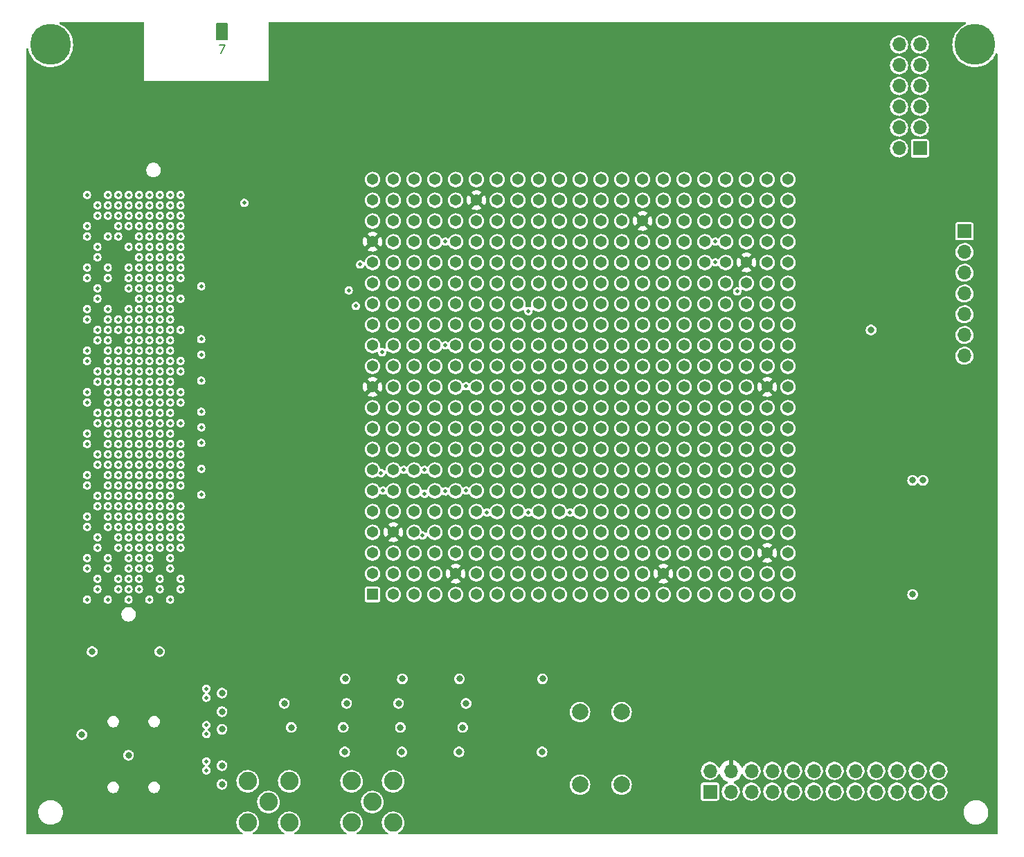
<source format=gbr>
G04 #@! TF.GenerationSoftware,KiCad,Pcbnew,(6.0.9-0)*
G04 #@! TF.CreationDate,2022-12-22T20:55:45-05:00*
G04 #@! TF.ProjectId,ember-pcb,656d6265-722d-4706-9362-2e6b69636164,rev?*
G04 #@! TF.SameCoordinates,Original*
G04 #@! TF.FileFunction,Copper,L8,Inr*
G04 #@! TF.FilePolarity,Positive*
%FSLAX46Y46*%
G04 Gerber Fmt 4.6, Leading zero omitted, Abs format (unit mm)*
G04 Created by KiCad (PCBNEW (6.0.9-0)) date 2022-12-22 20:55:45*
%MOMM*%
%LPD*%
G01*
G04 APERTURE LIST*
G04 #@! TA.AperFunction,NonConductor*
%ADD10C,0.200000*%
G04 #@! TD*
%ADD11C,0.150000*%
G04 #@! TA.AperFunction,NonConductor*
%ADD12C,0.150000*%
G04 #@! TD*
G04 #@! TA.AperFunction,ComponentPad*
%ADD13C,5.000000*%
G04 #@! TD*
G04 #@! TA.AperFunction,ComponentPad*
%ADD14R,1.700000X1.700000*%
G04 #@! TD*
G04 #@! TA.AperFunction,ComponentPad*
%ADD15O,1.700000X1.700000*%
G04 #@! TD*
G04 #@! TA.AperFunction,ComponentPad*
%ADD16C,2.000000*%
G04 #@! TD*
G04 #@! TA.AperFunction,ComponentPad*
%ADD17C,2.250000*%
G04 #@! TD*
G04 #@! TA.AperFunction,ComponentPad*
%ADD18C,0.500000*%
G04 #@! TD*
G04 #@! TA.AperFunction,ComponentPad*
%ADD19R,1.368000X1.368000*%
G04 #@! TD*
G04 #@! TA.AperFunction,ComponentPad*
%ADD20C,1.368000*%
G04 #@! TD*
G04 #@! TA.AperFunction,ViaPad*
%ADD21C,0.800000*%
G04 #@! TD*
G04 #@! TA.AperFunction,ViaPad*
%ADD22C,0.508000*%
G04 #@! TD*
G04 APERTURE END LIST*
D10*
X92740000Y-48470000D02*
X94010000Y-48470000D01*
X94010000Y-48470000D02*
X94010000Y-50375000D01*
X94010000Y-50375000D02*
X92740000Y-50375000D01*
X92740000Y-50375000D02*
X92740000Y-48470000D01*
G36*
X92740000Y-48470000D02*
G01*
X94010000Y-48470000D01*
X94010000Y-50375000D01*
X92740000Y-50375000D01*
X92740000Y-48470000D01*
G37*
D11*
D12*
X93041666Y-51097380D02*
X93708333Y-51097380D01*
X93279761Y-52097380D01*
D13*
G04 #@! TO.N,GND*
G04 #@! TO.C,H1*
X72420000Y-51010000D03*
G04 #@! TD*
D14*
G04 #@! TO.N,/core_pwr*
G04 #@! TO.C,J4*
X153060000Y-142455000D03*
D15*
G04 #@! TO.N,/vdd_fsm*
X153060000Y-139915000D03*
G04 #@! TO.N,/core_pwr*
X155600000Y-142455000D03*
G04 #@! TO.N,/vdd*
X155600000Y-139915000D03*
G04 #@! TO.N,/core_pwr*
X158140000Y-142455000D03*
G04 #@! TO.N,/vdd_dac*
X158140000Y-139915000D03*
G04 #@! TO.N,/core_pwr*
X160680000Y-142455000D03*
G04 #@! TO.N,/vsa*
X160680000Y-139915000D03*
G04 #@! TO.N,unconnected-(J4-Pad9)*
X163220000Y-142455000D03*
G04 #@! TO.N,unconnected-(J4-Pad10)*
X163220000Y-139915000D03*
G04 #@! TO.N,/io_pwr*
X165760000Y-142455000D03*
G04 #@! TO.N,/vddio_fsm*
X165760000Y-139915000D03*
G04 #@! TO.N,/io_pwr*
X168300000Y-142455000D03*
G04 #@! TO.N,/vddio*
X168300000Y-139915000D03*
G04 #@! TO.N,/io_pwr*
X170840000Y-142455000D03*
G04 #@! TO.N,/vddio_dac*
X170840000Y-139915000D03*
G04 #@! TO.N,unconnected-(J4-Pad17)*
X173380000Y-142455000D03*
G04 #@! TO.N,unconnected-(J4-Pad18)*
X173380000Y-139915000D03*
G04 #@! TO.N,GND*
X175920000Y-142455000D03*
X175920000Y-139915000D03*
X178460000Y-142455000D03*
X178460000Y-139915000D03*
X181000000Y-142455000D03*
X181000000Y-139915000D03*
G04 #@! TD*
D16*
G04 #@! TO.N,Net-(C1-Pad1)*
G04 #@! TO.C,FB1*
X137165000Y-132710000D03*
G04 #@! TO.N,/core_pwr*
X142245000Y-132710000D03*
G04 #@! TD*
D14*
G04 #@! TO.N,/wl_source_pin*
G04 #@! TO.C,J5*
X184180000Y-73865000D03*
D15*
G04 #@! TO.N,/bl_source_pin*
X184180000Y-76405000D03*
G04 #@! TO.N,/sl_source_pin*
X184180000Y-78945000D03*
G04 #@! TO.N,/iref_test*
X184180000Y-81485000D03*
G04 #@! TO.N,/vdd_test*
X184180000Y-84025000D03*
G04 #@! TO.N,/vadj*
X184180000Y-86565000D03*
G04 #@! TO.N,GND*
X184180000Y-89105000D03*
G04 #@! TD*
D16*
G04 #@! TO.N,Net-(C6-Pad1)*
G04 #@! TO.C,FB2*
X137165000Y-141600000D03*
G04 #@! TO.N,/io_pwr*
X142245000Y-141600000D03*
G04 #@! TD*
D17*
G04 #@! TO.N,GND*
G04 #@! TO.C,J6*
X99065000Y-143720000D03*
G04 #@! TO.N,Net-(J6-Pad2)*
X101605000Y-146260000D03*
X96525000Y-141180000D03*
X96525000Y-146260000D03*
X101605000Y-141180000D03*
G04 #@! TD*
D18*
G04 #@! TO.N,GND*
G04 #@! TO.C,U4*
X91475000Y-139835000D03*
X91475000Y-138735000D03*
G04 #@! TD*
D14*
G04 #@! TO.N,/sc*
G04 #@! TO.C,J2*
X178719000Y-63710000D03*
D15*
G04 #@! TO.N,/rst_n*
X176179000Y-63710000D03*
G04 #@! TO.N,/sclk*
X178719000Y-61170000D03*
G04 #@! TO.N,/rram_busy*
X176179000Y-61170000D03*
G04 #@! TO.N,/mosi*
X178719000Y-58630000D03*
G04 #@! TO.N,/mclk_pause*
X176179000Y-58630000D03*
G04 #@! TO.N,/miso*
X178719000Y-56090000D03*
G04 #@! TO.N,unconnected-(J2-Pad8)*
X176179000Y-56090000D03*
G04 #@! TO.N,GND*
X178719000Y-53550000D03*
X176179000Y-53550000D03*
G04 #@! TO.N,unconnected-(J2-Pad11)*
X178719000Y-51010000D03*
G04 #@! TO.N,unconnected-(J2-Pad12)*
X176179000Y-51010000D03*
G04 #@! TD*
D17*
G04 #@! TO.N,GND*
G04 #@! TO.C,J3*
X111765000Y-143720000D03*
G04 #@! TO.N,Net-(J3-Pad2)*
X114305000Y-141180000D03*
X114305000Y-146260000D03*
X109225000Y-141180000D03*
X109225000Y-146260000D03*
G04 #@! TD*
D19*
G04 #@! TO.N,GND*
G04 #@! TO.C,U1*
X111790000Y-118320000D03*
D20*
G04 #@! TO.N,/di_36*
X114330000Y-118320000D03*
G04 #@! TO.N,/vddio_dac*
X116870000Y-118320000D03*
G04 #@! TO.N,/iref_test*
X119410000Y-118320000D03*
G04 #@! TO.N,/vdd_fsm*
X121950000Y-118320000D03*
G04 #@! TO.N,GND*
X124490000Y-118320000D03*
G04 #@! TO.N,/di_47*
X127030000Y-118320000D03*
G04 #@! TO.N,/vdd_dac*
X129570000Y-118320000D03*
G04 #@! TO.N,/vddio_dac*
X132110000Y-118320000D03*
G04 #@! TO.N,/vddio*
X134650000Y-118320000D03*
G04 #@! TO.N,/vsa*
X137190000Y-118320000D03*
G04 #@! TO.N,/read_ref_4*
X139730000Y-118320000D03*
G04 #@! TO.N,/rram_addr_0*
X142270000Y-118320000D03*
G04 #@! TO.N,/rram_addr_2*
X144810000Y-118320000D03*
G04 #@! TO.N,GND*
X147350000Y-118320000D03*
G04 #@! TO.N,/vdd_fsm*
X149890000Y-118320000D03*
G04 #@! TO.N,/rram_addr_10*
X152430000Y-118320000D03*
G04 #@! TO.N,/vddio_dac*
X154970000Y-118320000D03*
G04 #@! TO.N,/rram_busy*
X157510000Y-118320000D03*
G04 #@! TO.N,GND*
X160050000Y-118320000D03*
G04 #@! TO.N,unconnected-(U1-PadA21)*
X162590000Y-118320000D03*
G04 #@! TO.N,/vddio*
X111790000Y-115780000D03*
G04 #@! TO.N,/di_34*
X114330000Y-115780000D03*
G04 #@! TO.N,/sl_source_pin*
X116870000Y-115780000D03*
G04 #@! TO.N,/vddio*
X119410000Y-115780000D03*
G04 #@! TO.N,/vdd*
X121950000Y-115780000D03*
G04 #@! TO.N,/vdd_test*
X124490000Y-115780000D03*
G04 #@! TO.N,/vddio_fsm*
X127030000Y-115780000D03*
G04 #@! TO.N,/bl_source_pin*
X129570000Y-115780000D03*
G04 #@! TO.N,/sa_en*
X132110000Y-115780000D03*
G04 #@! TO.N,/read_ref_1*
X134650000Y-115780000D03*
G04 #@! TO.N,/read_ref_2*
X137190000Y-115780000D03*
G04 #@! TO.N,/rram_addr_1*
X139730000Y-115780000D03*
G04 #@! TO.N,/vddio_fsm*
X142270000Y-115780000D03*
G04 #@! TO.N,/rram_addr_6*
X144810000Y-115780000D03*
G04 #@! TO.N,/vdd*
X147350000Y-115780000D03*
G04 #@! TO.N,/vddio*
X149890000Y-115780000D03*
G04 #@! TO.N,/vddio_fsm*
X152430000Y-115780000D03*
G04 #@! TO.N,/sl_en*
X154970000Y-115780000D03*
G04 #@! TO.N,/read_dac_config_0*
X157510000Y-115780000D03*
G04 #@! TO.N,/vdd_dac*
X160050000Y-115780000D03*
G04 #@! TO.N,unconnected-(U1-PadB21)*
X162590000Y-115780000D03*
G04 #@! TO.N,/vddio_fsm*
X111790000Y-113240000D03*
G04 #@! TO.N,/vdd_dac*
X114330000Y-113240000D03*
G04 #@! TO.N,GND*
X116870000Y-113240000D03*
G04 #@! TO.N,/di_37*
X119410000Y-113240000D03*
G04 #@! TO.N,/di_39*
X121950000Y-113240000D03*
G04 #@! TO.N,/di_41*
X124490000Y-113240000D03*
G04 #@! TO.N,/di_42*
X127030000Y-113240000D03*
G04 #@! TO.N,/di_44*
X129570000Y-113240000D03*
G04 #@! TO.N,/di_45*
X132110000Y-113240000D03*
G04 #@! TO.N,/set_rst*
X134650000Y-113240000D03*
G04 #@! TO.N,/read_ref_5*
X137190000Y-113240000D03*
G04 #@! TO.N,/rram_addr_4*
X139730000Y-113240000D03*
G04 #@! TO.N,/rram_addr_5*
X142270000Y-113240000D03*
G04 #@! TO.N,/rram_addr_8*
X144810000Y-113240000D03*
G04 #@! TO.N,/rram_addr_11*
X147350000Y-113240000D03*
G04 #@! TO.N,/rram_addr_13*
X149890000Y-113240000D03*
G04 #@! TO.N,/rram_addr_15*
X152430000Y-113240000D03*
G04 #@! TO.N,GND*
X154970000Y-113240000D03*
G04 #@! TO.N,/vddio*
X157510000Y-113240000D03*
G04 #@! TO.N,/vdd*
X160050000Y-113240000D03*
G04 #@! TO.N,unconnected-(U1-PadC21)*
X162590000Y-113240000D03*
G04 #@! TO.N,/di_27*
X111790000Y-110700000D03*
G04 #@! TO.N,/vdd*
X114330000Y-110700000D03*
G04 #@! TO.N,/di_32*
X116870000Y-110700000D03*
G04 #@! TO.N,/di_33*
X119410000Y-110700000D03*
G04 #@! TO.N,/di_35*
X121950000Y-110700000D03*
G04 #@! TO.N,/di_38*
X124490000Y-110700000D03*
G04 #@! TO.N,/di_40*
X127030000Y-110700000D03*
G04 #@! TO.N,/di_43*
X129570000Y-110700000D03*
G04 #@! TO.N,/di_46*
X132110000Y-110700000D03*
G04 #@! TO.N,/read_ref_0*
X134650000Y-110700000D03*
G04 #@! TO.N,/read_ref_3*
X137190000Y-110700000D03*
G04 #@! TO.N,/rram_addr_3*
X139730000Y-110700000D03*
G04 #@! TO.N,/rram_addr_7*
X142270000Y-110700000D03*
G04 #@! TO.N,/rram_addr_9*
X144810000Y-110700000D03*
G04 #@! TO.N,/rram_addr_12*
X147350000Y-110700000D03*
G04 #@! TO.N,/rram_addr_14*
X149890000Y-110700000D03*
G04 #@! TO.N,/we*
X152430000Y-110700000D03*
G04 #@! TO.N,/read_dac_config_2*
X154970000Y-110700000D03*
G04 #@! TO.N,/vddio_fsm*
X157510000Y-110700000D03*
G04 #@! TO.N,/vddio_dac*
X160050000Y-110700000D03*
G04 #@! TO.N,unconnected-(U1-PadD21)*
X162590000Y-110700000D03*
G04 #@! TO.N,/di_23*
X111790000Y-108160000D03*
G04 #@! TO.N,/vddio_dac*
X114330000Y-108160000D03*
G04 #@! TO.N,/di_30*
X116870000Y-108160000D03*
G04 #@! TO.N,/di_31*
X119410000Y-108160000D03*
G04 #@! TO.N,unconnected-(U1-PadE5)*
X121950000Y-108160000D03*
G04 #@! TO.N,unconnected-(U1-PadE6)*
X124490000Y-108160000D03*
G04 #@! TO.N,unconnected-(U1-PadE7)*
X127030000Y-108160000D03*
G04 #@! TO.N,unconnected-(U1-PadE8)*
X129570000Y-108160000D03*
G04 #@! TO.N,unconnected-(U1-PadE9)*
X132110000Y-108160000D03*
G04 #@! TO.N,unconnected-(U1-PadE10)*
X134650000Y-108160000D03*
G04 #@! TO.N,unconnected-(U1-PadE11)*
X137190000Y-108160000D03*
G04 #@! TO.N,unconnected-(U1-PadE12)*
X139730000Y-108160000D03*
G04 #@! TO.N,unconnected-(U1-PadE13)*
X142270000Y-108160000D03*
G04 #@! TO.N,unconnected-(U1-PadE14)*
X144810000Y-108160000D03*
G04 #@! TO.N,unconnected-(U1-PadE15)*
X147350000Y-108160000D03*
G04 #@! TO.N,unconnected-(U1-PadE16)*
X149890000Y-108160000D03*
G04 #@! TO.N,/read_dac_config_1*
X152430000Y-108160000D03*
G04 #@! TO.N,/wl_dac_config_0*
X154970000Y-108160000D03*
G04 #@! TO.N,/wl_dac_config_3*
X157510000Y-108160000D03*
G04 #@! TO.N,/wl_dac_config_5*
X160050000Y-108160000D03*
G04 #@! TO.N,unconnected-(U1-PadE21)*
X162590000Y-108160000D03*
G04 #@! TO.N,/vddio_fsm*
X111790000Y-105620000D03*
G04 #@! TO.N,/di_25*
X114330000Y-105620000D03*
G04 #@! TO.N,/di_28*
X116870000Y-105620000D03*
G04 #@! TO.N,/di_29*
X119410000Y-105620000D03*
G04 #@! TO.N,unconnected-(U1-PadF5)*
X121950000Y-105620000D03*
G04 #@! TO.N,unconnected-(U1-PadF6)*
X124490000Y-105620000D03*
G04 #@! TO.N,unconnected-(U1-PadF7)*
X127030000Y-105620000D03*
G04 #@! TO.N,unconnected-(U1-PadF8)*
X129570000Y-105620000D03*
G04 #@! TO.N,unconnected-(U1-PadF9)*
X132110000Y-105620000D03*
G04 #@! TO.N,unconnected-(U1-PadF10)*
X134650000Y-105620000D03*
G04 #@! TO.N,unconnected-(U1-PadF11)*
X137190000Y-105620000D03*
G04 #@! TO.N,unconnected-(U1-PadF12)*
X139730000Y-105620000D03*
G04 #@! TO.N,unconnected-(U1-PadF13)*
X142270000Y-105620000D03*
G04 #@! TO.N,unconnected-(U1-PadF14)*
X144810000Y-105620000D03*
G04 #@! TO.N,unconnected-(U1-PadF15)*
X147350000Y-105620000D03*
G04 #@! TO.N,unconnected-(U1-PadF16)*
X149890000Y-105620000D03*
G04 #@! TO.N,/read_dac_config_3*
X152430000Y-105620000D03*
G04 #@! TO.N,/wl_dac_config_2*
X154970000Y-105620000D03*
G04 #@! TO.N,/wl_dac_config_7*
X157510000Y-105620000D03*
G04 #@! TO.N,/vdd_fsm*
X160050000Y-105620000D03*
G04 #@! TO.N,unconnected-(U1-PadF21)*
X162590000Y-105620000D03*
G04 #@! TO.N,/di_18*
X111790000Y-103080000D03*
G04 #@! TO.N,/vdd_fsm*
X114330000Y-103080000D03*
G04 #@! TO.N,/di_24*
X116870000Y-103080000D03*
G04 #@! TO.N,/di_26*
X119410000Y-103080000D03*
G04 #@! TO.N,unconnected-(U1-PadG5)*
X121950000Y-103080000D03*
G04 #@! TO.N,unconnected-(U1-PadG6)*
X124490000Y-103080000D03*
G04 #@! TO.N,unconnected-(U1-PadG7)*
X127030000Y-103080000D03*
G04 #@! TO.N,unconnected-(U1-PadG8)*
X129570000Y-103080000D03*
G04 #@! TO.N,unconnected-(U1-PadG9)*
X132110000Y-103080000D03*
G04 #@! TO.N,unconnected-(U1-PadG10)*
X134650000Y-103080000D03*
G04 #@! TO.N,unconnected-(U1-PadG11)*
X137190000Y-103080000D03*
G04 #@! TO.N,unconnected-(U1-PadG12)*
X139730000Y-103080000D03*
G04 #@! TO.N,unconnected-(U1-PadG13)*
X142270000Y-103080000D03*
G04 #@! TO.N,unconnected-(U1-PadG14)*
X144810000Y-103080000D03*
G04 #@! TO.N,unconnected-(U1-PadG15)*
X147350000Y-103080000D03*
G04 #@! TO.N,unconnected-(U1-PadG16)*
X149890000Y-103080000D03*
G04 #@! TO.N,/wl_dac_config_1*
X152430000Y-103080000D03*
G04 #@! TO.N,/wl_dac_config_4*
X154970000Y-103080000D03*
G04 #@! TO.N,/vddio_fsm*
X157510000Y-103080000D03*
G04 #@! TO.N,GND*
X160050000Y-103080000D03*
G04 #@! TO.N,unconnected-(U1-PadG21)*
X162590000Y-103080000D03*
G04 #@! TO.N,/di_16*
X111790000Y-100540000D03*
G04 #@! TO.N,GND*
X114330000Y-100540000D03*
G04 #@! TO.N,/di_21*
X116870000Y-100540000D03*
G04 #@! TO.N,/di_22*
X119410000Y-100540000D03*
G04 #@! TO.N,unconnected-(U1-PadH5)*
X121950000Y-100540000D03*
G04 #@! TO.N,unconnected-(U1-PadH6)*
X124490000Y-100540000D03*
G04 #@! TO.N,unconnected-(U1-PadH7)*
X127030000Y-100540000D03*
G04 #@! TO.N,unconnected-(U1-PadH8)*
X129570000Y-100540000D03*
G04 #@! TO.N,unconnected-(U1-PadH9)*
X132110000Y-100540000D03*
G04 #@! TO.N,unconnected-(U1-PadH10)*
X134650000Y-100540000D03*
G04 #@! TO.N,unconnected-(U1-PadH11)*
X137190000Y-100540000D03*
G04 #@! TO.N,unconnected-(U1-PadH12)*
X139730000Y-100540000D03*
G04 #@! TO.N,unconnected-(U1-PadH13)*
X142270000Y-100540000D03*
G04 #@! TO.N,unconnected-(U1-PadH14)*
X144810000Y-100540000D03*
G04 #@! TO.N,unconnected-(U1-PadH15)*
X147350000Y-100540000D03*
G04 #@! TO.N,unconnected-(U1-PadH16)*
X149890000Y-100540000D03*
G04 #@! TO.N,/wl_dac_config_6*
X152430000Y-100540000D03*
G04 #@! TO.N,/wl_dac_en*
X154970000Y-100540000D03*
G04 #@! TO.N,/wl_source_pin*
X157510000Y-100540000D03*
G04 #@! TO.N,/sa_do_2*
X160050000Y-100540000D03*
G04 #@! TO.N,unconnected-(U1-PadH21)*
X162590000Y-100540000D03*
G04 #@! TO.N,/di_14*
X111790000Y-98000000D03*
G04 #@! TO.N,/di_17*
X114330000Y-98000000D03*
G04 #@! TO.N,/di_20*
X116870000Y-98000000D03*
G04 #@! TO.N,/di_19*
X119410000Y-98000000D03*
G04 #@! TO.N,unconnected-(U1-PadJ5)*
X121950000Y-98000000D03*
G04 #@! TO.N,unconnected-(U1-PadJ6)*
X124490000Y-98000000D03*
G04 #@! TO.N,unconnected-(U1-PadJ7)*
X127030000Y-98000000D03*
G04 #@! TO.N,unconnected-(U1-PadJ8)*
X129570000Y-98000000D03*
G04 #@! TO.N,unconnected-(U1-PadJ9)*
X132110000Y-98000000D03*
G04 #@! TO.N,unconnected-(U1-PadJ10)*
X134650000Y-98000000D03*
G04 #@! TO.N,unconnected-(U1-PadJ11)*
X137190000Y-98000000D03*
G04 #@! TO.N,unconnected-(U1-PadJ12)*
X139730000Y-98000000D03*
G04 #@! TO.N,unconnected-(U1-PadJ13)*
X142270000Y-98000000D03*
G04 #@! TO.N,unconnected-(U1-PadJ14)*
X144810000Y-98000000D03*
G04 #@! TO.N,unconnected-(U1-PadJ15)*
X147350000Y-98000000D03*
G04 #@! TO.N,unconnected-(U1-PadJ16)*
X149890000Y-98000000D03*
G04 #@! TO.N,/bleed_en*
X152430000Y-98000000D03*
G04 #@! TO.N,/wl_en*
X154970000Y-98000000D03*
G04 #@! TO.N,/sa_do_0*
X157510000Y-98000000D03*
G04 #@! TO.N,/sa_do_4*
X160050000Y-98000000D03*
G04 #@! TO.N,unconnected-(U1-PadJ21)*
X162590000Y-98000000D03*
G04 #@! TO.N,/vsa*
X111790000Y-95460000D03*
G04 #@! TO.N,/di_12*
X114330000Y-95460000D03*
G04 #@! TO.N,/di_15*
X116870000Y-95460000D03*
G04 #@! TO.N,/di_13*
X119410000Y-95460000D03*
G04 #@! TO.N,unconnected-(U1-PadK5)*
X121950000Y-95460000D03*
G04 #@! TO.N,unconnected-(U1-PadK6)*
X124490000Y-95460000D03*
G04 #@! TO.N,unconnected-(U1-PadK7)*
X127030000Y-95460000D03*
G04 #@! TO.N,unconnected-(U1-PadK8)*
X129570000Y-95460000D03*
G04 #@! TO.N,unconnected-(U1-PadK9)*
X132110000Y-95460000D03*
G04 #@! TO.N,unconnected-(U1-PadK10)*
X134650000Y-95460000D03*
G04 #@! TO.N,unconnected-(U1-PadK11)*
X137190000Y-95460000D03*
G04 #@! TO.N,unconnected-(U1-PadK12)*
X139730000Y-95460000D03*
G04 #@! TO.N,unconnected-(U1-PadK13)*
X142270000Y-95460000D03*
G04 #@! TO.N,unconnected-(U1-PadK14)*
X144810000Y-95460000D03*
G04 #@! TO.N,unconnected-(U1-PadK15)*
X147350000Y-95460000D03*
G04 #@! TO.N,unconnected-(U1-PadK16)*
X149890000Y-95460000D03*
G04 #@! TO.N,/sa_do_3*
X152430000Y-95460000D03*
G04 #@! TO.N,/sa_do_1*
X154970000Y-95460000D03*
G04 #@! TO.N,/sa_do_5*
X157510000Y-95460000D03*
G04 #@! TO.N,/vsa*
X160050000Y-95460000D03*
G04 #@! TO.N,unconnected-(U1-PadK21)*
X162590000Y-95460000D03*
G04 #@! TO.N,/vdd*
X111790000Y-92920000D03*
G04 #@! TO.N,/di_11*
X114330000Y-92920000D03*
G04 #@! TO.N,/di_9*
X116870000Y-92920000D03*
G04 #@! TO.N,/di_10*
X119410000Y-92920000D03*
G04 #@! TO.N,unconnected-(U1-PadL5)*
X121950000Y-92920000D03*
G04 #@! TO.N,unconnected-(U1-PadL6)*
X124490000Y-92920000D03*
G04 #@! TO.N,unconnected-(U1-PadL7)*
X127030000Y-92920000D03*
G04 #@! TO.N,unconnected-(U1-PadL8)*
X129570000Y-92920000D03*
G04 #@! TO.N,unconnected-(U1-PadL9)*
X132110000Y-92920000D03*
G04 #@! TO.N,unconnected-(U1-PadL10)*
X134650000Y-92920000D03*
G04 #@! TO.N,unconnected-(U1-PadL11)*
X137190000Y-92920000D03*
G04 #@! TO.N,unconnected-(U1-PadL12)*
X139730000Y-92920000D03*
G04 #@! TO.N,unconnected-(U1-PadL13)*
X142270000Y-92920000D03*
G04 #@! TO.N,unconnected-(U1-PadL14)*
X144810000Y-92920000D03*
G04 #@! TO.N,unconnected-(U1-PadL15)*
X147350000Y-92920000D03*
G04 #@! TO.N,unconnected-(U1-PadL16)*
X149890000Y-92920000D03*
G04 #@! TO.N,/sa_do_7*
X152430000Y-92920000D03*
G04 #@! TO.N,/sa_do_8*
X154970000Y-92920000D03*
G04 #@! TO.N,/sa_do_6*
X157510000Y-92920000D03*
G04 #@! TO.N,/vdd*
X160050000Y-92920000D03*
G04 #@! TO.N,unconnected-(U1-PadL21)*
X162590000Y-92920000D03*
G04 #@! TO.N,/vddio_dac*
X111790000Y-90380000D03*
G04 #@! TO.N,/di_7*
X114330000Y-90380000D03*
G04 #@! TO.N,/di_5*
X116870000Y-90380000D03*
G04 #@! TO.N,/di_6*
X119410000Y-90380000D03*
G04 #@! TO.N,unconnected-(U1-PadM5)*
X121950000Y-90380000D03*
G04 #@! TO.N,unconnected-(U1-PadM6)*
X124490000Y-90380000D03*
G04 #@! TO.N,unconnected-(U1-PadM7)*
X127030000Y-90380000D03*
G04 #@! TO.N,unconnected-(U1-PadM8)*
X129570000Y-90380000D03*
G04 #@! TO.N,unconnected-(U1-PadM9)*
X132110000Y-90380000D03*
G04 #@! TO.N,unconnected-(U1-PadM10)*
X134650000Y-90380000D03*
G04 #@! TO.N,unconnected-(U1-PadM11)*
X137190000Y-90380000D03*
G04 #@! TO.N,unconnected-(U1-PadM12)*
X139730000Y-90380000D03*
G04 #@! TO.N,unconnected-(U1-PadM13)*
X142270000Y-90380000D03*
G04 #@! TO.N,unconnected-(U1-PadM14)*
X144810000Y-90380000D03*
G04 #@! TO.N,unconnected-(U1-PadM15)*
X147350000Y-90380000D03*
G04 #@! TO.N,unconnected-(U1-PadM16)*
X149890000Y-90380000D03*
G04 #@! TO.N,/sa_do_11*
X152430000Y-90380000D03*
G04 #@! TO.N,/sa_do_12*
X154970000Y-90380000D03*
G04 #@! TO.N,/sa_do_9*
X157510000Y-90380000D03*
G04 #@! TO.N,/vddio_dac*
X160050000Y-90380000D03*
G04 #@! TO.N,unconnected-(U1-PadM21)*
X162590000Y-90380000D03*
G04 #@! TO.N,/vddio*
X111790000Y-87840000D03*
G04 #@! TO.N,/di_8*
X114330000Y-87840000D03*
G04 #@! TO.N,/di_4*
X116870000Y-87840000D03*
G04 #@! TO.N,/di_2*
X119410000Y-87840000D03*
G04 #@! TO.N,unconnected-(U1-PadN5)*
X121950000Y-87840000D03*
G04 #@! TO.N,unconnected-(U1-PadN6)*
X124490000Y-87840000D03*
G04 #@! TO.N,unconnected-(U1-PadN7)*
X127030000Y-87840000D03*
G04 #@! TO.N,unconnected-(U1-PadN8)*
X129570000Y-87840000D03*
G04 #@! TO.N,unconnected-(U1-PadN9)*
X132110000Y-87840000D03*
G04 #@! TO.N,unconnected-(U1-PadN10)*
X134650000Y-87840000D03*
G04 #@! TO.N,unconnected-(U1-PadN11)*
X137190000Y-87840000D03*
G04 #@! TO.N,unconnected-(U1-PadN12)*
X139730000Y-87840000D03*
G04 #@! TO.N,unconnected-(U1-PadN13)*
X142270000Y-87840000D03*
G04 #@! TO.N,unconnected-(U1-PadN14)*
X144810000Y-87840000D03*
G04 #@! TO.N,unconnected-(U1-PadN15)*
X147350000Y-87840000D03*
G04 #@! TO.N,unconnected-(U1-PadN16)*
X149890000Y-87840000D03*
G04 #@! TO.N,/sa_do_14*
X152430000Y-87840000D03*
G04 #@! TO.N,/sa_do_13*
X154970000Y-87840000D03*
G04 #@! TO.N,GND*
X157510000Y-87840000D03*
G04 #@! TO.N,/vddio*
X160050000Y-87840000D03*
G04 #@! TO.N,unconnected-(U1-PadN21)*
X162590000Y-87840000D03*
G04 #@! TO.N,GND*
X111790000Y-85300000D03*
G04 #@! TO.N,/vddio_fsm*
X114330000Y-85300000D03*
G04 #@! TO.N,/di_0*
X116870000Y-85300000D03*
G04 #@! TO.N,/clamp_ref_5*
X119410000Y-85300000D03*
G04 #@! TO.N,unconnected-(U1-PadP5)*
X121950000Y-85300000D03*
G04 #@! TO.N,unconnected-(U1-PadP6)*
X124490000Y-85300000D03*
G04 #@! TO.N,unconnected-(U1-PadP7)*
X127030000Y-85300000D03*
G04 #@! TO.N,unconnected-(U1-PadP8)*
X129570000Y-85300000D03*
G04 #@! TO.N,unconnected-(U1-PadP9)*
X132110000Y-85300000D03*
G04 #@! TO.N,unconnected-(U1-PadP10)*
X134650000Y-85300000D03*
G04 #@! TO.N,unconnected-(U1-PadP11)*
X137190000Y-85300000D03*
G04 #@! TO.N,unconnected-(U1-PadP12)*
X139730000Y-85300000D03*
G04 #@! TO.N,unconnected-(U1-PadP13)*
X142270000Y-85300000D03*
G04 #@! TO.N,unconnected-(U1-PadP14)*
X144810000Y-85300000D03*
G04 #@! TO.N,unconnected-(U1-PadP15)*
X147350000Y-85300000D03*
G04 #@! TO.N,unconnected-(U1-PadP16)*
X149890000Y-85300000D03*
G04 #@! TO.N,/sa_do_18*
X152430000Y-85300000D03*
G04 #@! TO.N,/sa_do_16*
X154970000Y-85300000D03*
G04 #@! TO.N,/vdd_fsm*
X157510000Y-85300000D03*
G04 #@! TO.N,/sa_do_10*
X160050000Y-85300000D03*
G04 #@! TO.N,unconnected-(U1-PadP21)*
X162590000Y-85300000D03*
G04 #@! TO.N,/vdd_fsm*
X111790000Y-82760000D03*
G04 #@! TO.N,/di_3*
X114330000Y-82760000D03*
G04 #@! TO.N,/rst_n*
X116870000Y-82760000D03*
G04 #@! TO.N,/clamp_ref_3*
X119410000Y-82760000D03*
G04 #@! TO.N,unconnected-(U1-PadR5)*
X121950000Y-82760000D03*
G04 #@! TO.N,unconnected-(U1-PadR6)*
X124490000Y-82760000D03*
G04 #@! TO.N,unconnected-(U1-PadR7)*
X127030000Y-82760000D03*
G04 #@! TO.N,unconnected-(U1-PadR8)*
X129570000Y-82760000D03*
G04 #@! TO.N,unconnected-(U1-PadR9)*
X132110000Y-82760000D03*
G04 #@! TO.N,unconnected-(U1-PadR10)*
X134650000Y-82760000D03*
G04 #@! TO.N,unconnected-(U1-PadR11)*
X137190000Y-82760000D03*
G04 #@! TO.N,unconnected-(U1-PadR12)*
X139730000Y-82760000D03*
G04 #@! TO.N,unconnected-(U1-PadR13)*
X142270000Y-82760000D03*
G04 #@! TO.N,unconnected-(U1-PadR14)*
X144810000Y-82760000D03*
G04 #@! TO.N,unconnected-(U1-PadR15)*
X147350000Y-82760000D03*
G04 #@! TO.N,unconnected-(U1-PadR16)*
X149890000Y-82760000D03*
G04 #@! TO.N,/sa_do_21*
X152430000Y-82760000D03*
G04 #@! TO.N,/sa_do_20*
X154970000Y-82760000D03*
G04 #@! TO.N,/sa_do_17*
X157510000Y-82760000D03*
G04 #@! TO.N,/vddio_fsm*
X160050000Y-82760000D03*
G04 #@! TO.N,unconnected-(U1-PadR21)*
X162590000Y-82760000D03*
G04 #@! TO.N,/di_1*
X111790000Y-80220000D03*
G04 #@! TO.N,/bl_en*
X114330000Y-80220000D03*
G04 #@! TO.N,/clamp_ref_4*
X116870000Y-80220000D03*
G04 #@! TO.N,/clamp_ref_1*
X119410000Y-80220000D03*
G04 #@! TO.N,unconnected-(U1-PadS5)*
X121950000Y-80220000D03*
G04 #@! TO.N,unconnected-(U1-PadS6)*
X124490000Y-80220000D03*
G04 #@! TO.N,unconnected-(U1-PadS7)*
X127030000Y-80220000D03*
G04 #@! TO.N,unconnected-(U1-PadS8)*
X129570000Y-80220000D03*
G04 #@! TO.N,unconnected-(U1-PadS9)*
X132110000Y-80220000D03*
G04 #@! TO.N,unconnected-(U1-PadS10)*
X134650000Y-80220000D03*
G04 #@! TO.N,unconnected-(U1-PadS11)*
X137190000Y-80220000D03*
G04 #@! TO.N,unconnected-(U1-PadS12)*
X139730000Y-80220000D03*
G04 #@! TO.N,unconnected-(U1-PadS13)*
X142270000Y-80220000D03*
G04 #@! TO.N,unconnected-(U1-PadS14)*
X144810000Y-80220000D03*
G04 #@! TO.N,unconnected-(U1-PadS15)*
X147350000Y-80220000D03*
G04 #@! TO.N,unconnected-(U1-PadS16)*
X149890000Y-80220000D03*
G04 #@! TO.N,/sa_do_23*
X152430000Y-80220000D03*
G04 #@! TO.N,/sa_do_22*
X154970000Y-80220000D03*
G04 #@! TO.N,/vddio_dac*
X157510000Y-80220000D03*
G04 #@! TO.N,/sa_do_15*
X160050000Y-80220000D03*
G04 #@! TO.N,unconnected-(U1-PadS21)*
X162590000Y-80220000D03*
G04 #@! TO.N,/vddio_dac*
X111790000Y-77680000D03*
G04 #@! TO.N,/vddio_fsm*
X114330000Y-77680000D03*
G04 #@! TO.N,/clamp_ref_2*
X116870000Y-77680000D03*
G04 #@! TO.N,/bsl_dac_en*
X119410000Y-77680000D03*
G04 #@! TO.N,/bsl_dac_config_4*
X121950000Y-77680000D03*
G04 #@! TO.N,/bsl_dac_config_2*
X124490000Y-77680000D03*
G04 #@! TO.N,/bsl_dac_config_0*
X127030000Y-77680000D03*
G04 #@! TO.N,/mclk_pause*
X129570000Y-77680000D03*
G04 #@! TO.N,/mosi*
X132110000Y-77680000D03*
G04 #@! TO.N,/heartbeat*
X134650000Y-77680000D03*
G04 #@! TO.N,/sa_do_45*
X137190000Y-77680000D03*
G04 #@! TO.N,/sa_do_39*
X139730000Y-77680000D03*
G04 #@! TO.N,/sa_do_36*
X142270000Y-77680000D03*
G04 #@! TO.N,/sa_do_32*
X144810000Y-77680000D03*
G04 #@! TO.N,/sa_do_29*
X147350000Y-77680000D03*
G04 #@! TO.N,/sa_do_27*
X149890000Y-77680000D03*
G04 #@! TO.N,/sa_do_25*
X152430000Y-77680000D03*
G04 #@! TO.N,/sa_do_24*
X154970000Y-77680000D03*
G04 #@! TO.N,/vdd*
X157510000Y-77680000D03*
G04 #@! TO.N,/sa_do_19*
X160050000Y-77680000D03*
G04 #@! TO.N,unconnected-(U1-PadT21)*
X162590000Y-77680000D03*
G04 #@! TO.N,/vdd*
X111790000Y-75140000D03*
G04 #@! TO.N,/vddio*
X114330000Y-75140000D03*
G04 #@! TO.N,GND*
X116870000Y-75140000D03*
G04 #@! TO.N,/read_dac_en*
X119410000Y-75140000D03*
G04 #@! TO.N,/bsl_dac_config_3*
X121950000Y-75140000D03*
G04 #@! TO.N,/bsl_dac_config_1*
X124490000Y-75140000D03*
G04 #@! TO.N,/aclk*
X127030000Y-75140000D03*
G04 #@! TO.N,/sclk*
X129570000Y-75140000D03*
G04 #@! TO.N,/sc*
X132110000Y-75140000D03*
G04 #@! TO.N,/man*
X134650000Y-75140000D03*
G04 #@! TO.N,/sa_do_43*
X137190000Y-75140000D03*
G04 #@! TO.N,/sa_do_38*
X139730000Y-75140000D03*
G04 #@! TO.N,/sa_do_37*
X142270000Y-75140000D03*
G04 #@! TO.N,/sa_do_34*
X144810000Y-75140000D03*
G04 #@! TO.N,/sa_do_33*
X147350000Y-75140000D03*
G04 #@! TO.N,/sa_do_30*
X149890000Y-75140000D03*
G04 #@! TO.N,/sa_do_28*
X152430000Y-75140000D03*
G04 #@! TO.N,GND*
X154970000Y-75140000D03*
G04 #@! TO.N,/vdd_dac*
X157510000Y-75140000D03*
G04 #@! TO.N,/vddio_fsm*
X160050000Y-75140000D03*
G04 #@! TO.N,unconnected-(U1-PadU21)*
X162590000Y-75140000D03*
G04 #@! TO.N,/vdd_dac*
X111790000Y-72600000D03*
G04 #@! TO.N,/clamp_ref_0*
X114330000Y-72600000D03*
G04 #@! TO.N,/vddio*
X116870000Y-72600000D03*
G04 #@! TO.N,/vsa*
X119410000Y-72600000D03*
G04 #@! TO.N,/vdd_fsm*
X121950000Y-72600000D03*
G04 #@! TO.N,/sl_source_pin*
X124490000Y-72600000D03*
G04 #@! TO.N,GND*
X127030000Y-72600000D03*
G04 #@! TO.N,/vddio_fsm*
X129570000Y-72600000D03*
G04 #@! TO.N,/miso*
X132110000Y-72600000D03*
G04 #@! TO.N,/sa_rdy*
X134650000Y-72600000D03*
G04 #@! TO.N,/sa_do_47*
X137190000Y-72600000D03*
G04 #@! TO.N,/sa_do_41*
X139730000Y-72600000D03*
G04 #@! TO.N,/sa_do_42*
X142270000Y-72600000D03*
G04 #@! TO.N,/vdd*
X144810000Y-72600000D03*
G04 #@! TO.N,/vddio_fsm*
X147350000Y-72600000D03*
G04 #@! TO.N,/vddio_dac*
X149890000Y-72600000D03*
G04 #@! TO.N,/sa_do_31*
X152430000Y-72600000D03*
G04 #@! TO.N,/vddio_fsm*
X154970000Y-72600000D03*
G04 #@! TO.N,/sa_do_26*
X157510000Y-72600000D03*
G04 #@! TO.N,/vddio*
X160050000Y-72600000D03*
G04 #@! TO.N,unconnected-(U1-PadV21)*
X162590000Y-72600000D03*
G04 #@! TO.N,GND*
X111790000Y-70060000D03*
G04 #@! TO.N,/vddio_fsm*
X114330000Y-70060000D03*
G04 #@! TO.N,/bl_source_pin*
X116870000Y-70060000D03*
G04 #@! TO.N,/vddio_dac*
X119410000Y-70060000D03*
G04 #@! TO.N,/vddio_fsm*
X121950000Y-70060000D03*
G04 #@! TO.N,/vdd*
X124490000Y-70060000D03*
G04 #@! TO.N,/sa_clk*
X127030000Y-70060000D03*
G04 #@! TO.N,/byp*
X129570000Y-70060000D03*
G04 #@! TO.N,/vdd_dac*
X132110000Y-70060000D03*
G04 #@! TO.N,/vddio_dac*
X134650000Y-70060000D03*
G04 #@! TO.N,/vddio*
X137190000Y-70060000D03*
G04 #@! TO.N,/sa_do_46*
X139730000Y-70060000D03*
G04 #@! TO.N,/sa_do_44*
X142270000Y-70060000D03*
G04 #@! TO.N,/sa_do_40*
X144810000Y-70060000D03*
G04 #@! TO.N,GND*
X147350000Y-70060000D03*
G04 #@! TO.N,/sa_do_35*
X149890000Y-70060000D03*
G04 #@! TO.N,/vdd_fsm*
X152430000Y-70060000D03*
G04 #@! TO.N,/vsa*
X154970000Y-70060000D03*
G04 #@! TO.N,/vddio*
X157510000Y-70060000D03*
G04 #@! TO.N,GND*
X160050000Y-70060000D03*
G04 #@! TO.N,unconnected-(U1-PadW21)*
X162590000Y-70060000D03*
G04 #@! TO.N,unconnected-(U1-PadX1)*
X111790000Y-67520000D03*
G04 #@! TO.N,unconnected-(U1-PadX2)*
X114330000Y-67520000D03*
G04 #@! TO.N,unconnected-(U1-PadX3)*
X116870000Y-67520000D03*
G04 #@! TO.N,unconnected-(U1-PadX4)*
X119410000Y-67520000D03*
G04 #@! TO.N,unconnected-(U1-PadX5)*
X121950000Y-67520000D03*
G04 #@! TO.N,unconnected-(U1-PadX6)*
X124490000Y-67520000D03*
G04 #@! TO.N,unconnected-(U1-PadX7)*
X127030000Y-67520000D03*
G04 #@! TO.N,unconnected-(U1-PadX8)*
X129570000Y-67520000D03*
G04 #@! TO.N,unconnected-(U1-PadX9)*
X132110000Y-67520000D03*
G04 #@! TO.N,unconnected-(U1-PadX10)*
X134650000Y-67520000D03*
G04 #@! TO.N,unconnected-(U1-PadX11)*
X137190000Y-67520000D03*
G04 #@! TO.N,unconnected-(U1-PadX12)*
X139730000Y-67520000D03*
G04 #@! TO.N,unconnected-(U1-PadX13)*
X142270000Y-67520000D03*
G04 #@! TO.N,unconnected-(U1-PadX14)*
X144810000Y-67520000D03*
G04 #@! TO.N,unconnected-(U1-PadX15)*
X147350000Y-67520000D03*
G04 #@! TO.N,unconnected-(U1-PadX16)*
X149890000Y-67520000D03*
G04 #@! TO.N,unconnected-(U1-PadX17)*
X152430000Y-67520000D03*
G04 #@! TO.N,unconnected-(U1-PadX18)*
X154970000Y-67520000D03*
G04 #@! TO.N,unconnected-(U1-PadX19)*
X157510000Y-67520000D03*
G04 #@! TO.N,unconnected-(U1-PadX20)*
X160050000Y-67520000D03*
G04 #@! TO.N,unconnected-(U1-PadX21)*
X162590000Y-67520000D03*
G04 #@! TD*
D18*
G04 #@! TO.N,GND*
G04 #@! TO.C,U2*
X91475000Y-129845000D03*
X91475000Y-130945000D03*
G04 #@! TD*
D13*
G04 #@! TO.N,GND*
G04 #@! TO.C,H2*
X185450000Y-51010000D03*
G04 #@! TD*
D18*
G04 #@! TO.N,GND*
G04 #@! TO.C,U3*
X91475000Y-134290000D03*
X91475000Y-135390000D03*
G04 #@! TD*
D21*
G04 #@! TO.N,Net-(J1-PadD1)*
X85755000Y-125305000D03*
G04 #@! TO.N,Net-(J3-Pad2)*
X76235000Y-135460000D03*
D22*
G04 #@! TO.N,GND*
X87025000Y-94825000D03*
X76865000Y-110065000D03*
X83215000Y-82125000D03*
D21*
X93380000Y-130395000D03*
D22*
X85755000Y-108795000D03*
X83215000Y-112605000D03*
X87025000Y-69425000D03*
X78135000Y-116415000D03*
X79405000Y-89745000D03*
D21*
X108215000Y-134595000D03*
D22*
X88295000Y-108795000D03*
X79405000Y-69425000D03*
X85755000Y-93555000D03*
X85755000Y-116415000D03*
X80675000Y-73235000D03*
X85755000Y-74505000D03*
X84485000Y-115145000D03*
X80675000Y-92285000D03*
X87025000Y-83395000D03*
X78135000Y-101175000D03*
X87025000Y-113875000D03*
X78135000Y-91015000D03*
X78135000Y-85935000D03*
X88295000Y-70695000D03*
D21*
X123225000Y-131650000D03*
D22*
X88295000Y-93555000D03*
X79405000Y-99905000D03*
X76865000Y-69425000D03*
X83215000Y-89745000D03*
X87025000Y-115145000D03*
X81945000Y-113875000D03*
X78135000Y-96095000D03*
X88295000Y-112605000D03*
X87025000Y-79585000D03*
X76865000Y-103715000D03*
X85755000Y-112605000D03*
X81945000Y-102445000D03*
X81945000Y-87205000D03*
X87025000Y-118955000D03*
X78135000Y-106255000D03*
X85755000Y-101175000D03*
X88295000Y-116415000D03*
X80675000Y-88475000D03*
X84485000Y-110065000D03*
X80675000Y-99905000D03*
X79405000Y-115145000D03*
X84485000Y-94825000D03*
X81945000Y-71965000D03*
X83215000Y-70695000D03*
X79405000Y-113875000D03*
X79405000Y-118955000D03*
D21*
X115200000Y-134595000D03*
D22*
X81945000Y-118955000D03*
X81945000Y-94825000D03*
X87025000Y-87205000D03*
X84485000Y-106255000D03*
X85755000Y-78315000D03*
X85755000Y-97365000D03*
X81945000Y-69425000D03*
X76865000Y-94825000D03*
X88295000Y-74505000D03*
X78135000Y-107525000D03*
X81945000Y-91015000D03*
X88295000Y-82125000D03*
X76865000Y-89745000D03*
X85755000Y-70695000D03*
X78135000Y-102445000D03*
X87025000Y-110065000D03*
X79405000Y-104985000D03*
X78135000Y-80855000D03*
X80675000Y-112605000D03*
D21*
X122820000Y-134595000D03*
X101865000Y-134595000D03*
X177830000Y-118320000D03*
X108620000Y-131650000D03*
D22*
X76865000Y-118955000D03*
X84485000Y-102445000D03*
X76865000Y-88475000D03*
X83215000Y-116415000D03*
X79405000Y-83395000D03*
X88295000Y-78315000D03*
X76865000Y-78315000D03*
X87025000Y-106255000D03*
X81945000Y-83395000D03*
X83215000Y-108795000D03*
X88295000Y-85935000D03*
X84485000Y-71965000D03*
X84485000Y-75775000D03*
X83215000Y-74505000D03*
X78135000Y-112605000D03*
X83215000Y-78315000D03*
X84485000Y-113875000D03*
X88295000Y-97365000D03*
X79405000Y-110065000D03*
X84485000Y-91015000D03*
X79405000Y-98635000D03*
D21*
X101000000Y-131650000D03*
D22*
X83215000Y-101175000D03*
X83215000Y-117685000D03*
X80675000Y-70695000D03*
X84485000Y-98635000D03*
X78135000Y-97365000D03*
X76865000Y-98635000D03*
X78135000Y-77045000D03*
X76865000Y-73235000D03*
X84485000Y-69425000D03*
X79405000Y-71965000D03*
X81945000Y-115145000D03*
X80675000Y-117685000D03*
X76865000Y-79585000D03*
X85755000Y-85935000D03*
X81945000Y-106255000D03*
X80675000Y-107525000D03*
X88295000Y-89745000D03*
X81945000Y-79585000D03*
X76865000Y-84665000D03*
X76865000Y-104985000D03*
X76865000Y-115145000D03*
X79405000Y-103715000D03*
X76865000Y-74505000D03*
X87025000Y-98635000D03*
X78135000Y-117685000D03*
X78135000Y-87205000D03*
X85755000Y-117685000D03*
X79405000Y-78315000D03*
X76865000Y-99905000D03*
X84485000Y-83395000D03*
X79405000Y-108795000D03*
X79405000Y-93555000D03*
X79405000Y-94825000D03*
X78135000Y-111335000D03*
X78135000Y-71965000D03*
X79405000Y-84665000D03*
X76865000Y-93555000D03*
X87025000Y-75775000D03*
X80675000Y-103715000D03*
X87025000Y-71965000D03*
X87025000Y-91015000D03*
X80675000Y-116415000D03*
X78135000Y-75775000D03*
X78135000Y-92285000D03*
X79405000Y-88475000D03*
D21*
X114970000Y-131650000D03*
D22*
X76865000Y-108795000D03*
D21*
X93380000Y-134825000D03*
D22*
X79405000Y-79585000D03*
D21*
X77500000Y-125305000D03*
X93380000Y-139270000D03*
D22*
X76865000Y-83395000D03*
X78135000Y-70695000D03*
X76865000Y-113875000D03*
X80675000Y-111335000D03*
X85755000Y-82125000D03*
X88295000Y-104985000D03*
X83215000Y-85935000D03*
X81945000Y-75775000D03*
X83215000Y-97365000D03*
X78135000Y-82125000D03*
X83215000Y-104985000D03*
X88295000Y-101175000D03*
X84485000Y-79585000D03*
X85755000Y-104985000D03*
X88295000Y-117685000D03*
X80675000Y-84665000D03*
X85755000Y-89745000D03*
X80675000Y-96095000D03*
X84485000Y-87205000D03*
X79405000Y-74505000D03*
X87025000Y-102445000D03*
X81945000Y-98635000D03*
X81945000Y-110065000D03*
X83215000Y-93555000D03*
X84485000Y-118955000D03*
D21*
G04 #@! TO.N,+3.3V*
X93380000Y-141557500D03*
D22*
X80675000Y-71965000D03*
X80675000Y-69425000D03*
X79405000Y-70695000D03*
D21*
X93380000Y-132667500D03*
D22*
X80675000Y-74505000D03*
D21*
X81950000Y-138000000D03*
D22*
G04 #@! TO.N,/mosi*
X153700000Y-75140000D03*
X153700000Y-77680000D03*
G04 #@! TO.N,/read_dac_config_1*
X79405000Y-101175000D03*
G04 #@! TO.N,/read_dac_config_0*
X80675000Y-110065000D03*
D21*
G04 #@! TO.N,/byp*
X179100000Y-104350000D03*
G04 #@! TO.N,/man*
X177830000Y-104350000D03*
D22*
G04 #@! TO.N,/di_42*
X80675000Y-108795000D03*
G04 #@! TO.N,/clamp_ref_1*
X87025000Y-85935000D03*
G04 #@! TO.N,/clamp_ref_2*
X85755000Y-84665000D03*
G04 #@! TO.N,/clamp_ref_3*
X83215000Y-87205000D03*
G04 #@! TO.N,/clamp_ref_4*
X84485000Y-85935000D03*
G04 #@! TO.N,/wl_dac_config_0*
X80675000Y-101175000D03*
D21*
G04 #@! TO.N,/core_pwr*
X108445000Y-128650000D03*
X122415000Y-128650000D03*
X132575000Y-128650000D03*
X115430000Y-128650000D03*
G04 #@! TO.N,/io_pwr*
X132520000Y-137595000D03*
X122360000Y-137595000D03*
X108390000Y-137595000D03*
X115375000Y-137595000D03*
D22*
G04 #@! TO.N,/di_47*
X81945000Y-116415000D03*
G04 #@! TO.N,/di_21*
X80675000Y-97365000D03*
G04 #@! TO.N,/rram_addr_0*
X83215000Y-113875000D03*
G04 #@! TO.N,/di_8*
X80675000Y-89745000D03*
G04 #@! TO.N,/di_36*
X81945000Y-117685000D03*
G04 #@! TO.N,/rram_addr_2*
X81945000Y-112605000D03*
G04 #@! TO.N,/sa_en*
X81945000Y-111335000D03*
G04 #@! TO.N,/di_44*
X81945000Y-108795000D03*
G04 #@! TO.N,/di_43*
X81945000Y-104985000D03*
G04 #@! TO.N,/di_22*
X81945000Y-97365000D03*
G04 #@! TO.N,/rram_addr_6*
X87025000Y-111335000D03*
G04 #@! TO.N,/di_14*
X81945000Y-96095000D03*
G04 #@! TO.N,/di_4*
X81945000Y-89745000D03*
G04 #@! TO.N,/di_37*
X83215000Y-110065000D03*
G04 #@! TO.N,/di_39*
X85755000Y-110065000D03*
G04 #@! TO.N,/sa_do_13*
X81945000Y-88475000D03*
G04 #@! TO.N,/sa_do_36*
X81945000Y-80855000D03*
G04 #@! TO.N,/sa_do_41*
X81945000Y-73235000D03*
G04 #@! TO.N,/set_rst*
X87025000Y-108795000D03*
G04 #@! TO.N,/read_ref_5*
X79405000Y-107525000D03*
G04 #@! TO.N,/rram_addr_4*
X81945000Y-107525000D03*
G04 #@! TO.N,/rram_addr_5*
X83215000Y-107525000D03*
G04 #@! TO.N,/read_ref_4*
X83215000Y-115145000D03*
G04 #@! TO.N,/rram_addr_11*
X85755000Y-107525000D03*
G04 #@! TO.N,/read_ref_1*
X83215000Y-111335000D03*
G04 #@! TO.N,/rram_addr_15*
X88295000Y-107525000D03*
G04 #@! TO.N,/di_27*
X79405000Y-106255000D03*
G04 #@! TO.N,/di_32*
X80675000Y-106255000D03*
G04 #@! TO.N,/di_33*
X83215000Y-106255000D03*
G04 #@! TO.N,/di_35*
X85755000Y-106255000D03*
X117908985Y-111103985D03*
G04 #@! TO.N,/di_38*
X118140000Y-106001000D03*
X90835000Y-106128000D03*
G04 #@! TO.N,/di_40*
X80675000Y-104985000D03*
X125760000Y-108287000D03*
G04 #@! TO.N,/rram_addr_3*
X83215000Y-103715000D03*
G04 #@! TO.N,/di_46*
X130840000Y-108287000D03*
X84485000Y-104985000D03*
G04 #@! TO.N,/read_ref_0*
X87025000Y-104985000D03*
G04 #@! TO.N,/read_ref_3*
X81945000Y-103715000D03*
X135920000Y-108287000D03*
G04 #@! TO.N,/di_23*
X113060000Y-105620000D03*
X83215000Y-102445000D03*
G04 #@! TO.N,/rram_addr_7*
X84485000Y-103715000D03*
G04 #@! TO.N,/rram_addr_9*
X85755000Y-103715000D03*
G04 #@! TO.N,/di_26*
X83215000Y-98635000D03*
G04 #@! TO.N,/di_0*
X83215000Y-88475000D03*
G04 #@! TO.N,/we*
X79405000Y-102445000D03*
G04 #@! TO.N,/read_dac_config_2*
X80675000Y-102445000D03*
G04 #@! TO.N,/bsl_dac_config_2*
X110266000Y-77934000D03*
X108869000Y-81109000D03*
X83215000Y-83395000D03*
G04 #@! TO.N,/sa_do_32*
X83215000Y-80855000D03*
G04 #@! TO.N,/sa_do_19*
X83215000Y-79585000D03*
G04 #@! TO.N,/sa_do_43*
X83215000Y-77045000D03*
G04 #@! TO.N,/sa_do_30*
X83215000Y-75775000D03*
G04 #@! TO.N,/wl_dac_config_3*
X81945000Y-101175000D03*
G04 #@! TO.N,/wl_dac_config_5*
X84485000Y-101175000D03*
G04 #@! TO.N,/di_25*
X112806000Y-103461000D03*
X87025000Y-101175000D03*
X90835000Y-102953000D03*
G04 #@! TO.N,/di_28*
X118140000Y-103080000D03*
X81945000Y-99905000D03*
G04 #@! TO.N,/di_29*
X115600000Y-103080000D03*
X83215000Y-99905000D03*
G04 #@! TO.N,/sa_do_42*
X83215000Y-73235000D03*
G04 #@! TO.N,/wl_dac_config_2*
X85755000Y-99905000D03*
G04 #@! TO.N,/sa_do_44*
X83215000Y-71965000D03*
G04 #@! TO.N,/di_18*
X88295000Y-99905000D03*
G04 #@! TO.N,/di_24*
X80675000Y-98635000D03*
G04 #@! TO.N,/rram_addr_10*
X84485000Y-112605000D03*
G04 #@! TO.N,/read_ref_2*
X84485000Y-111335000D03*
G04 #@! TO.N,/di_45*
X84485000Y-108795000D03*
G04 #@! TO.N,/di_16*
X79405000Y-97365000D03*
G04 #@! TO.N,/rram_addr_8*
X84485000Y-107525000D03*
G04 #@! TO.N,/read_dac_config_3*
X84485000Y-99905000D03*
G04 #@! TO.N,/wl_dac_config_6*
X84485000Y-97365000D03*
G04 #@! TO.N,/wl_dac_en*
X87025000Y-97365000D03*
G04 #@! TO.N,/sa_do_2*
X79405000Y-96095000D03*
G04 #@! TO.N,/di_2*
X84485000Y-89745000D03*
G04 #@! TO.N,/di_17*
X83215000Y-96095000D03*
G04 #@! TO.N,/di_20*
X84485000Y-96095000D03*
G04 #@! TO.N,/di_19*
X85755000Y-96095000D03*
G04 #@! TO.N,/bleed_en*
X87025000Y-96095000D03*
X90835000Y-97873000D03*
G04 #@! TO.N,/wl_en*
X90835000Y-95968000D03*
G04 #@! TO.N,/sa_do_0*
X80675000Y-94825000D03*
G04 #@! TO.N,/sa_do_4*
X83215000Y-94825000D03*
G04 #@! TO.N,/di_12*
X85755000Y-94825000D03*
G04 #@! TO.N,/di_15*
X88295000Y-94825000D03*
G04 #@! TO.N,/di_13*
X123220000Y-92832849D03*
X80675000Y-93555000D03*
G04 #@! TO.N,/sa_do_3*
X81945000Y-93555000D03*
G04 #@! TO.N,/sa_do_1*
X84485000Y-93555000D03*
G04 #@! TO.N,/clamp_ref_5*
X84485000Y-88475000D03*
G04 #@! TO.N,/di_11*
X79405000Y-92285000D03*
X112985600Y-88676400D03*
G04 #@! TO.N,/di_9*
X81945000Y-92285000D03*
G04 #@! TO.N,/di_10*
X83215000Y-92285000D03*
G04 #@! TO.N,/sa_do_7*
X84485000Y-92285000D03*
G04 #@! TO.N,/sa_do_10*
X84485000Y-78315000D03*
G04 #@! TO.N,/sa_do_6*
X87025000Y-92285000D03*
G04 #@! TO.N,/di_7*
X90835000Y-92158000D03*
G04 #@! TO.N,/di_5*
X120680000Y-87840000D03*
X79405000Y-91015000D03*
G04 #@! TO.N,/di_6*
X80675000Y-91015000D03*
G04 #@! TO.N,/sa_do_11*
X83215000Y-91015000D03*
G04 #@! TO.N,/sa_do_12*
X85755000Y-91015000D03*
G04 #@! TO.N,/sa_do_9*
X88295000Y-91015000D03*
G04 #@! TO.N,/sa_do_38*
X84485000Y-77045000D03*
G04 #@! TO.N,/sa_rdy*
X84485000Y-74505000D03*
G04 #@! TO.N,/sa_do_31*
X84485000Y-73235000D03*
G04 #@! TO.N,/rram_addr_1*
X85755000Y-111335000D03*
G04 #@! TO.N,/di_30*
X85755000Y-102445000D03*
X120680000Y-105707151D03*
G04 #@! TO.N,/wl_dac_config_1*
X85755000Y-98635000D03*
G04 #@! TO.N,/sa_do_18*
X85755000Y-88475000D03*
G04 #@! TO.N,/sa_do_16*
X90835000Y-88983000D03*
X87025000Y-88475000D03*
G04 #@! TO.N,/sa_do_8*
X85755000Y-92285000D03*
G04 #@! TO.N,/di_3*
X79405000Y-87205000D03*
G04 #@! TO.N,/sa_do_21*
X85755000Y-87205000D03*
G04 #@! TO.N,/sa_do_20*
X90835000Y-87078000D03*
G04 #@! TO.N,/sa_do_17*
X79405000Y-85935000D03*
G04 #@! TO.N,/di_1*
X80675000Y-85935000D03*
G04 #@! TO.N,/bl_en*
X81945000Y-85935000D03*
G04 #@! TO.N,/sa_do_23*
X81945000Y-84665000D03*
X156367000Y-81236000D03*
G04 #@! TO.N,/sa_do_22*
X83215000Y-84665000D03*
G04 #@! TO.N,/sa_do_15*
X84485000Y-84665000D03*
G04 #@! TO.N,/bsl_dac_en*
X87025000Y-84665000D03*
X109758000Y-83014000D03*
G04 #@! TO.N,/bsl_dac_config_4*
X120680000Y-75140000D03*
X87025000Y-78315000D03*
G04 #@! TO.N,/sa_do_27*
X85755000Y-80855000D03*
G04 #@! TO.N,/bsl_dac_config_0*
X85755000Y-83395000D03*
G04 #@! TO.N,/sa_do_45*
X84485000Y-82125000D03*
G04 #@! TO.N,/sa_do_39*
X87025000Y-82125000D03*
G04 #@! TO.N,/read_dac_en*
X85755000Y-79585000D03*
G04 #@! TO.N,/sa_do_37*
X85755000Y-77045000D03*
G04 #@! TO.N,/sa_do_29*
X84485000Y-80855000D03*
G04 #@! TO.N,/sa_do_28*
X85755000Y-75775000D03*
G04 #@! TO.N,/sa_do_26*
X85755000Y-73235000D03*
G04 #@! TO.N,/sa_do_24*
X90835000Y-80601000D03*
G04 #@! TO.N,/sa_do_40*
X85755000Y-71965000D03*
G04 #@! TO.N,/di_34*
X87025000Y-112605000D03*
G04 #@! TO.N,/bsl_dac_config_3*
X88295000Y-79585000D03*
G04 #@! TO.N,/bsl_dac_config_1*
X81945000Y-78315000D03*
G04 #@! TO.N,/aclk*
X96101182Y-70381818D03*
G04 #@! TO.N,/rram_addr_13*
X87025000Y-107525000D03*
G04 #@! TO.N,/rram_addr_12*
X87025000Y-103715000D03*
G04 #@! TO.N,/wl_dac_config_7*
X87025000Y-99905000D03*
G04 #@! TO.N,/sa_do_5*
X87025000Y-93555000D03*
G04 #@! TO.N,/sa_do_14*
X87025000Y-89745000D03*
G04 #@! TO.N,/sa_do_25*
X87025000Y-80855000D03*
G04 #@! TO.N,/sa_do_34*
X87025000Y-77045000D03*
G04 #@! TO.N,/sa_do_47*
X87025000Y-74505000D03*
G04 #@! TO.N,/sa_do_46*
X87025000Y-73235000D03*
G04 #@! TO.N,/sl_en*
X88295000Y-111335000D03*
G04 #@! TO.N,/di_41*
X88295000Y-110065000D03*
G04 #@! TO.N,/rram_addr_14*
X88295000Y-103715000D03*
G04 #@! TO.N,/di_31*
X88295000Y-102445000D03*
X123220000Y-105620000D03*
G04 #@! TO.N,/wl_dac_config_4*
X90835000Y-99778000D03*
G04 #@! TO.N,/mclk_pause*
X130840000Y-83649000D03*
G04 #@! TO.N,/sa_do_33*
X88295000Y-77045000D03*
G04 #@! TO.N,/clamp_ref_0*
X88295000Y-75775000D03*
G04 #@! TO.N,/sa_do_35*
X88295000Y-71965000D03*
D21*
G04 #@! TO.N,/heartbeat*
X172750000Y-85935000D03*
D22*
G04 #@! TO.N,/sa_clk*
X88295000Y-73235000D03*
G04 #@! TO.N,/vadj*
X84485000Y-70695000D03*
X81945000Y-70695000D03*
X87025000Y-70695000D03*
X85755000Y-69425000D03*
X88295000Y-69425000D03*
X83215000Y-69425000D03*
G04 #@! TD*
G04 #@! TA.AperFunction,Conductor*
G04 #@! TO.N,/vdd*
G36*
X83830505Y-48280502D02*
G01*
X83876998Y-48334158D01*
X83887102Y-48404432D01*
X83857609Y-48469011D01*
X83856752Y-48470000D01*
X83850000Y-48470000D01*
X83850000Y-55455000D01*
X99090000Y-55455000D01*
X99090000Y-53520964D01*
X175070148Y-53520964D01*
X175083424Y-53723522D01*
X175084845Y-53729118D01*
X175084846Y-53729123D01*
X175105119Y-53808945D01*
X175133392Y-53920269D01*
X175135809Y-53925512D01*
X175173010Y-54006208D01*
X175218377Y-54104616D01*
X175335533Y-54270389D01*
X175480938Y-54412035D01*
X175649720Y-54524812D01*
X175655023Y-54527090D01*
X175655026Y-54527092D01*
X175743707Y-54565192D01*
X175836228Y-54604942D01*
X175909244Y-54621464D01*
X176028579Y-54648467D01*
X176028584Y-54648468D01*
X176034216Y-54649742D01*
X176039987Y-54649969D01*
X176039989Y-54649969D01*
X176099756Y-54652317D01*
X176237053Y-54657712D01*
X176337499Y-54643148D01*
X176432231Y-54629413D01*
X176432236Y-54629412D01*
X176437945Y-54628584D01*
X176443409Y-54626729D01*
X176443414Y-54626728D01*
X176624693Y-54565192D01*
X176624698Y-54565190D01*
X176630165Y-54563334D01*
X176807276Y-54464147D01*
X176869934Y-54412035D01*
X176958913Y-54338031D01*
X176963345Y-54334345D01*
X177093147Y-54178276D01*
X177192334Y-54001165D01*
X177194190Y-53995698D01*
X177194192Y-53995693D01*
X177255728Y-53814414D01*
X177255729Y-53814409D01*
X177257584Y-53808945D01*
X177258412Y-53803236D01*
X177258413Y-53803231D01*
X177286179Y-53611727D01*
X177286712Y-53608053D01*
X177288232Y-53550000D01*
X177285564Y-53520964D01*
X177610148Y-53520964D01*
X177623424Y-53723522D01*
X177624845Y-53729118D01*
X177624846Y-53729123D01*
X177645119Y-53808945D01*
X177673392Y-53920269D01*
X177675809Y-53925512D01*
X177713010Y-54006208D01*
X177758377Y-54104616D01*
X177875533Y-54270389D01*
X178020938Y-54412035D01*
X178189720Y-54524812D01*
X178195023Y-54527090D01*
X178195026Y-54527092D01*
X178283707Y-54565192D01*
X178376228Y-54604942D01*
X178449244Y-54621464D01*
X178568579Y-54648467D01*
X178568584Y-54648468D01*
X178574216Y-54649742D01*
X178579987Y-54649969D01*
X178579989Y-54649969D01*
X178639756Y-54652317D01*
X178777053Y-54657712D01*
X178877499Y-54643148D01*
X178972231Y-54629413D01*
X178972236Y-54629412D01*
X178977945Y-54628584D01*
X178983409Y-54626729D01*
X178983414Y-54626728D01*
X179164693Y-54565192D01*
X179164698Y-54565190D01*
X179170165Y-54563334D01*
X179347276Y-54464147D01*
X179409934Y-54412035D01*
X179498913Y-54338031D01*
X179503345Y-54334345D01*
X179633147Y-54178276D01*
X179732334Y-54001165D01*
X179734190Y-53995698D01*
X179734192Y-53995693D01*
X179795728Y-53814414D01*
X179795729Y-53814409D01*
X179797584Y-53808945D01*
X179798412Y-53803236D01*
X179798413Y-53803231D01*
X179826179Y-53611727D01*
X179826712Y-53608053D01*
X179828232Y-53550000D01*
X179809658Y-53347859D01*
X179808090Y-53342299D01*
X179756125Y-53158046D01*
X179756124Y-53158044D01*
X179754557Y-53152487D01*
X179743978Y-53131033D01*
X179667331Y-52975609D01*
X179664776Y-52970428D01*
X179543320Y-52807779D01*
X179394258Y-52669987D01*
X179389375Y-52666906D01*
X179389371Y-52666903D01*
X179227464Y-52564748D01*
X179222581Y-52561667D01*
X179034039Y-52486446D01*
X179028379Y-52485320D01*
X179028375Y-52485319D01*
X178840613Y-52447971D01*
X178840610Y-52447971D01*
X178834946Y-52446844D01*
X178829171Y-52446768D01*
X178829167Y-52446768D01*
X178727793Y-52445441D01*
X178631971Y-52444187D01*
X178626274Y-52445166D01*
X178626273Y-52445166D01*
X178437607Y-52477585D01*
X178431910Y-52478564D01*
X178241463Y-52548824D01*
X178067010Y-52652612D01*
X178062670Y-52656418D01*
X178062666Y-52656421D01*
X178042723Y-52673911D01*
X177914392Y-52786455D01*
X177788720Y-52945869D01*
X177786031Y-52950980D01*
X177786029Y-52950983D01*
X177773073Y-52975609D01*
X177694203Y-53125515D01*
X177685828Y-53152487D01*
X177638104Y-53306185D01*
X177634007Y-53319378D01*
X177610148Y-53520964D01*
X177285564Y-53520964D01*
X177269658Y-53347859D01*
X177268090Y-53342299D01*
X177216125Y-53158046D01*
X177216124Y-53158044D01*
X177214557Y-53152487D01*
X177203978Y-53131033D01*
X177127331Y-52975609D01*
X177124776Y-52970428D01*
X177003320Y-52807779D01*
X176854258Y-52669987D01*
X176849375Y-52666906D01*
X176849371Y-52666903D01*
X176687464Y-52564748D01*
X176682581Y-52561667D01*
X176494039Y-52486446D01*
X176488379Y-52485320D01*
X176488375Y-52485319D01*
X176300613Y-52447971D01*
X176300610Y-52447971D01*
X176294946Y-52446844D01*
X176289171Y-52446768D01*
X176289167Y-52446768D01*
X176187793Y-52445441D01*
X176091971Y-52444187D01*
X176086274Y-52445166D01*
X176086273Y-52445166D01*
X175897607Y-52477585D01*
X175891910Y-52478564D01*
X175701463Y-52548824D01*
X175527010Y-52652612D01*
X175522670Y-52656418D01*
X175522666Y-52656421D01*
X175502723Y-52673911D01*
X175374392Y-52786455D01*
X175248720Y-52945869D01*
X175246031Y-52950980D01*
X175246029Y-52950983D01*
X175233073Y-52975609D01*
X175154203Y-53125515D01*
X175145828Y-53152487D01*
X175098104Y-53306185D01*
X175094007Y-53319378D01*
X175070148Y-53520964D01*
X99090000Y-53520964D01*
X99090000Y-50980964D01*
X175070148Y-50980964D01*
X175083424Y-51183522D01*
X175084845Y-51189118D01*
X175084846Y-51189123D01*
X175131971Y-51374674D01*
X175133392Y-51380269D01*
X175135809Y-51385512D01*
X175173010Y-51466208D01*
X175218377Y-51564616D01*
X175335533Y-51730389D01*
X175480938Y-51872035D01*
X175649720Y-51984812D01*
X175655023Y-51987090D01*
X175655026Y-51987092D01*
X175784465Y-52042703D01*
X175836228Y-52064942D01*
X175909244Y-52081464D01*
X176028579Y-52108467D01*
X176028584Y-52108468D01*
X176034216Y-52109742D01*
X176039987Y-52109969D01*
X176039989Y-52109969D01*
X176099756Y-52112317D01*
X176237053Y-52117712D01*
X176337499Y-52103148D01*
X176432231Y-52089413D01*
X176432236Y-52089412D01*
X176437945Y-52088584D01*
X176443409Y-52086729D01*
X176443414Y-52086728D01*
X176624693Y-52025192D01*
X176624698Y-52025190D01*
X176630165Y-52023334D01*
X176807276Y-51924147D01*
X176869934Y-51872035D01*
X176958913Y-51798031D01*
X176963345Y-51794345D01*
X177016537Y-51730389D01*
X177089453Y-51642718D01*
X177089455Y-51642715D01*
X177093147Y-51638276D01*
X177192334Y-51461165D01*
X177194190Y-51455698D01*
X177194192Y-51455693D01*
X177255728Y-51274414D01*
X177255729Y-51274409D01*
X177257584Y-51268945D01*
X177258412Y-51263236D01*
X177258413Y-51263231D01*
X177286179Y-51071727D01*
X177286712Y-51068053D01*
X177288232Y-51010000D01*
X177285564Y-50980964D01*
X177610148Y-50980964D01*
X177623424Y-51183522D01*
X177624845Y-51189118D01*
X177624846Y-51189123D01*
X177671971Y-51374674D01*
X177673392Y-51380269D01*
X177675809Y-51385512D01*
X177713010Y-51466208D01*
X177758377Y-51564616D01*
X177875533Y-51730389D01*
X178020938Y-51872035D01*
X178189720Y-51984812D01*
X178195023Y-51987090D01*
X178195026Y-51987092D01*
X178324465Y-52042703D01*
X178376228Y-52064942D01*
X178449244Y-52081464D01*
X178568579Y-52108467D01*
X178568584Y-52108468D01*
X178574216Y-52109742D01*
X178579987Y-52109969D01*
X178579989Y-52109969D01*
X178639756Y-52112317D01*
X178777053Y-52117712D01*
X178877499Y-52103148D01*
X178972231Y-52089413D01*
X178972236Y-52089412D01*
X178977945Y-52088584D01*
X178983409Y-52086729D01*
X178983414Y-52086728D01*
X179164693Y-52025192D01*
X179164698Y-52025190D01*
X179170165Y-52023334D01*
X179347276Y-51924147D01*
X179409934Y-51872035D01*
X179498913Y-51798031D01*
X179503345Y-51794345D01*
X179556537Y-51730389D01*
X179629453Y-51642718D01*
X179629455Y-51642715D01*
X179633147Y-51638276D01*
X179732334Y-51461165D01*
X179734190Y-51455698D01*
X179734192Y-51455693D01*
X179795728Y-51274414D01*
X179795729Y-51274409D01*
X179797584Y-51268945D01*
X179798412Y-51263236D01*
X179798413Y-51263231D01*
X179826179Y-51071727D01*
X179826712Y-51068053D01*
X179828232Y-51010000D01*
X179809658Y-50807859D01*
X179808090Y-50802299D01*
X179756125Y-50618046D01*
X179756124Y-50618044D01*
X179754557Y-50612487D01*
X179743978Y-50591033D01*
X179667331Y-50435609D01*
X179664776Y-50430428D01*
X179543320Y-50267779D01*
X179394258Y-50129987D01*
X179389375Y-50126906D01*
X179389371Y-50126903D01*
X179227464Y-50024748D01*
X179222581Y-50021667D01*
X179034039Y-49946446D01*
X179028379Y-49945320D01*
X179028375Y-49945319D01*
X178840613Y-49907971D01*
X178840610Y-49907971D01*
X178834946Y-49906844D01*
X178829171Y-49906768D01*
X178829167Y-49906768D01*
X178727793Y-49905441D01*
X178631971Y-49904187D01*
X178626274Y-49905166D01*
X178626273Y-49905166D01*
X178437607Y-49937585D01*
X178431910Y-49938564D01*
X178241463Y-50008824D01*
X178067010Y-50112612D01*
X178062670Y-50116418D01*
X178062666Y-50116421D01*
X178042723Y-50133911D01*
X177914392Y-50246455D01*
X177788720Y-50405869D01*
X177786031Y-50410980D01*
X177786029Y-50410983D01*
X177755915Y-50468220D01*
X177694203Y-50585515D01*
X177634007Y-50779378D01*
X177610148Y-50980964D01*
X177285564Y-50980964D01*
X177269658Y-50807859D01*
X177268090Y-50802299D01*
X177216125Y-50618046D01*
X177216124Y-50618044D01*
X177214557Y-50612487D01*
X177203978Y-50591033D01*
X177127331Y-50435609D01*
X177124776Y-50430428D01*
X177003320Y-50267779D01*
X176854258Y-50129987D01*
X176849375Y-50126906D01*
X176849371Y-50126903D01*
X176687464Y-50024748D01*
X176682581Y-50021667D01*
X176494039Y-49946446D01*
X176488379Y-49945320D01*
X176488375Y-49945319D01*
X176300613Y-49907971D01*
X176300610Y-49907971D01*
X176294946Y-49906844D01*
X176289171Y-49906768D01*
X176289167Y-49906768D01*
X176187793Y-49905441D01*
X176091971Y-49904187D01*
X176086274Y-49905166D01*
X176086273Y-49905166D01*
X175897607Y-49937585D01*
X175891910Y-49938564D01*
X175701463Y-50008824D01*
X175527010Y-50112612D01*
X175522670Y-50116418D01*
X175522666Y-50116421D01*
X175502723Y-50133911D01*
X175374392Y-50246455D01*
X175248720Y-50405869D01*
X175246031Y-50410980D01*
X175246029Y-50410983D01*
X175215915Y-50468220D01*
X175154203Y-50585515D01*
X175094007Y-50779378D01*
X175070148Y-50980964D01*
X99090000Y-50980964D01*
X99090000Y-48470000D01*
X99084681Y-48470000D01*
X99081718Y-48459909D01*
X99057354Y-48421997D01*
X99057354Y-48351001D01*
X99095738Y-48291275D01*
X99160319Y-48261782D01*
X99178250Y-48260500D01*
X184260267Y-48260500D01*
X184328388Y-48280502D01*
X184374881Y-48334158D01*
X184384985Y-48404432D01*
X184355491Y-48469012D01*
X184311214Y-48501740D01*
X184184341Y-48557830D01*
X183898911Y-48727642D01*
X183635950Y-48930515D01*
X183633249Y-48933174D01*
X183633242Y-48933180D01*
X183401974Y-49160845D01*
X183399266Y-49163511D01*
X183192287Y-49423253D01*
X183018012Y-49705980D01*
X182878965Y-50007596D01*
X182777161Y-50323732D01*
X182776442Y-50327448D01*
X182776440Y-50327456D01*
X182720218Y-50618046D01*
X182714073Y-50649808D01*
X182713806Y-50653584D01*
X182713805Y-50653589D01*
X182703276Y-50802299D01*
X182690616Y-50981103D01*
X182707130Y-51312816D01*
X182707771Y-51316547D01*
X182707772Y-51316555D01*
X182753347Y-51581780D01*
X182763375Y-51640142D01*
X182764463Y-51643781D01*
X182764464Y-51643784D01*
X182849156Y-51926972D01*
X182858537Y-51958341D01*
X182860050Y-51961812D01*
X182860052Y-51961818D01*
X182927998Y-52117712D01*
X182991236Y-52262803D01*
X182993159Y-52266074D01*
X182993161Y-52266078D01*
X183157629Y-52545847D01*
X183157634Y-52545855D01*
X183159552Y-52549117D01*
X183161853Y-52552132D01*
X183344145Y-52790991D01*
X183361046Y-52813137D01*
X183363694Y-52815856D01*
X183363699Y-52815861D01*
X183590152Y-53048322D01*
X183592798Y-53051038D01*
X183595742Y-53053409D01*
X183595745Y-53053412D01*
X183718750Y-53152487D01*
X183851453Y-53259374D01*
X184133264Y-53435127D01*
X184434147Y-53575751D01*
X184749746Y-53679209D01*
X185075488Y-53744003D01*
X185079261Y-53744290D01*
X185079268Y-53744291D01*
X185402878Y-53768908D01*
X185402883Y-53768908D01*
X185406655Y-53769195D01*
X185738450Y-53754418D01*
X186066067Y-53699888D01*
X186069701Y-53698822D01*
X186069705Y-53698821D01*
X186211975Y-53657083D01*
X186384759Y-53606393D01*
X186689912Y-53475290D01*
X186977103Y-53308475D01*
X187242175Y-53108367D01*
X187481286Y-52877863D01*
X187531764Y-52815861D01*
X187688582Y-52623239D01*
X187688583Y-52623238D01*
X187690973Y-52620302D01*
X187727969Y-52561667D01*
X187866176Y-52342623D01*
X187866179Y-52342617D01*
X187868199Y-52339416D01*
X187973633Y-52116872D01*
X188020874Y-52063875D01*
X188089269Y-52044831D01*
X188157102Y-52065788D01*
X188202837Y-52120091D01*
X188213500Y-52170819D01*
X188213500Y-147574500D01*
X188193498Y-147642621D01*
X188139842Y-147689114D01*
X188087500Y-147700500D01*
X115044002Y-147700500D01*
X114975881Y-147680498D01*
X114929388Y-147626842D01*
X114919284Y-147556568D01*
X114948778Y-147491988D01*
X114988569Y-147461349D01*
X114993159Y-147459100D01*
X115013784Y-147448996D01*
X115017988Y-147445998D01*
X115017992Y-147445995D01*
X115095670Y-147390588D01*
X115198461Y-147317268D01*
X115359143Y-147157146D01*
X115416351Y-147077533D01*
X115488497Y-146977130D01*
X115491515Y-146972930D01*
X115592023Y-146769568D01*
X115657966Y-146552522D01*
X115665613Y-146494436D01*
X115687138Y-146330941D01*
X115687139Y-146330935D01*
X115687575Y-146327619D01*
X115688357Y-146295647D01*
X115689146Y-146263364D01*
X115689146Y-146263360D01*
X115689228Y-146260000D01*
X115670641Y-146033920D01*
X115615378Y-145813911D01*
X115562592Y-145692510D01*
X115526985Y-145610619D01*
X115526983Y-145610616D01*
X115524925Y-145605882D01*
X115401710Y-145415420D01*
X115374158Y-145385140D01*
X115252519Y-145251462D01*
X115252518Y-145251461D01*
X115249041Y-145247640D01*
X115244990Y-145244441D01*
X115244986Y-145244437D01*
X115075075Y-145110249D01*
X115075071Y-145110247D01*
X115071020Y-145107047D01*
X114954414Y-145042677D01*
X184068524Y-145042677D01*
X184069105Y-145047697D01*
X184069105Y-145047701D01*
X184074519Y-145094491D01*
X184096351Y-145283176D01*
X184097730Y-145288050D01*
X184097731Y-145288054D01*
X184133772Y-145415420D01*
X184162271Y-145516133D01*
X184264589Y-145735553D01*
X184267430Y-145739734D01*
X184267431Y-145739735D01*
X184302172Y-145790854D01*
X184301556Y-145791272D01*
X184302720Y-145792420D01*
X184302905Y-145792281D01*
X184302935Y-145792321D01*
X184303597Y-145793203D01*
X184303797Y-145793482D01*
X184303834Y-145793519D01*
X184305393Y-145795595D01*
X184306809Y-145797679D01*
X184306898Y-145797820D01*
X184307035Y-145798011D01*
X184400671Y-145935793D01*
X184404148Y-145939470D01*
X184404153Y-145939476D01*
X184449137Y-145987044D01*
X184448584Y-145987567D01*
X184450601Y-145988994D01*
X184451083Y-145989636D01*
X184454809Y-145993197D01*
X184455140Y-145993570D01*
X184458516Y-145996963D01*
X184498346Y-146039081D01*
X184567018Y-146111699D01*
X184571035Y-146114770D01*
X184571038Y-146114773D01*
X184625578Y-146156472D01*
X184626084Y-146156870D01*
X184629468Y-146160104D01*
X184633740Y-146163018D01*
X184634645Y-146163636D01*
X184640166Y-146167626D01*
X184755327Y-146255674D01*
X184755338Y-146255681D01*
X184759348Y-146258747D01*
X184823786Y-146293298D01*
X184826421Y-146294754D01*
X184829029Y-146296236D01*
X184833300Y-146299149D01*
X184837986Y-146301324D01*
X184837989Y-146301326D01*
X184840427Y-146302458D01*
X184846912Y-146305699D01*
X184972715Y-146373153D01*
X184977500Y-146374801D01*
X184977501Y-146374801D01*
X185044084Y-146397727D01*
X185047543Y-146399121D01*
X185047561Y-146399071D01*
X185052403Y-146400853D01*
X185057104Y-146403035D01*
X185065723Y-146405425D01*
X185073036Y-146407697D01*
X185201629Y-146451975D01*
X185206618Y-146452837D01*
X185206619Y-146452837D01*
X185280145Y-146465537D01*
X185285988Y-146466848D01*
X185289888Y-146467592D01*
X185294871Y-146468974D01*
X185304403Y-146469993D01*
X185312428Y-146471113D01*
X185440200Y-146493183D01*
X185444161Y-146493363D01*
X185444162Y-146493363D01*
X185467784Y-146494436D01*
X185467803Y-146494436D01*
X185469203Y-146494500D01*
X185637841Y-146494500D01*
X185640349Y-146494298D01*
X185640354Y-146494298D01*
X185813283Y-146480385D01*
X185813288Y-146480384D01*
X185818324Y-146479979D01*
X185823232Y-146478774D01*
X185823235Y-146478773D01*
X186048525Y-146423436D01*
X186053439Y-146422229D01*
X186058091Y-146420254D01*
X186058095Y-146420253D01*
X186271642Y-146329607D01*
X186271643Y-146329607D01*
X186276297Y-146327631D01*
X186481163Y-146198620D01*
X186662768Y-146038514D01*
X186816439Y-145851432D01*
X186938222Y-145642188D01*
X186965168Y-145571992D01*
X187023169Y-145420894D01*
X187023170Y-145420891D01*
X187024984Y-145416165D01*
X187074493Y-145179177D01*
X187085476Y-144937323D01*
X187082901Y-144915063D01*
X187058231Y-144701857D01*
X187057649Y-144696824D01*
X187035103Y-144617146D01*
X186993107Y-144468736D01*
X186993106Y-144468734D01*
X186991729Y-144463867D01*
X186889411Y-144244447D01*
X186851828Y-144189146D01*
X186852444Y-144188728D01*
X186851280Y-144187580D01*
X186851095Y-144187719D01*
X186850991Y-144187580D01*
X186850403Y-144186797D01*
X186850203Y-144186518D01*
X186850166Y-144186481D01*
X186848607Y-144184405D01*
X186847191Y-144182321D01*
X186847102Y-144182180D01*
X186846965Y-144181989D01*
X186753329Y-144044207D01*
X186749852Y-144040530D01*
X186749847Y-144040524D01*
X186704863Y-143992956D01*
X186705416Y-143992433D01*
X186703399Y-143991006D01*
X186702917Y-143990364D01*
X186699191Y-143986803D01*
X186698860Y-143986430D01*
X186695484Y-143983037D01*
X186590458Y-143871977D01*
X186586982Y-143868301D01*
X186582965Y-143865230D01*
X186582962Y-143865227D01*
X186528422Y-143823528D01*
X186527916Y-143823130D01*
X186524532Y-143819896D01*
X186520260Y-143816982D01*
X186519355Y-143816364D01*
X186513834Y-143812374D01*
X186398673Y-143724326D01*
X186398662Y-143724319D01*
X186394652Y-143721253D01*
X186330214Y-143686702D01*
X186327579Y-143685246D01*
X186324971Y-143683764D01*
X186320700Y-143680851D01*
X186316014Y-143678676D01*
X186316011Y-143678674D01*
X186313573Y-143677542D01*
X186307081Y-143674298D01*
X186271216Y-143655067D01*
X186181285Y-143606847D01*
X186109913Y-143582272D01*
X186106457Y-143580879D01*
X186106439Y-143580929D01*
X186101597Y-143579147D01*
X186096896Y-143576965D01*
X186088277Y-143574575D01*
X186080964Y-143572303D01*
X185952371Y-143528025D01*
X185947382Y-143527163D01*
X185947381Y-143527163D01*
X185873855Y-143514463D01*
X185868012Y-143513152D01*
X185864112Y-143512408D01*
X185859129Y-143511026D01*
X185849597Y-143510007D01*
X185841572Y-143508887D01*
X185713800Y-143486817D01*
X185709839Y-143486637D01*
X185709838Y-143486637D01*
X185686216Y-143485564D01*
X185686197Y-143485564D01*
X185684797Y-143485500D01*
X185516159Y-143485500D01*
X185513651Y-143485702D01*
X185513646Y-143485702D01*
X185340717Y-143499615D01*
X185340712Y-143499616D01*
X185335676Y-143500021D01*
X185330768Y-143501226D01*
X185330765Y-143501227D01*
X185199032Y-143533584D01*
X185100561Y-143557771D01*
X185095909Y-143559746D01*
X185095905Y-143559747D01*
X184979308Y-143609240D01*
X184877703Y-143652369D01*
X184672837Y-143781380D01*
X184491232Y-143941486D01*
X184337561Y-144128568D01*
X184215778Y-144337812D01*
X184213965Y-144342535D01*
X184169149Y-144459286D01*
X184129016Y-144563835D01*
X184079507Y-144800823D01*
X184068524Y-145042677D01*
X114954414Y-145042677D01*
X114872427Y-144997418D01*
X114867558Y-144995694D01*
X114867554Y-144995692D01*
X114663470Y-144923422D01*
X114663466Y-144923421D01*
X114658595Y-144921696D01*
X114653502Y-144920789D01*
X114653499Y-144920788D01*
X114440356Y-144882821D01*
X114440350Y-144882820D01*
X114435267Y-144881915D01*
X114361724Y-144881017D01*
X114213611Y-144879207D01*
X114213609Y-144879207D01*
X114208441Y-144879144D01*
X113984208Y-144913456D01*
X113833968Y-144962562D01*
X113773509Y-144982323D01*
X113773507Y-144982324D01*
X113768590Y-144983931D01*
X113764004Y-144986318D01*
X113764000Y-144986320D01*
X113643085Y-145049265D01*
X113567378Y-145088676D01*
X113563236Y-145091786D01*
X113440244Y-145184131D01*
X113385975Y-145224877D01*
X113229253Y-145388877D01*
X113226339Y-145393149D01*
X113226338Y-145393150D01*
X113104340Y-145571992D01*
X113104337Y-145571997D01*
X113101421Y-145576272D01*
X113005912Y-145782029D01*
X112945290Y-146000622D01*
X112921185Y-146226180D01*
X112921482Y-146231332D01*
X112921482Y-146231336D01*
X112927225Y-146330941D01*
X112934243Y-146452647D01*
X112935380Y-146457693D01*
X112935381Y-146457699D01*
X112943675Y-146494500D01*
X112984114Y-146673941D01*
X113069458Y-146884117D01*
X113187983Y-147077533D01*
X113336506Y-147248993D01*
X113511039Y-147393893D01*
X113633944Y-147465713D01*
X113682666Y-147517351D01*
X113695737Y-147587134D01*
X113669005Y-147652906D01*
X113610958Y-147693784D01*
X113570372Y-147700500D01*
X109964002Y-147700500D01*
X109895881Y-147680498D01*
X109849388Y-147626842D01*
X109839284Y-147556568D01*
X109868778Y-147491988D01*
X109908569Y-147461349D01*
X109913159Y-147459100D01*
X109933784Y-147448996D01*
X109937988Y-147445998D01*
X109937992Y-147445995D01*
X110015670Y-147390588D01*
X110118461Y-147317268D01*
X110279143Y-147157146D01*
X110336351Y-147077533D01*
X110408497Y-146977130D01*
X110411515Y-146972930D01*
X110512023Y-146769568D01*
X110577966Y-146552522D01*
X110585613Y-146494436D01*
X110607138Y-146330941D01*
X110607139Y-146330935D01*
X110607575Y-146327619D01*
X110608357Y-146295647D01*
X110609146Y-146263364D01*
X110609146Y-146263360D01*
X110609228Y-146260000D01*
X110590641Y-146033920D01*
X110535378Y-145813911D01*
X110482592Y-145692510D01*
X110446985Y-145610619D01*
X110446983Y-145610616D01*
X110444925Y-145605882D01*
X110321710Y-145415420D01*
X110294158Y-145385140D01*
X110172519Y-145251462D01*
X110172518Y-145251461D01*
X110169041Y-145247640D01*
X110164990Y-145244441D01*
X110164986Y-145244437D01*
X109995075Y-145110249D01*
X109995071Y-145110247D01*
X109991020Y-145107047D01*
X109792427Y-144997418D01*
X109787558Y-144995694D01*
X109787554Y-144995692D01*
X109583470Y-144923422D01*
X109583466Y-144923421D01*
X109578595Y-144921696D01*
X109573502Y-144920789D01*
X109573499Y-144920788D01*
X109360356Y-144882821D01*
X109360350Y-144882820D01*
X109355267Y-144881915D01*
X109281724Y-144881017D01*
X109133611Y-144879207D01*
X109133609Y-144879207D01*
X109128441Y-144879144D01*
X108904208Y-144913456D01*
X108753968Y-144962562D01*
X108693509Y-144982323D01*
X108693507Y-144982324D01*
X108688590Y-144983931D01*
X108684004Y-144986318D01*
X108684000Y-144986320D01*
X108563085Y-145049265D01*
X108487378Y-145088676D01*
X108483236Y-145091786D01*
X108360244Y-145184131D01*
X108305975Y-145224877D01*
X108149253Y-145388877D01*
X108146339Y-145393149D01*
X108146338Y-145393150D01*
X108024340Y-145571992D01*
X108024337Y-145571997D01*
X108021421Y-145576272D01*
X107925912Y-145782029D01*
X107865290Y-146000622D01*
X107841185Y-146226180D01*
X107841482Y-146231332D01*
X107841482Y-146231336D01*
X107847225Y-146330941D01*
X107854243Y-146452647D01*
X107855380Y-146457693D01*
X107855381Y-146457699D01*
X107863675Y-146494500D01*
X107904114Y-146673941D01*
X107989458Y-146884117D01*
X108107983Y-147077533D01*
X108256506Y-147248993D01*
X108431039Y-147393893D01*
X108553944Y-147465713D01*
X108602666Y-147517351D01*
X108615737Y-147587134D01*
X108589005Y-147652906D01*
X108530958Y-147693784D01*
X108490372Y-147700500D01*
X102344002Y-147700500D01*
X102275881Y-147680498D01*
X102229388Y-147626842D01*
X102219284Y-147556568D01*
X102248778Y-147491988D01*
X102288569Y-147461349D01*
X102293159Y-147459100D01*
X102313784Y-147448996D01*
X102317988Y-147445998D01*
X102317992Y-147445995D01*
X102395670Y-147390588D01*
X102498461Y-147317268D01*
X102659143Y-147157146D01*
X102716351Y-147077533D01*
X102788497Y-146977130D01*
X102791515Y-146972930D01*
X102892023Y-146769568D01*
X102957966Y-146552522D01*
X102965613Y-146494436D01*
X102987138Y-146330941D01*
X102987139Y-146330935D01*
X102987575Y-146327619D01*
X102988357Y-146295647D01*
X102989146Y-146263364D01*
X102989146Y-146263360D01*
X102989228Y-146260000D01*
X102970641Y-146033920D01*
X102915378Y-145813911D01*
X102862592Y-145692510D01*
X102826985Y-145610619D01*
X102826983Y-145610616D01*
X102824925Y-145605882D01*
X102701710Y-145415420D01*
X102674158Y-145385140D01*
X102552519Y-145251462D01*
X102552518Y-145251461D01*
X102549041Y-145247640D01*
X102544990Y-145244441D01*
X102544986Y-145244437D01*
X102375075Y-145110249D01*
X102375071Y-145110247D01*
X102371020Y-145107047D01*
X102172427Y-144997418D01*
X102167558Y-144995694D01*
X102167554Y-144995692D01*
X101963470Y-144923422D01*
X101963466Y-144923421D01*
X101958595Y-144921696D01*
X101953502Y-144920789D01*
X101953499Y-144920788D01*
X101740356Y-144882821D01*
X101740350Y-144882820D01*
X101735267Y-144881915D01*
X101661724Y-144881017D01*
X101513611Y-144879207D01*
X101513609Y-144879207D01*
X101508441Y-144879144D01*
X101284208Y-144913456D01*
X101133968Y-144962562D01*
X101073509Y-144982323D01*
X101073507Y-144982324D01*
X101068590Y-144983931D01*
X101064004Y-144986318D01*
X101064000Y-144986320D01*
X100943085Y-145049265D01*
X100867378Y-145088676D01*
X100863236Y-145091786D01*
X100740244Y-145184131D01*
X100685975Y-145224877D01*
X100529253Y-145388877D01*
X100526339Y-145393149D01*
X100526338Y-145393150D01*
X100404340Y-145571992D01*
X100404337Y-145571997D01*
X100401421Y-145576272D01*
X100305912Y-145782029D01*
X100245290Y-146000622D01*
X100221185Y-146226180D01*
X100221482Y-146231332D01*
X100221482Y-146231336D01*
X100227225Y-146330941D01*
X100234243Y-146452647D01*
X100235380Y-146457693D01*
X100235381Y-146457699D01*
X100243675Y-146494500D01*
X100284114Y-146673941D01*
X100369458Y-146884117D01*
X100487983Y-147077533D01*
X100636506Y-147248993D01*
X100811039Y-147393893D01*
X100933944Y-147465713D01*
X100982666Y-147517351D01*
X100995737Y-147587134D01*
X100969005Y-147652906D01*
X100910958Y-147693784D01*
X100870372Y-147700500D01*
X97264002Y-147700500D01*
X97195881Y-147680498D01*
X97149388Y-147626842D01*
X97139284Y-147556568D01*
X97168778Y-147491988D01*
X97208569Y-147461349D01*
X97213159Y-147459100D01*
X97233784Y-147448996D01*
X97237988Y-147445998D01*
X97237992Y-147445995D01*
X97315670Y-147390588D01*
X97418461Y-147317268D01*
X97579143Y-147157146D01*
X97636351Y-147077533D01*
X97708497Y-146977130D01*
X97711515Y-146972930D01*
X97812023Y-146769568D01*
X97877966Y-146552522D01*
X97885613Y-146494436D01*
X97907138Y-146330941D01*
X97907139Y-146330935D01*
X97907575Y-146327619D01*
X97908357Y-146295647D01*
X97909146Y-146263364D01*
X97909146Y-146263360D01*
X97909228Y-146260000D01*
X97890641Y-146033920D01*
X97835378Y-145813911D01*
X97782592Y-145692510D01*
X97746985Y-145610619D01*
X97746983Y-145610616D01*
X97744925Y-145605882D01*
X97621710Y-145415420D01*
X97594158Y-145385140D01*
X97472519Y-145251462D01*
X97472518Y-145251461D01*
X97469041Y-145247640D01*
X97464990Y-145244441D01*
X97464986Y-145244437D01*
X97295075Y-145110249D01*
X97295071Y-145110247D01*
X97291020Y-145107047D01*
X97092427Y-144997418D01*
X97087558Y-144995694D01*
X97087554Y-144995692D01*
X96883470Y-144923422D01*
X96883466Y-144923421D01*
X96878595Y-144921696D01*
X96873502Y-144920789D01*
X96873499Y-144920788D01*
X96660356Y-144882821D01*
X96660350Y-144882820D01*
X96655267Y-144881915D01*
X96581724Y-144881017D01*
X96433611Y-144879207D01*
X96433609Y-144879207D01*
X96428441Y-144879144D01*
X96204208Y-144913456D01*
X96053968Y-144962562D01*
X95993509Y-144982323D01*
X95993507Y-144982324D01*
X95988590Y-144983931D01*
X95984004Y-144986318D01*
X95984000Y-144986320D01*
X95863085Y-145049265D01*
X95787378Y-145088676D01*
X95783236Y-145091786D01*
X95660244Y-145184131D01*
X95605975Y-145224877D01*
X95449253Y-145388877D01*
X95446339Y-145393149D01*
X95446338Y-145393150D01*
X95324340Y-145571992D01*
X95324337Y-145571997D01*
X95321421Y-145576272D01*
X95225912Y-145782029D01*
X95165290Y-146000622D01*
X95141185Y-146226180D01*
X95141482Y-146231332D01*
X95141482Y-146231336D01*
X95147225Y-146330941D01*
X95154243Y-146452647D01*
X95155380Y-146457693D01*
X95155381Y-146457699D01*
X95163675Y-146494500D01*
X95204114Y-146673941D01*
X95289458Y-146884117D01*
X95407983Y-147077533D01*
X95556506Y-147248993D01*
X95731039Y-147393893D01*
X95853944Y-147465713D01*
X95902666Y-147517351D01*
X95915737Y-147587134D01*
X95889005Y-147652906D01*
X95830958Y-147693784D01*
X95790372Y-147700500D01*
X69595500Y-147700500D01*
X69527379Y-147680498D01*
X69480886Y-147626842D01*
X69469500Y-147574500D01*
X69469500Y-145042677D01*
X70911524Y-145042677D01*
X70912105Y-145047697D01*
X70912105Y-145047701D01*
X70917519Y-145094491D01*
X70939351Y-145283176D01*
X70940730Y-145288050D01*
X70940731Y-145288054D01*
X70976772Y-145415420D01*
X71005271Y-145516133D01*
X71107589Y-145735553D01*
X71110430Y-145739734D01*
X71110431Y-145739735D01*
X71145172Y-145790854D01*
X71144556Y-145791272D01*
X71145720Y-145792420D01*
X71145905Y-145792281D01*
X71145935Y-145792321D01*
X71146597Y-145793203D01*
X71146797Y-145793482D01*
X71146834Y-145793519D01*
X71148393Y-145795595D01*
X71149809Y-145797679D01*
X71149898Y-145797820D01*
X71150035Y-145798011D01*
X71243671Y-145935793D01*
X71247148Y-145939470D01*
X71247153Y-145939476D01*
X71292137Y-145987044D01*
X71291584Y-145987567D01*
X71293601Y-145988994D01*
X71294083Y-145989636D01*
X71297809Y-145993197D01*
X71298140Y-145993570D01*
X71301516Y-145996963D01*
X71341346Y-146039081D01*
X71410018Y-146111699D01*
X71414035Y-146114770D01*
X71414038Y-146114773D01*
X71468578Y-146156472D01*
X71469084Y-146156870D01*
X71472468Y-146160104D01*
X71476740Y-146163018D01*
X71477645Y-146163636D01*
X71483166Y-146167626D01*
X71598327Y-146255674D01*
X71598338Y-146255681D01*
X71602348Y-146258747D01*
X71666786Y-146293298D01*
X71669421Y-146294754D01*
X71672029Y-146296236D01*
X71676300Y-146299149D01*
X71680986Y-146301324D01*
X71680989Y-146301326D01*
X71683427Y-146302458D01*
X71689912Y-146305699D01*
X71815715Y-146373153D01*
X71820500Y-146374801D01*
X71820501Y-146374801D01*
X71887084Y-146397727D01*
X71890543Y-146399121D01*
X71890561Y-146399071D01*
X71895403Y-146400853D01*
X71900104Y-146403035D01*
X71908723Y-146405425D01*
X71916036Y-146407697D01*
X72044629Y-146451975D01*
X72049618Y-146452837D01*
X72049619Y-146452837D01*
X72123145Y-146465537D01*
X72128988Y-146466848D01*
X72132888Y-146467592D01*
X72137871Y-146468974D01*
X72147403Y-146469993D01*
X72155428Y-146471113D01*
X72283200Y-146493183D01*
X72287161Y-146493363D01*
X72287162Y-146493363D01*
X72310784Y-146494436D01*
X72310803Y-146494436D01*
X72312203Y-146494500D01*
X72480841Y-146494500D01*
X72483349Y-146494298D01*
X72483354Y-146494298D01*
X72656283Y-146480385D01*
X72656288Y-146480384D01*
X72661324Y-146479979D01*
X72666232Y-146478774D01*
X72666235Y-146478773D01*
X72891525Y-146423436D01*
X72896439Y-146422229D01*
X72901091Y-146420254D01*
X72901095Y-146420253D01*
X73114642Y-146329607D01*
X73114643Y-146329607D01*
X73119297Y-146327631D01*
X73324163Y-146198620D01*
X73505768Y-146038514D01*
X73659439Y-145851432D01*
X73781222Y-145642188D01*
X73808168Y-145571992D01*
X73866169Y-145420894D01*
X73866170Y-145420891D01*
X73867984Y-145416165D01*
X73917493Y-145179177D01*
X73928476Y-144937323D01*
X73925901Y-144915063D01*
X73901231Y-144701857D01*
X73900649Y-144696824D01*
X73878103Y-144617146D01*
X73836107Y-144468736D01*
X73836106Y-144468734D01*
X73834729Y-144463867D01*
X73732411Y-144244447D01*
X73694828Y-144189146D01*
X73695444Y-144188728D01*
X73694280Y-144187580D01*
X73694095Y-144187719D01*
X73693991Y-144187580D01*
X73693403Y-144186797D01*
X73693203Y-144186518D01*
X73693166Y-144186481D01*
X73691607Y-144184405D01*
X73690191Y-144182321D01*
X73690102Y-144182180D01*
X73689965Y-144181989D01*
X73596329Y-144044207D01*
X73592852Y-144040530D01*
X73592847Y-144040524D01*
X73547863Y-143992956D01*
X73548416Y-143992433D01*
X73546399Y-143991006D01*
X73545917Y-143990364D01*
X73542191Y-143986803D01*
X73541860Y-143986430D01*
X73538484Y-143983037D01*
X73433458Y-143871977D01*
X73429982Y-143868301D01*
X73425965Y-143865230D01*
X73425962Y-143865227D01*
X73371422Y-143823528D01*
X73370916Y-143823130D01*
X73367532Y-143819896D01*
X73363260Y-143816982D01*
X73362355Y-143816364D01*
X73356834Y-143812374D01*
X73241673Y-143724326D01*
X73241662Y-143724319D01*
X73237652Y-143721253D01*
X73173214Y-143686702D01*
X73172269Y-143686180D01*
X97681185Y-143686180D01*
X97681482Y-143691332D01*
X97681482Y-143691336D01*
X97686867Y-143784725D01*
X97694243Y-143912647D01*
X97695380Y-143917693D01*
X97695381Y-143917699D01*
X97715596Y-144007396D01*
X97744114Y-144133941D01*
X97746056Y-144138723D01*
X97746057Y-144138727D01*
X97780934Y-144224617D01*
X97829458Y-144344117D01*
X97947983Y-144537533D01*
X98096506Y-144708993D01*
X98271039Y-144853893D01*
X98466895Y-144968342D01*
X98471715Y-144970182D01*
X98471720Y-144970185D01*
X98549582Y-144999917D01*
X98678813Y-145049265D01*
X98683881Y-145050296D01*
X98683884Y-145050297D01*
X98792980Y-145072493D01*
X98901102Y-145094491D01*
X98906275Y-145094681D01*
X98906278Y-145094681D01*
X99122629Y-145102614D01*
X99122633Y-145102614D01*
X99127793Y-145102803D01*
X99132913Y-145102147D01*
X99132915Y-145102147D01*
X99238070Y-145088676D01*
X99352797Y-145073979D01*
X99357746Y-145072494D01*
X99357752Y-145072493D01*
X99484475Y-145034474D01*
X99570073Y-145008794D01*
X99624107Y-144982323D01*
X99662602Y-144963464D01*
X99773784Y-144908996D01*
X99777988Y-144905998D01*
X99777992Y-144905995D01*
X99855670Y-144850588D01*
X99958461Y-144777268D01*
X100119143Y-144617146D01*
X100176351Y-144537533D01*
X100248497Y-144437130D01*
X100251515Y-144432930D01*
X100298526Y-144337812D01*
X100349729Y-144234210D01*
X100349730Y-144234208D01*
X100352023Y-144229568D01*
X100417966Y-144012522D01*
X100427318Y-143941486D01*
X100447138Y-143790941D01*
X100447139Y-143790935D01*
X100447575Y-143787619D01*
X100449228Y-143720000D01*
X100446448Y-143686180D01*
X110381185Y-143686180D01*
X110381482Y-143691332D01*
X110381482Y-143691336D01*
X110386867Y-143784725D01*
X110394243Y-143912647D01*
X110395380Y-143917693D01*
X110395381Y-143917699D01*
X110415596Y-144007396D01*
X110444114Y-144133941D01*
X110446056Y-144138723D01*
X110446057Y-144138727D01*
X110480934Y-144224617D01*
X110529458Y-144344117D01*
X110647983Y-144537533D01*
X110796506Y-144708993D01*
X110971039Y-144853893D01*
X111166895Y-144968342D01*
X111171715Y-144970182D01*
X111171720Y-144970185D01*
X111249582Y-144999917D01*
X111378813Y-145049265D01*
X111383881Y-145050296D01*
X111383884Y-145050297D01*
X111492980Y-145072493D01*
X111601102Y-145094491D01*
X111606275Y-145094681D01*
X111606278Y-145094681D01*
X111822629Y-145102614D01*
X111822633Y-145102614D01*
X111827793Y-145102803D01*
X111832913Y-145102147D01*
X111832915Y-145102147D01*
X111938070Y-145088676D01*
X112052797Y-145073979D01*
X112057746Y-145072494D01*
X112057752Y-145072493D01*
X112184475Y-145034474D01*
X112270073Y-145008794D01*
X112324107Y-144982323D01*
X112362602Y-144963464D01*
X112473784Y-144908996D01*
X112477988Y-144905998D01*
X112477992Y-144905995D01*
X112555670Y-144850588D01*
X112658461Y-144777268D01*
X112819143Y-144617146D01*
X112876351Y-144537533D01*
X112948497Y-144437130D01*
X112951515Y-144432930D01*
X112998526Y-144337812D01*
X113049729Y-144234210D01*
X113049730Y-144234208D01*
X113052023Y-144229568D01*
X113117966Y-144012522D01*
X113127318Y-143941486D01*
X113147138Y-143790941D01*
X113147139Y-143790935D01*
X113147575Y-143787619D01*
X113149228Y-143720000D01*
X113130641Y-143493920D01*
X113075378Y-143273911D01*
X112992488Y-143083276D01*
X112986985Y-143070619D01*
X112986983Y-143070616D01*
X112984925Y-143065882D01*
X112861710Y-142875420D01*
X112834158Y-142845140D01*
X112712519Y-142711462D01*
X112712518Y-142711461D01*
X112709041Y-142707640D01*
X112704990Y-142704441D01*
X112704986Y-142704437D01*
X112535075Y-142570249D01*
X112535071Y-142570247D01*
X112531020Y-142567047D01*
X112508500Y-142554615D01*
X112426348Y-142509265D01*
X112332427Y-142457418D01*
X112327558Y-142455694D01*
X112327554Y-142455692D01*
X112123470Y-142383422D01*
X112123466Y-142383421D01*
X112118595Y-142381696D01*
X112113502Y-142380789D01*
X112113499Y-142380788D01*
X111900356Y-142342821D01*
X111900350Y-142342820D01*
X111895267Y-142341915D01*
X111821724Y-142341017D01*
X111673611Y-142339207D01*
X111673609Y-142339207D01*
X111668441Y-142339144D01*
X111444208Y-142373456D01*
X111301106Y-142420229D01*
X111233509Y-142442323D01*
X111233507Y-142442324D01*
X111228590Y-142443931D01*
X111224004Y-142446318D01*
X111224000Y-142446320D01*
X111088751Y-142516727D01*
X111027378Y-142548676D01*
X111023236Y-142551786D01*
X110913788Y-142633962D01*
X110845975Y-142684877D01*
X110689253Y-142848877D01*
X110686339Y-142853149D01*
X110686338Y-142853150D01*
X110564340Y-143031992D01*
X110564337Y-143031997D01*
X110561421Y-143036272D01*
X110465912Y-143242029D01*
X110405290Y-143460622D01*
X110381185Y-143686180D01*
X100446448Y-143686180D01*
X100430641Y-143493920D01*
X100375378Y-143273911D01*
X100292488Y-143083276D01*
X100286985Y-143070619D01*
X100286983Y-143070616D01*
X100284925Y-143065882D01*
X100161710Y-142875420D01*
X100134158Y-142845140D01*
X100012519Y-142711462D01*
X100012518Y-142711461D01*
X100009041Y-142707640D01*
X100004990Y-142704441D01*
X100004986Y-142704437D01*
X99835075Y-142570249D01*
X99835071Y-142570247D01*
X99831020Y-142567047D01*
X99808500Y-142554615D01*
X99726348Y-142509265D01*
X99632427Y-142457418D01*
X99627558Y-142455694D01*
X99627554Y-142455692D01*
X99423470Y-142383422D01*
X99423466Y-142383421D01*
X99418595Y-142381696D01*
X99413502Y-142380789D01*
X99413499Y-142380788D01*
X99200356Y-142342821D01*
X99200350Y-142342820D01*
X99195267Y-142341915D01*
X99121724Y-142341017D01*
X98973611Y-142339207D01*
X98973609Y-142339207D01*
X98968441Y-142339144D01*
X98744208Y-142373456D01*
X98601106Y-142420229D01*
X98533509Y-142442323D01*
X98533507Y-142442324D01*
X98528590Y-142443931D01*
X98524004Y-142446318D01*
X98524000Y-142446320D01*
X98388751Y-142516727D01*
X98327378Y-142548676D01*
X98323236Y-142551786D01*
X98213788Y-142633962D01*
X98145975Y-142684877D01*
X97989253Y-142848877D01*
X97986339Y-142853149D01*
X97986338Y-142853150D01*
X97864340Y-143031992D01*
X97864337Y-143031997D01*
X97861421Y-143036272D01*
X97765912Y-143242029D01*
X97705290Y-143460622D01*
X97681185Y-143686180D01*
X73172269Y-143686180D01*
X73170579Y-143685246D01*
X73167971Y-143683764D01*
X73163700Y-143680851D01*
X73159014Y-143678676D01*
X73159011Y-143678674D01*
X73156573Y-143677542D01*
X73150081Y-143674298D01*
X73114216Y-143655067D01*
X73024285Y-143606847D01*
X72952913Y-143582272D01*
X72949457Y-143580879D01*
X72949439Y-143580929D01*
X72944597Y-143579147D01*
X72939896Y-143576965D01*
X72931277Y-143574575D01*
X72923964Y-143572303D01*
X72795371Y-143528025D01*
X72790382Y-143527163D01*
X72790381Y-143527163D01*
X72716855Y-143514463D01*
X72711012Y-143513152D01*
X72707112Y-143512408D01*
X72702129Y-143511026D01*
X72692597Y-143510007D01*
X72684572Y-143508887D01*
X72556800Y-143486817D01*
X72552839Y-143486637D01*
X72552838Y-143486637D01*
X72529216Y-143485564D01*
X72529197Y-143485564D01*
X72527797Y-143485500D01*
X72359159Y-143485500D01*
X72356651Y-143485702D01*
X72356646Y-143485702D01*
X72183717Y-143499615D01*
X72183712Y-143499616D01*
X72178676Y-143500021D01*
X72173768Y-143501226D01*
X72173765Y-143501227D01*
X72042032Y-143533584D01*
X71943561Y-143557771D01*
X71938909Y-143559746D01*
X71938905Y-143559747D01*
X71822308Y-143609240D01*
X71720703Y-143652369D01*
X71515837Y-143781380D01*
X71334232Y-143941486D01*
X71180561Y-144128568D01*
X71058778Y-144337812D01*
X71056965Y-144342535D01*
X71012149Y-144459286D01*
X70972016Y-144563835D01*
X70922507Y-144800823D01*
X70911524Y-145042677D01*
X69469500Y-145042677D01*
X69469500Y-142011568D01*
X79380029Y-142011568D01*
X79381801Y-142018948D01*
X79381801Y-142018950D01*
X79400040Y-142094919D01*
X79419835Y-142177373D01*
X79437449Y-142211499D01*
X79488593Y-142310588D01*
X79498042Y-142328896D01*
X79503034Y-142334618D01*
X79503035Y-142334620D01*
X79596990Y-142442323D01*
X79610135Y-142457391D01*
X79749643Y-142555438D01*
X79845512Y-142592816D01*
X79901431Y-142614618D01*
X79901434Y-142614619D01*
X79908511Y-142617378D01*
X79916044Y-142618370D01*
X79916045Y-142618370D01*
X80034477Y-142633962D01*
X80034478Y-142633962D01*
X80038564Y-142634500D01*
X80127756Y-142634500D01*
X80254281Y-142619189D01*
X80413789Y-142558916D01*
X80432167Y-142546285D01*
X80548057Y-142466636D01*
X80548058Y-142466635D01*
X80554316Y-142462334D01*
X80560234Y-142455692D01*
X80662695Y-142340693D01*
X80662697Y-142340690D01*
X80667748Y-142335021D01*
X80711251Y-142252859D01*
X80743984Y-142191037D01*
X80743985Y-142191035D01*
X80747538Y-142184324D01*
X80750525Y-142172434D01*
X80787227Y-142026317D01*
X80787227Y-142026313D01*
X80789078Y-142018946D01*
X80789117Y-142011568D01*
X84380029Y-142011568D01*
X84381801Y-142018948D01*
X84381801Y-142018950D01*
X84400040Y-142094919D01*
X84419835Y-142177373D01*
X84437449Y-142211499D01*
X84488593Y-142310588D01*
X84498042Y-142328896D01*
X84503034Y-142334618D01*
X84503035Y-142334620D01*
X84596990Y-142442323D01*
X84610135Y-142457391D01*
X84749643Y-142555438D01*
X84845512Y-142592816D01*
X84901431Y-142614618D01*
X84901434Y-142614619D01*
X84908511Y-142617378D01*
X84916044Y-142618370D01*
X84916045Y-142618370D01*
X85034477Y-142633962D01*
X85034478Y-142633962D01*
X85038564Y-142634500D01*
X85127756Y-142634500D01*
X85254281Y-142619189D01*
X85413789Y-142558916D01*
X85432167Y-142546285D01*
X85548057Y-142466636D01*
X85548058Y-142466635D01*
X85554316Y-142462334D01*
X85560234Y-142455692D01*
X85662695Y-142340693D01*
X85662697Y-142340690D01*
X85667748Y-142335021D01*
X85711251Y-142252859D01*
X85743984Y-142191037D01*
X85743985Y-142191035D01*
X85747538Y-142184324D01*
X85750525Y-142172434D01*
X85787227Y-142026317D01*
X85787227Y-142026313D01*
X85789078Y-142018946D01*
X85789157Y-142003974D01*
X85789802Y-141880609D01*
X85789971Y-141848432D01*
X85781512Y-141813197D01*
X85751937Y-141690006D01*
X85751936Y-141690002D01*
X85750165Y-141682627D01*
X85682019Y-141550596D01*
X92720729Y-141550596D01*
X92726788Y-141605475D01*
X92736585Y-141694210D01*
X92738113Y-141708053D01*
X92740723Y-141715184D01*
X92740723Y-141715186D01*
X92789484Y-141848432D01*
X92792553Y-141856819D01*
X92796789Y-141863122D01*
X92796789Y-141863123D01*
X92816819Y-141892930D01*
X92880908Y-141988305D01*
X92886527Y-141993418D01*
X92886528Y-141993419D01*
X92982553Y-142080794D01*
X92998076Y-142094919D01*
X93137293Y-142170508D01*
X93290522Y-142210707D01*
X93374477Y-142212026D01*
X93441319Y-142213076D01*
X93441322Y-142213076D01*
X93448916Y-142213195D01*
X93603332Y-142177829D01*
X93673742Y-142142417D01*
X93738072Y-142110063D01*
X93738075Y-142110061D01*
X93744855Y-142106651D01*
X93750626Y-142101722D01*
X93750629Y-142101720D01*
X93859536Y-142008704D01*
X93859536Y-142008703D01*
X93865314Y-142003769D01*
X93957755Y-141875124D01*
X94016842Y-141728141D01*
X94025264Y-141668963D01*
X94038581Y-141575391D01*
X94038581Y-141575388D01*
X94039162Y-141571307D01*
X94039307Y-141557500D01*
X94020276Y-141400233D01*
X93964280Y-141252046D01*
X93946349Y-141225956D01*
X93891521Y-141146180D01*
X95141185Y-141146180D01*
X95141482Y-141151332D01*
X95141482Y-141151336D01*
X95147699Y-141259149D01*
X95154243Y-141372647D01*
X95155380Y-141377693D01*
X95155381Y-141377699D01*
X95175431Y-141466667D01*
X95204114Y-141593941D01*
X95206056Y-141598723D01*
X95206057Y-141598727D01*
X95287514Y-141799330D01*
X95289458Y-141804117D01*
X95407983Y-141997533D01*
X95556506Y-142168993D01*
X95731039Y-142313893D01*
X95926895Y-142428342D01*
X95931715Y-142430182D01*
X95931720Y-142430185D01*
X96032829Y-142468794D01*
X96138813Y-142509265D01*
X96143881Y-142510296D01*
X96143884Y-142510297D01*
X96252980Y-142532493D01*
X96361102Y-142554491D01*
X96366275Y-142554681D01*
X96366278Y-142554681D01*
X96582629Y-142562614D01*
X96582633Y-142562614D01*
X96587793Y-142562803D01*
X96592913Y-142562147D01*
X96592915Y-142562147D01*
X96698070Y-142548676D01*
X96812797Y-142533979D01*
X96817746Y-142532494D01*
X96817752Y-142532493D01*
X96944475Y-142494474D01*
X97030073Y-142468794D01*
X97043260Y-142462334D01*
X97229142Y-142371270D01*
X97233784Y-142368996D01*
X97237988Y-142365998D01*
X97237992Y-142365995D01*
X97388536Y-142258613D01*
X97418461Y-142237268D01*
X97579143Y-142077146D01*
X97593270Y-142057487D01*
X97708497Y-141897130D01*
X97711515Y-141892930D01*
X97717605Y-141880609D01*
X97809729Y-141694210D01*
X97809730Y-141694208D01*
X97812023Y-141689568D01*
X97861907Y-141525380D01*
X97876464Y-141477466D01*
X97876464Y-141477465D01*
X97877966Y-141472522D01*
X97886416Y-141408336D01*
X97907138Y-141250941D01*
X97907139Y-141250935D01*
X97907575Y-141247619D01*
X97909228Y-141180000D01*
X97906448Y-141146180D01*
X100221185Y-141146180D01*
X100221482Y-141151332D01*
X100221482Y-141151336D01*
X100227699Y-141259149D01*
X100234243Y-141372647D01*
X100235380Y-141377693D01*
X100235381Y-141377699D01*
X100255431Y-141466667D01*
X100284114Y-141593941D01*
X100286056Y-141598723D01*
X100286057Y-141598727D01*
X100367514Y-141799330D01*
X100369458Y-141804117D01*
X100487983Y-141997533D01*
X100636506Y-142168993D01*
X100811039Y-142313893D01*
X101006895Y-142428342D01*
X101011715Y-142430182D01*
X101011720Y-142430185D01*
X101112829Y-142468794D01*
X101218813Y-142509265D01*
X101223881Y-142510296D01*
X101223884Y-142510297D01*
X101332980Y-142532493D01*
X101441102Y-142554491D01*
X101446275Y-142554681D01*
X101446278Y-142554681D01*
X101662629Y-142562614D01*
X101662633Y-142562614D01*
X101667793Y-142562803D01*
X101672913Y-142562147D01*
X101672915Y-142562147D01*
X101778070Y-142548676D01*
X101892797Y-142533979D01*
X101897746Y-142532494D01*
X101897752Y-142532493D01*
X102024475Y-142494474D01*
X102110073Y-142468794D01*
X102123260Y-142462334D01*
X102309142Y-142371270D01*
X102313784Y-142368996D01*
X102317988Y-142365998D01*
X102317992Y-142365995D01*
X102468536Y-142258613D01*
X102498461Y-142237268D01*
X102659143Y-142077146D01*
X102673270Y-142057487D01*
X102788497Y-141897130D01*
X102791515Y-141892930D01*
X102797605Y-141880609D01*
X102889729Y-141694210D01*
X102889730Y-141694208D01*
X102892023Y-141689568D01*
X102941907Y-141525380D01*
X102956464Y-141477466D01*
X102956464Y-141477465D01*
X102957966Y-141472522D01*
X102966416Y-141408336D01*
X102987138Y-141250941D01*
X102987139Y-141250935D01*
X102987575Y-141247619D01*
X102989228Y-141180000D01*
X102986448Y-141146180D01*
X107841185Y-141146180D01*
X107841482Y-141151332D01*
X107841482Y-141151336D01*
X107847699Y-141259149D01*
X107854243Y-141372647D01*
X107855380Y-141377693D01*
X107855381Y-141377699D01*
X107875431Y-141466667D01*
X107904114Y-141593941D01*
X107906056Y-141598723D01*
X107906057Y-141598727D01*
X107987514Y-141799330D01*
X107989458Y-141804117D01*
X108107983Y-141997533D01*
X108256506Y-142168993D01*
X108431039Y-142313893D01*
X108626895Y-142428342D01*
X108631715Y-142430182D01*
X108631720Y-142430185D01*
X108732829Y-142468794D01*
X108838813Y-142509265D01*
X108843881Y-142510296D01*
X108843884Y-142510297D01*
X108952980Y-142532493D01*
X109061102Y-142554491D01*
X109066275Y-142554681D01*
X109066278Y-142554681D01*
X109282629Y-142562614D01*
X109282633Y-142562614D01*
X109287793Y-142562803D01*
X109292913Y-142562147D01*
X109292915Y-142562147D01*
X109398070Y-142548676D01*
X109512797Y-142533979D01*
X109517746Y-142532494D01*
X109517752Y-142532493D01*
X109644475Y-142494474D01*
X109730073Y-142468794D01*
X109743260Y-142462334D01*
X109929142Y-142371270D01*
X109933784Y-142368996D01*
X109937988Y-142365998D01*
X109937992Y-142365995D01*
X110088536Y-142258613D01*
X110118461Y-142237268D01*
X110279143Y-142077146D01*
X110293270Y-142057487D01*
X110408497Y-141897130D01*
X110411515Y-141892930D01*
X110417605Y-141880609D01*
X110509729Y-141694210D01*
X110509730Y-141694208D01*
X110512023Y-141689568D01*
X110561907Y-141525380D01*
X110576464Y-141477466D01*
X110576464Y-141477465D01*
X110577966Y-141472522D01*
X110586416Y-141408336D01*
X110607138Y-141250941D01*
X110607139Y-141250935D01*
X110607575Y-141247619D01*
X110609228Y-141180000D01*
X110606448Y-141146180D01*
X112921185Y-141146180D01*
X112921482Y-141151332D01*
X112921482Y-141151336D01*
X112927699Y-141259149D01*
X112934243Y-141372647D01*
X112935380Y-141377693D01*
X112935381Y-141377699D01*
X112955431Y-141466667D01*
X112984114Y-141593941D01*
X112986056Y-141598723D01*
X112986057Y-141598727D01*
X113067514Y-141799330D01*
X113069458Y-141804117D01*
X113187983Y-141997533D01*
X113336506Y-142168993D01*
X113511039Y-142313893D01*
X113706895Y-142428342D01*
X113711715Y-142430182D01*
X113711720Y-142430185D01*
X113812829Y-142468794D01*
X113918813Y-142509265D01*
X113923881Y-142510296D01*
X113923884Y-142510297D01*
X114032980Y-142532493D01*
X114141102Y-142554491D01*
X114146275Y-142554681D01*
X114146278Y-142554681D01*
X114362629Y-142562614D01*
X114362633Y-142562614D01*
X114367793Y-142562803D01*
X114372913Y-142562147D01*
X114372915Y-142562147D01*
X114478070Y-142548676D01*
X114592797Y-142533979D01*
X114597746Y-142532494D01*
X114597752Y-142532493D01*
X114724475Y-142494474D01*
X114810073Y-142468794D01*
X114823260Y-142462334D01*
X115009142Y-142371270D01*
X115013784Y-142368996D01*
X115017988Y-142365998D01*
X115017992Y-142365995D01*
X115168536Y-142258613D01*
X115198461Y-142237268D01*
X115359143Y-142077146D01*
X115373270Y-142057487D01*
X115488497Y-141897130D01*
X115491515Y-141892930D01*
X115497605Y-141880609D01*
X115589729Y-141694210D01*
X115589730Y-141694208D01*
X115592023Y-141689568D01*
X115619236Y-141600000D01*
X135905708Y-141600000D01*
X135924839Y-141818674D01*
X135981653Y-142030703D01*
X136011597Y-142094919D01*
X136072095Y-142224659D01*
X136072098Y-142224664D01*
X136074421Y-142229646D01*
X136077577Y-142234153D01*
X136077578Y-142234155D01*
X136180888Y-142381696D01*
X136200326Y-142409457D01*
X136355543Y-142564674D01*
X136360051Y-142567831D01*
X136360054Y-142567833D01*
X136530845Y-142687422D01*
X136535354Y-142690579D01*
X136540336Y-142692902D01*
X136540341Y-142692905D01*
X136597191Y-142719414D01*
X136734297Y-142783347D01*
X136946326Y-142840161D01*
X137165000Y-142859292D01*
X137383674Y-142840161D01*
X137595703Y-142783347D01*
X137732809Y-142719414D01*
X137789659Y-142692905D01*
X137789664Y-142692902D01*
X137794646Y-142690579D01*
X137799155Y-142687422D01*
X137969946Y-142567833D01*
X137969949Y-142567831D01*
X137974457Y-142564674D01*
X138129674Y-142409457D01*
X138149113Y-142381696D01*
X138252422Y-142234155D01*
X138252423Y-142234153D01*
X138255579Y-142229646D01*
X138257902Y-142224664D01*
X138257905Y-142224659D01*
X138318403Y-142094919D01*
X138348347Y-142030703D01*
X138405161Y-141818674D01*
X138424292Y-141600000D01*
X140985708Y-141600000D01*
X141004839Y-141818674D01*
X141061653Y-142030703D01*
X141091597Y-142094919D01*
X141152095Y-142224659D01*
X141152098Y-142224664D01*
X141154421Y-142229646D01*
X141157577Y-142234153D01*
X141157578Y-142234155D01*
X141260888Y-142381696D01*
X141280326Y-142409457D01*
X141435543Y-142564674D01*
X141440051Y-142567831D01*
X141440054Y-142567833D01*
X141610845Y-142687422D01*
X141615354Y-142690579D01*
X141620336Y-142692902D01*
X141620341Y-142692905D01*
X141677191Y-142719414D01*
X141814297Y-142783347D01*
X142026326Y-142840161D01*
X142245000Y-142859292D01*
X142463674Y-142840161D01*
X142675703Y-142783347D01*
X142812809Y-142719414D01*
X142869659Y-142692905D01*
X142869664Y-142692902D01*
X142874646Y-142690579D01*
X142879155Y-142687422D01*
X143049946Y-142567833D01*
X143049949Y-142567831D01*
X143054457Y-142564674D01*
X143209674Y-142409457D01*
X143229113Y-142381696D01*
X143332422Y-142234155D01*
X143332423Y-142234153D01*
X143335579Y-142229646D01*
X143337902Y-142224664D01*
X143337905Y-142224659D01*
X143398403Y-142094919D01*
X143428347Y-142030703D01*
X143485161Y-141818674D01*
X143504292Y-141600000D01*
X143502536Y-141579933D01*
X151955500Y-141579933D01*
X151955501Y-143330066D01*
X151970266Y-143404301D01*
X151977161Y-143414620D01*
X151977162Y-143414622D01*
X152017516Y-143475015D01*
X152026516Y-143488484D01*
X152110699Y-143544734D01*
X152184933Y-143559500D01*
X153059858Y-143559500D01*
X153935066Y-143559499D01*
X153970818Y-143552388D01*
X153997126Y-143547156D01*
X153997128Y-143547155D01*
X154009301Y-143544734D01*
X154019621Y-143537839D01*
X154019622Y-143537838D01*
X154083168Y-143495377D01*
X154093484Y-143488484D01*
X154149734Y-143404301D01*
X154164500Y-143330067D01*
X154164499Y-141579934D01*
X154154787Y-141531104D01*
X154152156Y-141517874D01*
X154152155Y-141517872D01*
X154149734Y-141505699D01*
X154124141Y-141467396D01*
X154100377Y-141431832D01*
X154093484Y-141421516D01*
X154009301Y-141365266D01*
X153935067Y-141350500D01*
X153060142Y-141350500D01*
X152184934Y-141350501D01*
X152149182Y-141357612D01*
X152122874Y-141362844D01*
X152122872Y-141362845D01*
X152110699Y-141365266D01*
X152100379Y-141372161D01*
X152100378Y-141372162D01*
X152061352Y-141398239D01*
X152026516Y-141421516D01*
X151970266Y-141505699D01*
X151955500Y-141579933D01*
X143502536Y-141579933D01*
X143485161Y-141381326D01*
X143428347Y-141169297D01*
X143365179Y-141033831D01*
X143337905Y-140975341D01*
X143337902Y-140975336D01*
X143335579Y-140970354D01*
X143322825Y-140952139D01*
X143212833Y-140795054D01*
X143212831Y-140795051D01*
X143209674Y-140790543D01*
X143054457Y-140635326D01*
X143049949Y-140632169D01*
X143049946Y-140632167D01*
X142879155Y-140512578D01*
X142879153Y-140512577D01*
X142874646Y-140509421D01*
X142869664Y-140507098D01*
X142869659Y-140507095D01*
X142768884Y-140460104D01*
X142675703Y-140416653D01*
X142463674Y-140359839D01*
X142245000Y-140340708D01*
X142026326Y-140359839D01*
X141814297Y-140416653D01*
X141721116Y-140460104D01*
X141620341Y-140507095D01*
X141620336Y-140507098D01*
X141615354Y-140509421D01*
X141610847Y-140512577D01*
X141610845Y-140512578D01*
X141440054Y-140632167D01*
X141440051Y-140632169D01*
X141435543Y-140635326D01*
X141280326Y-140790543D01*
X141277169Y-140795051D01*
X141277167Y-140795054D01*
X141167175Y-140952139D01*
X141154421Y-140970354D01*
X141152098Y-140975336D01*
X141152095Y-140975341D01*
X141124821Y-141033831D01*
X141061653Y-141169297D01*
X141004839Y-141381326D01*
X140985708Y-141600000D01*
X138424292Y-141600000D01*
X138405161Y-141381326D01*
X138348347Y-141169297D01*
X138285179Y-141033831D01*
X138257905Y-140975341D01*
X138257902Y-140975336D01*
X138255579Y-140970354D01*
X138242825Y-140952139D01*
X138132833Y-140795054D01*
X138132831Y-140795051D01*
X138129674Y-140790543D01*
X137974457Y-140635326D01*
X137969949Y-140632169D01*
X137969946Y-140632167D01*
X137799155Y-140512578D01*
X137799153Y-140512577D01*
X137794646Y-140509421D01*
X137789664Y-140507098D01*
X137789659Y-140507095D01*
X137688884Y-140460104D01*
X137595703Y-140416653D01*
X137383674Y-140359839D01*
X137165000Y-140340708D01*
X136946326Y-140359839D01*
X136734297Y-140416653D01*
X136641116Y-140460104D01*
X136540341Y-140507095D01*
X136540336Y-140507098D01*
X136535354Y-140509421D01*
X136530847Y-140512577D01*
X136530845Y-140512578D01*
X136360054Y-140632167D01*
X136360051Y-140632169D01*
X136355543Y-140635326D01*
X136200326Y-140790543D01*
X136197169Y-140795051D01*
X136197167Y-140795054D01*
X136087175Y-140952139D01*
X136074421Y-140970354D01*
X136072098Y-140975336D01*
X136072095Y-140975341D01*
X136044821Y-141033831D01*
X135981653Y-141169297D01*
X135924839Y-141381326D01*
X135905708Y-141600000D01*
X115619236Y-141600000D01*
X115641907Y-141525380D01*
X115656464Y-141477466D01*
X115656464Y-141477465D01*
X115657966Y-141472522D01*
X115666416Y-141408336D01*
X115687138Y-141250941D01*
X115687139Y-141250935D01*
X115687575Y-141247619D01*
X115689228Y-141180000D01*
X115670641Y-140953920D01*
X115615378Y-140733911D01*
X115532488Y-140543276D01*
X115526985Y-140530619D01*
X115526983Y-140530616D01*
X115524925Y-140525882D01*
X115401710Y-140335420D01*
X115374158Y-140305140D01*
X115252519Y-140171462D01*
X115252518Y-140171461D01*
X115249041Y-140167640D01*
X115244990Y-140164441D01*
X115244986Y-140164437D01*
X115075075Y-140030249D01*
X115075071Y-140030247D01*
X115071020Y-140027047D01*
X114872427Y-139917418D01*
X114867558Y-139915694D01*
X114867554Y-139915692D01*
X114783605Y-139885964D01*
X151951148Y-139885964D01*
X151964424Y-140088522D01*
X151965845Y-140094118D01*
X151965846Y-140094123D01*
X151999632Y-140227154D01*
X152014392Y-140285269D01*
X152016809Y-140290512D01*
X152054010Y-140371208D01*
X152099377Y-140469616D01*
X152216533Y-140635389D01*
X152361938Y-140777035D01*
X152530720Y-140889812D01*
X152536023Y-140892090D01*
X152536026Y-140892092D01*
X152691948Y-140959081D01*
X152717228Y-140969942D01*
X152790244Y-140986464D01*
X152909579Y-141013467D01*
X152909584Y-141013468D01*
X152915216Y-141014742D01*
X152920987Y-141014969D01*
X152920989Y-141014969D01*
X152977492Y-141017189D01*
X153118053Y-141022712D01*
X153218499Y-141008148D01*
X153313231Y-140994413D01*
X153313236Y-140994412D01*
X153318945Y-140993584D01*
X153324409Y-140991729D01*
X153324414Y-140991728D01*
X153505693Y-140930192D01*
X153505698Y-140930190D01*
X153511165Y-140928334D01*
X153688276Y-140829147D01*
X153750934Y-140777035D01*
X153815696Y-140723172D01*
X153844345Y-140699345D01*
X153974147Y-140543276D01*
X154073334Y-140366165D01*
X154075720Y-140359135D01*
X154076170Y-140358496D01*
X154077541Y-140355416D01*
X154078146Y-140355685D01*
X154116553Y-140301059D01*
X154182305Y-140274278D01*
X154252098Y-140287295D01*
X154303773Y-140335980D01*
X154311777Y-140352229D01*
X154381770Y-140524603D01*
X154386413Y-140533794D01*
X154497694Y-140715388D01*
X154503777Y-140723699D01*
X154643213Y-140884667D01*
X154650580Y-140891883D01*
X154814434Y-141027916D01*
X154822881Y-141033831D01*
X155006756Y-141141279D01*
X155016042Y-141145729D01*
X155165124Y-141202657D01*
X155221627Y-141245644D01*
X155245920Y-141312355D01*
X155230290Y-141381610D01*
X155179699Y-141431421D01*
X155163785Y-141438579D01*
X155122463Y-141453824D01*
X154948010Y-141557612D01*
X154943670Y-141561418D01*
X154943666Y-141561421D01*
X154821039Y-141668963D01*
X154795392Y-141691455D01*
X154669720Y-141850869D01*
X154667031Y-141855980D01*
X154667029Y-141855983D01*
X154654073Y-141880609D01*
X154575203Y-142030515D01*
X154515007Y-142224378D01*
X154491148Y-142425964D01*
X154504424Y-142628522D01*
X154505845Y-142634118D01*
X154505846Y-142634123D01*
X154543745Y-142783347D01*
X154554392Y-142825269D01*
X154556809Y-142830512D01*
X154594010Y-142911208D01*
X154639377Y-143009616D01*
X154756533Y-143175389D01*
X154901938Y-143317035D01*
X155070720Y-143429812D01*
X155076023Y-143432090D01*
X155076026Y-143432092D01*
X155223327Y-143495377D01*
X155257228Y-143509942D01*
X155330244Y-143526464D01*
X155449579Y-143553467D01*
X155449584Y-143553468D01*
X155455216Y-143554742D01*
X155460987Y-143554969D01*
X155460989Y-143554969D01*
X155520756Y-143557317D01*
X155658053Y-143562712D01*
X155765348Y-143547155D01*
X155853231Y-143534413D01*
X155853236Y-143534412D01*
X155858945Y-143533584D01*
X155864409Y-143531729D01*
X155864414Y-143531728D01*
X156045693Y-143470192D01*
X156045698Y-143470190D01*
X156051165Y-143468334D01*
X156228276Y-143369147D01*
X156267969Y-143336135D01*
X156379913Y-143243031D01*
X156384345Y-143239345D01*
X156514147Y-143083276D01*
X156613334Y-142906165D01*
X156615190Y-142900698D01*
X156615192Y-142900693D01*
X156676728Y-142719414D01*
X156676729Y-142719409D01*
X156678584Y-142713945D01*
X156679412Y-142708236D01*
X156679413Y-142708231D01*
X156700245Y-142564550D01*
X156707712Y-142513053D01*
X156709232Y-142455000D01*
X156706564Y-142425964D01*
X157031148Y-142425964D01*
X157044424Y-142628522D01*
X157045845Y-142634118D01*
X157045846Y-142634123D01*
X157083745Y-142783347D01*
X157094392Y-142825269D01*
X157096809Y-142830512D01*
X157134010Y-142911208D01*
X157179377Y-143009616D01*
X157296533Y-143175389D01*
X157441938Y-143317035D01*
X157610720Y-143429812D01*
X157616023Y-143432090D01*
X157616026Y-143432092D01*
X157763327Y-143495377D01*
X157797228Y-143509942D01*
X157870244Y-143526464D01*
X157989579Y-143553467D01*
X157989584Y-143553468D01*
X157995216Y-143554742D01*
X158000987Y-143554969D01*
X158000989Y-143554969D01*
X158060756Y-143557317D01*
X158198053Y-143562712D01*
X158305348Y-143547155D01*
X158393231Y-143534413D01*
X158393236Y-143534412D01*
X158398945Y-143533584D01*
X158404409Y-143531729D01*
X158404414Y-143531728D01*
X158585693Y-143470192D01*
X158585698Y-143470190D01*
X158591165Y-143468334D01*
X158768276Y-143369147D01*
X158807969Y-143336135D01*
X158919913Y-143243031D01*
X158924345Y-143239345D01*
X159054147Y-143083276D01*
X159153334Y-142906165D01*
X159155190Y-142900698D01*
X159155192Y-142900693D01*
X159216728Y-142719414D01*
X159216729Y-142719409D01*
X159218584Y-142713945D01*
X159219412Y-142708236D01*
X159219413Y-142708231D01*
X159240245Y-142564550D01*
X159247712Y-142513053D01*
X159249232Y-142455000D01*
X159246564Y-142425964D01*
X159571148Y-142425964D01*
X159584424Y-142628522D01*
X159585845Y-142634118D01*
X159585846Y-142634123D01*
X159623745Y-142783347D01*
X159634392Y-142825269D01*
X159636809Y-142830512D01*
X159674010Y-142911208D01*
X159719377Y-143009616D01*
X159836533Y-143175389D01*
X159981938Y-143317035D01*
X160150720Y-143429812D01*
X160156023Y-143432090D01*
X160156026Y-143432092D01*
X160303327Y-143495377D01*
X160337228Y-143509942D01*
X160410244Y-143526464D01*
X160529579Y-143553467D01*
X160529584Y-143553468D01*
X160535216Y-143554742D01*
X160540987Y-143554969D01*
X160540989Y-143554969D01*
X160600756Y-143557317D01*
X160738053Y-143562712D01*
X160845348Y-143547155D01*
X160933231Y-143534413D01*
X160933236Y-143534412D01*
X160938945Y-143533584D01*
X160944409Y-143531729D01*
X160944414Y-143531728D01*
X161125693Y-143470192D01*
X161125698Y-143470190D01*
X161131165Y-143468334D01*
X161308276Y-143369147D01*
X161347969Y-143336135D01*
X161459913Y-143243031D01*
X161464345Y-143239345D01*
X161594147Y-143083276D01*
X161693334Y-142906165D01*
X161695190Y-142900698D01*
X161695192Y-142900693D01*
X161756728Y-142719414D01*
X161756729Y-142719409D01*
X161758584Y-142713945D01*
X161759412Y-142708236D01*
X161759413Y-142708231D01*
X161780245Y-142564550D01*
X161787712Y-142513053D01*
X161789232Y-142455000D01*
X161786564Y-142425964D01*
X162111148Y-142425964D01*
X162124424Y-142628522D01*
X162125845Y-142634118D01*
X162125846Y-142634123D01*
X162163745Y-142783347D01*
X162174392Y-142825269D01*
X162176809Y-142830512D01*
X162214010Y-142911208D01*
X162259377Y-143009616D01*
X162376533Y-143175389D01*
X162521938Y-143317035D01*
X162690720Y-143429812D01*
X162696023Y-143432090D01*
X162696026Y-143432092D01*
X162843327Y-143495377D01*
X162877228Y-143509942D01*
X162950244Y-143526464D01*
X163069579Y-143553467D01*
X163069584Y-143553468D01*
X163075216Y-143554742D01*
X163080987Y-143554969D01*
X163080989Y-143554969D01*
X163140756Y-143557317D01*
X163278053Y-143562712D01*
X163385348Y-143547155D01*
X163473231Y-143534413D01*
X163473236Y-143534412D01*
X163478945Y-143533584D01*
X163484409Y-143531729D01*
X163484414Y-143531728D01*
X163665693Y-143470192D01*
X163665698Y-143470190D01*
X163671165Y-143468334D01*
X163848276Y-143369147D01*
X163887969Y-143336135D01*
X163999913Y-143243031D01*
X164004345Y-143239345D01*
X164134147Y-143083276D01*
X164233334Y-142906165D01*
X164235190Y-142900698D01*
X164235192Y-142900693D01*
X164296728Y-142719414D01*
X164296729Y-142719409D01*
X164298584Y-142713945D01*
X164299412Y-142708236D01*
X164299413Y-142708231D01*
X164320245Y-142564550D01*
X164327712Y-142513053D01*
X164329232Y-142455000D01*
X164326564Y-142425964D01*
X164651148Y-142425964D01*
X164664424Y-142628522D01*
X164665845Y-142634118D01*
X164665846Y-142634123D01*
X164703745Y-142783347D01*
X164714392Y-142825269D01*
X164716809Y-142830512D01*
X164754010Y-142911208D01*
X164799377Y-143009616D01*
X164916533Y-143175389D01*
X165061938Y-143317035D01*
X165230720Y-143429812D01*
X165236023Y-143432090D01*
X165236026Y-143432092D01*
X165383327Y-143495377D01*
X165417228Y-143509942D01*
X165490244Y-143526464D01*
X165609579Y-143553467D01*
X165609584Y-143553468D01*
X165615216Y-143554742D01*
X165620987Y-143554969D01*
X165620989Y-143554969D01*
X165680756Y-143557317D01*
X165818053Y-143562712D01*
X165925348Y-143547155D01*
X166013231Y-143534413D01*
X166013236Y-143534412D01*
X166018945Y-143533584D01*
X166024409Y-143531729D01*
X166024414Y-143531728D01*
X166205693Y-143470192D01*
X166205698Y-143470190D01*
X166211165Y-143468334D01*
X166388276Y-143369147D01*
X166427969Y-143336135D01*
X166539913Y-143243031D01*
X166544345Y-143239345D01*
X166674147Y-143083276D01*
X166773334Y-142906165D01*
X166775190Y-142900698D01*
X166775192Y-142900693D01*
X166836728Y-142719414D01*
X166836729Y-142719409D01*
X166838584Y-142713945D01*
X166839412Y-142708236D01*
X166839413Y-142708231D01*
X166860245Y-142564550D01*
X166867712Y-142513053D01*
X166869232Y-142455000D01*
X166866564Y-142425964D01*
X167191148Y-142425964D01*
X167204424Y-142628522D01*
X167205845Y-142634118D01*
X167205846Y-142634123D01*
X167243745Y-142783347D01*
X167254392Y-142825269D01*
X167256809Y-142830512D01*
X167294010Y-142911208D01*
X167339377Y-143009616D01*
X167456533Y-143175389D01*
X167601938Y-143317035D01*
X167770720Y-143429812D01*
X167776023Y-143432090D01*
X167776026Y-143432092D01*
X167923327Y-143495377D01*
X167957228Y-143509942D01*
X168030244Y-143526464D01*
X168149579Y-143553467D01*
X168149584Y-143553468D01*
X168155216Y-143554742D01*
X168160987Y-143554969D01*
X168160989Y-143554969D01*
X168220756Y-143557317D01*
X168358053Y-143562712D01*
X168465348Y-143547155D01*
X168553231Y-143534413D01*
X168553236Y-143534412D01*
X168558945Y-143533584D01*
X168564409Y-143531729D01*
X168564414Y-143531728D01*
X168745693Y-143470192D01*
X168745698Y-143470190D01*
X168751165Y-143468334D01*
X168928276Y-143369147D01*
X168967969Y-143336135D01*
X169079913Y-143243031D01*
X169084345Y-143239345D01*
X169214147Y-143083276D01*
X169313334Y-142906165D01*
X169315190Y-142900698D01*
X169315192Y-142900693D01*
X169376728Y-142719414D01*
X169376729Y-142719409D01*
X169378584Y-142713945D01*
X169379412Y-142708236D01*
X169379413Y-142708231D01*
X169400245Y-142564550D01*
X169407712Y-142513053D01*
X169409232Y-142455000D01*
X169406564Y-142425964D01*
X169731148Y-142425964D01*
X169744424Y-142628522D01*
X169745845Y-142634118D01*
X169745846Y-142634123D01*
X169783745Y-142783347D01*
X169794392Y-142825269D01*
X169796809Y-142830512D01*
X169834010Y-142911208D01*
X169879377Y-143009616D01*
X169996533Y-143175389D01*
X170141938Y-143317035D01*
X170310720Y-143429812D01*
X170316023Y-143432090D01*
X170316026Y-143432092D01*
X170463327Y-143495377D01*
X170497228Y-143509942D01*
X170570244Y-143526464D01*
X170689579Y-143553467D01*
X170689584Y-143553468D01*
X170695216Y-143554742D01*
X170700987Y-143554969D01*
X170700989Y-143554969D01*
X170760756Y-143557317D01*
X170898053Y-143562712D01*
X171005348Y-143547155D01*
X171093231Y-143534413D01*
X171093236Y-143534412D01*
X171098945Y-143533584D01*
X171104409Y-143531729D01*
X171104414Y-143531728D01*
X171285693Y-143470192D01*
X171285698Y-143470190D01*
X171291165Y-143468334D01*
X171468276Y-143369147D01*
X171507969Y-143336135D01*
X171619913Y-143243031D01*
X171624345Y-143239345D01*
X171754147Y-143083276D01*
X171853334Y-142906165D01*
X171855190Y-142900698D01*
X171855192Y-142900693D01*
X171916728Y-142719414D01*
X171916729Y-142719409D01*
X171918584Y-142713945D01*
X171919412Y-142708236D01*
X171919413Y-142708231D01*
X171940245Y-142564550D01*
X171947712Y-142513053D01*
X171949232Y-142455000D01*
X171946564Y-142425964D01*
X172271148Y-142425964D01*
X172284424Y-142628522D01*
X172285845Y-142634118D01*
X172285846Y-142634123D01*
X172323745Y-142783347D01*
X172334392Y-142825269D01*
X172336809Y-142830512D01*
X172374010Y-142911208D01*
X172419377Y-143009616D01*
X172536533Y-143175389D01*
X172681938Y-143317035D01*
X172850720Y-143429812D01*
X172856023Y-143432090D01*
X172856026Y-143432092D01*
X173003327Y-143495377D01*
X173037228Y-143509942D01*
X173110244Y-143526464D01*
X173229579Y-143553467D01*
X173229584Y-143553468D01*
X173235216Y-143554742D01*
X173240987Y-143554969D01*
X173240989Y-143554969D01*
X173300756Y-143557317D01*
X173438053Y-143562712D01*
X173545348Y-143547155D01*
X173633231Y-143534413D01*
X173633236Y-143534412D01*
X173638945Y-143533584D01*
X173644409Y-143531729D01*
X173644414Y-143531728D01*
X173825693Y-143470192D01*
X173825698Y-143470190D01*
X173831165Y-143468334D01*
X174008276Y-143369147D01*
X174047969Y-143336135D01*
X174159913Y-143243031D01*
X174164345Y-143239345D01*
X174294147Y-143083276D01*
X174393334Y-142906165D01*
X174395190Y-142900698D01*
X174395192Y-142900693D01*
X174456728Y-142719414D01*
X174456729Y-142719409D01*
X174458584Y-142713945D01*
X174459412Y-142708236D01*
X174459413Y-142708231D01*
X174480245Y-142564550D01*
X174487712Y-142513053D01*
X174489232Y-142455000D01*
X174486564Y-142425964D01*
X174811148Y-142425964D01*
X174824424Y-142628522D01*
X174825845Y-142634118D01*
X174825846Y-142634123D01*
X174863745Y-142783347D01*
X174874392Y-142825269D01*
X174876809Y-142830512D01*
X174914010Y-142911208D01*
X174959377Y-143009616D01*
X175076533Y-143175389D01*
X175221938Y-143317035D01*
X175390720Y-143429812D01*
X175396023Y-143432090D01*
X175396026Y-143432092D01*
X175543327Y-143495377D01*
X175577228Y-143509942D01*
X175650244Y-143526464D01*
X175769579Y-143553467D01*
X175769584Y-143553468D01*
X175775216Y-143554742D01*
X175780987Y-143554969D01*
X175780989Y-143554969D01*
X175840756Y-143557317D01*
X175978053Y-143562712D01*
X176085348Y-143547155D01*
X176173231Y-143534413D01*
X176173236Y-143534412D01*
X176178945Y-143533584D01*
X176184409Y-143531729D01*
X176184414Y-143531728D01*
X176365693Y-143470192D01*
X176365698Y-143470190D01*
X176371165Y-143468334D01*
X176548276Y-143369147D01*
X176587969Y-143336135D01*
X176699913Y-143243031D01*
X176704345Y-143239345D01*
X176834147Y-143083276D01*
X176933334Y-142906165D01*
X176935190Y-142900698D01*
X176935192Y-142900693D01*
X176996728Y-142719414D01*
X176996729Y-142719409D01*
X176998584Y-142713945D01*
X176999412Y-142708236D01*
X176999413Y-142708231D01*
X177020245Y-142564550D01*
X177027712Y-142513053D01*
X177029232Y-142455000D01*
X177026564Y-142425964D01*
X177351148Y-142425964D01*
X177364424Y-142628522D01*
X177365845Y-142634118D01*
X177365846Y-142634123D01*
X177403745Y-142783347D01*
X177414392Y-142825269D01*
X177416809Y-142830512D01*
X177454010Y-142911208D01*
X177499377Y-143009616D01*
X177616533Y-143175389D01*
X177761938Y-143317035D01*
X177930720Y-143429812D01*
X177936023Y-143432090D01*
X177936026Y-143432092D01*
X178083327Y-143495377D01*
X178117228Y-143509942D01*
X178190244Y-143526464D01*
X178309579Y-143553467D01*
X178309584Y-143553468D01*
X178315216Y-143554742D01*
X178320987Y-143554969D01*
X178320989Y-143554969D01*
X178380756Y-143557317D01*
X178518053Y-143562712D01*
X178625348Y-143547155D01*
X178713231Y-143534413D01*
X178713236Y-143534412D01*
X178718945Y-143533584D01*
X178724409Y-143531729D01*
X178724414Y-143531728D01*
X178905693Y-143470192D01*
X178905698Y-143470190D01*
X178911165Y-143468334D01*
X179088276Y-143369147D01*
X179127969Y-143336135D01*
X179239913Y-143243031D01*
X179244345Y-143239345D01*
X179374147Y-143083276D01*
X179473334Y-142906165D01*
X179475190Y-142900698D01*
X179475192Y-142900693D01*
X179536728Y-142719414D01*
X179536729Y-142719409D01*
X179538584Y-142713945D01*
X179539412Y-142708236D01*
X179539413Y-142708231D01*
X179560245Y-142564550D01*
X179567712Y-142513053D01*
X179569232Y-142455000D01*
X179566564Y-142425964D01*
X179891148Y-142425964D01*
X179904424Y-142628522D01*
X179905845Y-142634118D01*
X179905846Y-142634123D01*
X179943745Y-142783347D01*
X179954392Y-142825269D01*
X179956809Y-142830512D01*
X179994010Y-142911208D01*
X180039377Y-143009616D01*
X180156533Y-143175389D01*
X180301938Y-143317035D01*
X180470720Y-143429812D01*
X180476023Y-143432090D01*
X180476026Y-143432092D01*
X180623327Y-143495377D01*
X180657228Y-143509942D01*
X180730244Y-143526464D01*
X180849579Y-143553467D01*
X180849584Y-143553468D01*
X180855216Y-143554742D01*
X180860987Y-143554969D01*
X180860989Y-143554969D01*
X180920756Y-143557317D01*
X181058053Y-143562712D01*
X181165348Y-143547155D01*
X181253231Y-143534413D01*
X181253236Y-143534412D01*
X181258945Y-143533584D01*
X181264409Y-143531729D01*
X181264414Y-143531728D01*
X181445693Y-143470192D01*
X181445698Y-143470190D01*
X181451165Y-143468334D01*
X181628276Y-143369147D01*
X181667969Y-143336135D01*
X181779913Y-143243031D01*
X181784345Y-143239345D01*
X181914147Y-143083276D01*
X182013334Y-142906165D01*
X182015190Y-142900698D01*
X182015192Y-142900693D01*
X182076728Y-142719414D01*
X182076729Y-142719409D01*
X182078584Y-142713945D01*
X182079412Y-142708236D01*
X182079413Y-142708231D01*
X182100245Y-142564550D01*
X182107712Y-142513053D01*
X182109232Y-142455000D01*
X182090658Y-142252859D01*
X182085233Y-142233624D01*
X182037125Y-142063046D01*
X182037124Y-142063044D01*
X182035557Y-142057487D01*
X182024978Y-142036033D01*
X181948331Y-141880609D01*
X181945776Y-141875428D01*
X181936588Y-141863123D01*
X181827777Y-141717409D01*
X181824320Y-141712779D01*
X181675258Y-141574987D01*
X181670375Y-141571906D01*
X181670371Y-141571903D01*
X181508464Y-141469748D01*
X181503581Y-141466667D01*
X181315039Y-141391446D01*
X181309379Y-141390320D01*
X181309375Y-141390319D01*
X181121613Y-141352971D01*
X181121610Y-141352971D01*
X181115946Y-141351844D01*
X181110171Y-141351768D01*
X181110167Y-141351768D01*
X181008793Y-141350441D01*
X180912971Y-141349187D01*
X180907274Y-141350166D01*
X180907273Y-141350166D01*
X180718607Y-141382585D01*
X180712910Y-141383564D01*
X180522463Y-141453824D01*
X180348010Y-141557612D01*
X180343670Y-141561418D01*
X180343666Y-141561421D01*
X180221039Y-141668963D01*
X180195392Y-141691455D01*
X180069720Y-141850869D01*
X180067031Y-141855980D01*
X180067029Y-141855983D01*
X180054073Y-141880609D01*
X179975203Y-142030515D01*
X179915007Y-142224378D01*
X179891148Y-142425964D01*
X179566564Y-142425964D01*
X179550658Y-142252859D01*
X179545233Y-142233624D01*
X179497125Y-142063046D01*
X179497124Y-142063044D01*
X179495557Y-142057487D01*
X179484978Y-142036033D01*
X179408331Y-141880609D01*
X179405776Y-141875428D01*
X179396588Y-141863123D01*
X179287777Y-141717409D01*
X179284320Y-141712779D01*
X179135258Y-141574987D01*
X179130375Y-141571906D01*
X179130371Y-141571903D01*
X178968464Y-141469748D01*
X178963581Y-141466667D01*
X178775039Y-141391446D01*
X178769379Y-141390320D01*
X178769375Y-141390319D01*
X178581613Y-141352971D01*
X178581610Y-141352971D01*
X178575946Y-141351844D01*
X178570171Y-141351768D01*
X178570167Y-141351768D01*
X178468793Y-141350441D01*
X178372971Y-141349187D01*
X178367274Y-141350166D01*
X178367273Y-141350166D01*
X178178607Y-141382585D01*
X178172910Y-141383564D01*
X177982463Y-141453824D01*
X177808010Y-141557612D01*
X177803670Y-141561418D01*
X177803666Y-141561421D01*
X177681039Y-141668963D01*
X177655392Y-141691455D01*
X177529720Y-141850869D01*
X177527031Y-141855980D01*
X177527029Y-141855983D01*
X177514073Y-141880609D01*
X177435203Y-142030515D01*
X177375007Y-142224378D01*
X177351148Y-142425964D01*
X177026564Y-142425964D01*
X177010658Y-142252859D01*
X177005233Y-142233624D01*
X176957125Y-142063046D01*
X176957124Y-142063044D01*
X176955557Y-142057487D01*
X176944978Y-142036033D01*
X176868331Y-141880609D01*
X176865776Y-141875428D01*
X176856588Y-141863123D01*
X176747777Y-141717409D01*
X176744320Y-141712779D01*
X176595258Y-141574987D01*
X176590375Y-141571906D01*
X176590371Y-141571903D01*
X176428464Y-141469748D01*
X176423581Y-141466667D01*
X176235039Y-141391446D01*
X176229379Y-141390320D01*
X176229375Y-141390319D01*
X176041613Y-141352971D01*
X176041610Y-141352971D01*
X176035946Y-141351844D01*
X176030171Y-141351768D01*
X176030167Y-141351768D01*
X175928793Y-141350441D01*
X175832971Y-141349187D01*
X175827274Y-141350166D01*
X175827273Y-141350166D01*
X175638607Y-141382585D01*
X175632910Y-141383564D01*
X175442463Y-141453824D01*
X175268010Y-141557612D01*
X175263670Y-141561418D01*
X175263666Y-141561421D01*
X175141039Y-141668963D01*
X175115392Y-141691455D01*
X174989720Y-141850869D01*
X174987031Y-141855980D01*
X174987029Y-141855983D01*
X174974073Y-141880609D01*
X174895203Y-142030515D01*
X174835007Y-142224378D01*
X174811148Y-142425964D01*
X174486564Y-142425964D01*
X174470658Y-142252859D01*
X174465233Y-142233624D01*
X174417125Y-142063046D01*
X174417124Y-142063044D01*
X174415557Y-142057487D01*
X174404978Y-142036033D01*
X174328331Y-141880609D01*
X174325776Y-141875428D01*
X174316588Y-141863123D01*
X174207777Y-141717409D01*
X174204320Y-141712779D01*
X174055258Y-141574987D01*
X174050375Y-141571906D01*
X174050371Y-141571903D01*
X173888464Y-141469748D01*
X173883581Y-141466667D01*
X173695039Y-141391446D01*
X173689379Y-141390320D01*
X173689375Y-141390319D01*
X173501613Y-141352971D01*
X173501610Y-141352971D01*
X173495946Y-141351844D01*
X173490171Y-141351768D01*
X173490167Y-141351768D01*
X173388793Y-141350441D01*
X173292971Y-141349187D01*
X173287274Y-141350166D01*
X173287273Y-141350166D01*
X173098607Y-141382585D01*
X173092910Y-141383564D01*
X172902463Y-141453824D01*
X172728010Y-141557612D01*
X172723670Y-141561418D01*
X172723666Y-141561421D01*
X172601039Y-141668963D01*
X172575392Y-141691455D01*
X172449720Y-141850869D01*
X172447031Y-141855980D01*
X172447029Y-141855983D01*
X172434073Y-141880609D01*
X172355203Y-142030515D01*
X172295007Y-142224378D01*
X172271148Y-142425964D01*
X171946564Y-142425964D01*
X171930658Y-142252859D01*
X171925233Y-142233624D01*
X171877125Y-142063046D01*
X171877124Y-142063044D01*
X171875557Y-142057487D01*
X171864978Y-142036033D01*
X171788331Y-141880609D01*
X171785776Y-141875428D01*
X171776588Y-141863123D01*
X171667777Y-141717409D01*
X171664320Y-141712779D01*
X171515258Y-141574987D01*
X171510375Y-141571906D01*
X171510371Y-141571903D01*
X171348464Y-141469748D01*
X171343581Y-141466667D01*
X171155039Y-141391446D01*
X171149379Y-141390320D01*
X171149375Y-141390319D01*
X170961613Y-141352971D01*
X170961610Y-141352971D01*
X170955946Y-141351844D01*
X170950171Y-141351768D01*
X170950167Y-141351768D01*
X170848793Y-141350441D01*
X170752971Y-141349187D01*
X170747274Y-141350166D01*
X170747273Y-141350166D01*
X170558607Y-141382585D01*
X170552910Y-141383564D01*
X170362463Y-141453824D01*
X170188010Y-141557612D01*
X170183670Y-141561418D01*
X170183666Y-141561421D01*
X170061039Y-141668963D01*
X170035392Y-141691455D01*
X169909720Y-141850869D01*
X169907031Y-141855980D01*
X169907029Y-141855983D01*
X169894073Y-141880609D01*
X169815203Y-142030515D01*
X169755007Y-142224378D01*
X169731148Y-142425964D01*
X169406564Y-142425964D01*
X169390658Y-142252859D01*
X169385233Y-142233624D01*
X169337125Y-142063046D01*
X169337124Y-142063044D01*
X169335557Y-142057487D01*
X169324978Y-142036033D01*
X169248331Y-141880609D01*
X169245776Y-141875428D01*
X169236588Y-141863123D01*
X169127777Y-141717409D01*
X169124320Y-141712779D01*
X168975258Y-141574987D01*
X168970375Y-141571906D01*
X168970371Y-141571903D01*
X168808464Y-141469748D01*
X168803581Y-141466667D01*
X168615039Y-141391446D01*
X168609379Y-141390320D01*
X168609375Y-141390319D01*
X168421613Y-141352971D01*
X168421610Y-141352971D01*
X168415946Y-141351844D01*
X168410171Y-141351768D01*
X168410167Y-141351768D01*
X168308793Y-141350441D01*
X168212971Y-141349187D01*
X168207274Y-141350166D01*
X168207273Y-141350166D01*
X168018607Y-141382585D01*
X168012910Y-141383564D01*
X167822463Y-141453824D01*
X167648010Y-141557612D01*
X167643670Y-141561418D01*
X167643666Y-141561421D01*
X167521039Y-141668963D01*
X167495392Y-141691455D01*
X167369720Y-141850869D01*
X167367031Y-141855980D01*
X167367029Y-141855983D01*
X167354073Y-141880609D01*
X167275203Y-142030515D01*
X167215007Y-142224378D01*
X167191148Y-142425964D01*
X166866564Y-142425964D01*
X166850658Y-142252859D01*
X166845233Y-142233624D01*
X166797125Y-142063046D01*
X166797124Y-142063044D01*
X166795557Y-142057487D01*
X166784978Y-142036033D01*
X166708331Y-141880609D01*
X166705776Y-141875428D01*
X166696588Y-141863123D01*
X166587777Y-141717409D01*
X166584320Y-141712779D01*
X166435258Y-141574987D01*
X166430375Y-141571906D01*
X166430371Y-141571903D01*
X166268464Y-141469748D01*
X166263581Y-141466667D01*
X166075039Y-141391446D01*
X166069379Y-141390320D01*
X166069375Y-141390319D01*
X165881613Y-141352971D01*
X165881610Y-141352971D01*
X165875946Y-141351844D01*
X165870171Y-141351768D01*
X165870167Y-141351768D01*
X165768793Y-141350441D01*
X165672971Y-141349187D01*
X165667274Y-141350166D01*
X165667273Y-141350166D01*
X165478607Y-141382585D01*
X165472910Y-141383564D01*
X165282463Y-141453824D01*
X165108010Y-141557612D01*
X165103670Y-141561418D01*
X165103666Y-141561421D01*
X164981039Y-141668963D01*
X164955392Y-141691455D01*
X164829720Y-141850869D01*
X164827031Y-141855980D01*
X164827029Y-141855983D01*
X164814073Y-141880609D01*
X164735203Y-142030515D01*
X164675007Y-142224378D01*
X164651148Y-142425964D01*
X164326564Y-142425964D01*
X164310658Y-142252859D01*
X164305233Y-142233624D01*
X164257125Y-142063046D01*
X164257124Y-142063044D01*
X164255557Y-142057487D01*
X164244978Y-142036033D01*
X164168331Y-141880609D01*
X164165776Y-141875428D01*
X164156588Y-141863123D01*
X164047777Y-141717409D01*
X164044320Y-141712779D01*
X163895258Y-141574987D01*
X163890375Y-141571906D01*
X163890371Y-141571903D01*
X163728464Y-141469748D01*
X163723581Y-141466667D01*
X163535039Y-141391446D01*
X163529379Y-141390320D01*
X163529375Y-141390319D01*
X163341613Y-141352971D01*
X163341610Y-141352971D01*
X163335946Y-141351844D01*
X163330171Y-141351768D01*
X163330167Y-141351768D01*
X163228793Y-141350441D01*
X163132971Y-141349187D01*
X163127274Y-141350166D01*
X163127273Y-141350166D01*
X162938607Y-141382585D01*
X162932910Y-141383564D01*
X162742463Y-141453824D01*
X162568010Y-141557612D01*
X162563670Y-141561418D01*
X162563666Y-141561421D01*
X162441039Y-141668963D01*
X162415392Y-141691455D01*
X162289720Y-141850869D01*
X162287031Y-141855980D01*
X162287029Y-141855983D01*
X162274073Y-141880609D01*
X162195203Y-142030515D01*
X162135007Y-142224378D01*
X162111148Y-142425964D01*
X161786564Y-142425964D01*
X161770658Y-142252859D01*
X161765233Y-142233624D01*
X161717125Y-142063046D01*
X161717124Y-142063044D01*
X161715557Y-142057487D01*
X161704978Y-142036033D01*
X161628331Y-141880609D01*
X161625776Y-141875428D01*
X161616588Y-141863123D01*
X161507777Y-141717409D01*
X161504320Y-141712779D01*
X161355258Y-141574987D01*
X161350375Y-141571906D01*
X161350371Y-141571903D01*
X161188464Y-141469748D01*
X161183581Y-141466667D01*
X160995039Y-141391446D01*
X160989379Y-141390320D01*
X160989375Y-141390319D01*
X160801613Y-141352971D01*
X160801610Y-141352971D01*
X160795946Y-141351844D01*
X160790171Y-141351768D01*
X160790167Y-141351768D01*
X160688793Y-141350441D01*
X160592971Y-141349187D01*
X160587274Y-141350166D01*
X160587273Y-141350166D01*
X160398607Y-141382585D01*
X160392910Y-141383564D01*
X160202463Y-141453824D01*
X160028010Y-141557612D01*
X160023670Y-141561418D01*
X160023666Y-141561421D01*
X159901039Y-141668963D01*
X159875392Y-141691455D01*
X159749720Y-141850869D01*
X159747031Y-141855980D01*
X159747029Y-141855983D01*
X159734073Y-141880609D01*
X159655203Y-142030515D01*
X159595007Y-142224378D01*
X159571148Y-142425964D01*
X159246564Y-142425964D01*
X159230658Y-142252859D01*
X159225233Y-142233624D01*
X159177125Y-142063046D01*
X159177124Y-142063044D01*
X159175557Y-142057487D01*
X159164978Y-142036033D01*
X159088331Y-141880609D01*
X159085776Y-141875428D01*
X159076588Y-141863123D01*
X158967777Y-141717409D01*
X158964320Y-141712779D01*
X158815258Y-141574987D01*
X158810375Y-141571906D01*
X158810371Y-141571903D01*
X158648464Y-141469748D01*
X158643581Y-141466667D01*
X158455039Y-141391446D01*
X158449379Y-141390320D01*
X158449375Y-141390319D01*
X158261613Y-141352971D01*
X158261610Y-141352971D01*
X158255946Y-141351844D01*
X158250171Y-141351768D01*
X158250167Y-141351768D01*
X158148793Y-141350441D01*
X158052971Y-141349187D01*
X158047274Y-141350166D01*
X158047273Y-141350166D01*
X157858607Y-141382585D01*
X157852910Y-141383564D01*
X157662463Y-141453824D01*
X157488010Y-141557612D01*
X157483670Y-141561418D01*
X157483666Y-141561421D01*
X157361039Y-141668963D01*
X157335392Y-141691455D01*
X157209720Y-141850869D01*
X157207031Y-141855980D01*
X157207029Y-141855983D01*
X157194073Y-141880609D01*
X157115203Y-142030515D01*
X157055007Y-142224378D01*
X157031148Y-142425964D01*
X156706564Y-142425964D01*
X156690658Y-142252859D01*
X156685233Y-142233624D01*
X156637125Y-142063046D01*
X156637124Y-142063044D01*
X156635557Y-142057487D01*
X156624978Y-142036033D01*
X156548331Y-141880609D01*
X156545776Y-141875428D01*
X156536588Y-141863123D01*
X156427777Y-141717409D01*
X156424320Y-141712779D01*
X156275258Y-141574987D01*
X156270375Y-141571906D01*
X156270371Y-141571903D01*
X156108464Y-141469748D01*
X156103581Y-141466667D01*
X156031614Y-141437955D01*
X155975755Y-141394134D01*
X155952455Y-141327069D01*
X155969111Y-141258054D01*
X156020436Y-141209000D01*
X156042098Y-141200239D01*
X156092252Y-141185192D01*
X156101842Y-141181433D01*
X156293095Y-141087739D01*
X156301945Y-141082464D01*
X156475328Y-140958792D01*
X156483200Y-140952139D01*
X156634052Y-140801812D01*
X156640730Y-140793965D01*
X156765003Y-140621020D01*
X156770313Y-140612183D01*
X156864670Y-140421267D01*
X156868469Y-140411672D01*
X156885066Y-140357047D01*
X156924007Y-140297683D01*
X156988862Y-140268796D01*
X157059038Y-140279558D01*
X157112256Y-140326551D01*
X157120048Y-140340922D01*
X157179377Y-140469616D01*
X157296533Y-140635389D01*
X157441938Y-140777035D01*
X157610720Y-140889812D01*
X157616023Y-140892090D01*
X157616026Y-140892092D01*
X157771948Y-140959081D01*
X157797228Y-140969942D01*
X157870244Y-140986464D01*
X157989579Y-141013467D01*
X157989584Y-141013468D01*
X157995216Y-141014742D01*
X158000987Y-141014969D01*
X158000989Y-141014969D01*
X158057492Y-141017189D01*
X158198053Y-141022712D01*
X158298499Y-141008148D01*
X158393231Y-140994413D01*
X158393236Y-140994412D01*
X158398945Y-140993584D01*
X158404409Y-140991729D01*
X158404414Y-140991728D01*
X158585693Y-140930192D01*
X158585698Y-140930190D01*
X158591165Y-140928334D01*
X158768276Y-140829147D01*
X158830934Y-140777035D01*
X158895696Y-140723172D01*
X158924345Y-140699345D01*
X159054147Y-140543276D01*
X159153334Y-140366165D01*
X159155190Y-140360698D01*
X159155192Y-140360693D01*
X159216728Y-140179414D01*
X159216729Y-140179409D01*
X159218584Y-140173945D01*
X159219412Y-140168236D01*
X159219413Y-140168231D01*
X159242547Y-140008676D01*
X159247712Y-139973053D01*
X159249232Y-139915000D01*
X159246564Y-139885964D01*
X159571148Y-139885964D01*
X159584424Y-140088522D01*
X159585845Y-140094118D01*
X159585846Y-140094123D01*
X159619632Y-140227154D01*
X159634392Y-140285269D01*
X159636809Y-140290512D01*
X159674010Y-140371208D01*
X159719377Y-140469616D01*
X159836533Y-140635389D01*
X159981938Y-140777035D01*
X160150720Y-140889812D01*
X160156023Y-140892090D01*
X160156026Y-140892092D01*
X160311948Y-140959081D01*
X160337228Y-140969942D01*
X160410244Y-140986464D01*
X160529579Y-141013467D01*
X160529584Y-141013468D01*
X160535216Y-141014742D01*
X160540987Y-141014969D01*
X160540989Y-141014969D01*
X160597492Y-141017189D01*
X160738053Y-141022712D01*
X160838499Y-141008148D01*
X160933231Y-140994413D01*
X160933236Y-140994412D01*
X160938945Y-140993584D01*
X160944409Y-140991729D01*
X160944414Y-140991728D01*
X161125693Y-140930192D01*
X161125698Y-140930190D01*
X161131165Y-140928334D01*
X161308276Y-140829147D01*
X161370934Y-140777035D01*
X161435696Y-140723172D01*
X161464345Y-140699345D01*
X161594147Y-140543276D01*
X161693334Y-140366165D01*
X161695190Y-140360698D01*
X161695192Y-140360693D01*
X161756728Y-140179414D01*
X161756729Y-140179409D01*
X161758584Y-140173945D01*
X161759412Y-140168236D01*
X161759413Y-140168231D01*
X161782547Y-140008676D01*
X161787712Y-139973053D01*
X161789232Y-139915000D01*
X161786564Y-139885964D01*
X162111148Y-139885964D01*
X162124424Y-140088522D01*
X162125845Y-140094118D01*
X162125846Y-140094123D01*
X162159632Y-140227154D01*
X162174392Y-140285269D01*
X162176809Y-140290512D01*
X162214010Y-140371208D01*
X162259377Y-140469616D01*
X162376533Y-140635389D01*
X162521938Y-140777035D01*
X162690720Y-140889812D01*
X162696023Y-140892090D01*
X162696026Y-140892092D01*
X162851948Y-140959081D01*
X162877228Y-140969942D01*
X162950244Y-140986464D01*
X163069579Y-141013467D01*
X163069584Y-141013468D01*
X163075216Y-141014742D01*
X163080987Y-141014969D01*
X163080989Y-141014969D01*
X163137492Y-141017189D01*
X163278053Y-141022712D01*
X163378499Y-141008148D01*
X163473231Y-140994413D01*
X163473236Y-140994412D01*
X163478945Y-140993584D01*
X163484409Y-140991729D01*
X163484414Y-140991728D01*
X163665693Y-140930192D01*
X163665698Y-140930190D01*
X163671165Y-140928334D01*
X163848276Y-140829147D01*
X163910934Y-140777035D01*
X163975696Y-140723172D01*
X164004345Y-140699345D01*
X164134147Y-140543276D01*
X164233334Y-140366165D01*
X164235190Y-140360698D01*
X164235192Y-140360693D01*
X164296728Y-140179414D01*
X164296729Y-140179409D01*
X164298584Y-140173945D01*
X164299412Y-140168236D01*
X164299413Y-140168231D01*
X164322547Y-140008676D01*
X164327712Y-139973053D01*
X164329232Y-139915000D01*
X164326564Y-139885964D01*
X164651148Y-139885964D01*
X164664424Y-140088522D01*
X164665845Y-140094118D01*
X164665846Y-140094123D01*
X164699632Y-140227154D01*
X164714392Y-140285269D01*
X164716809Y-140290512D01*
X164754010Y-140371208D01*
X164799377Y-140469616D01*
X164916533Y-140635389D01*
X165061938Y-140777035D01*
X165230720Y-140889812D01*
X165236023Y-140892090D01*
X165236026Y-140892092D01*
X165391948Y-140959081D01*
X165417228Y-140969942D01*
X165490244Y-140986464D01*
X165609579Y-141013467D01*
X165609584Y-141013468D01*
X165615216Y-141014742D01*
X165620987Y-141014969D01*
X165620989Y-141014969D01*
X165677492Y-141017189D01*
X165818053Y-141022712D01*
X165918499Y-141008148D01*
X166013231Y-140994413D01*
X166013236Y-140994412D01*
X166018945Y-140993584D01*
X166024409Y-140991729D01*
X166024414Y-140991728D01*
X166205693Y-140930192D01*
X166205698Y-140930190D01*
X166211165Y-140928334D01*
X166388276Y-140829147D01*
X166450934Y-140777035D01*
X166515696Y-140723172D01*
X166544345Y-140699345D01*
X166674147Y-140543276D01*
X166773334Y-140366165D01*
X166775190Y-140360698D01*
X166775192Y-140360693D01*
X166836728Y-140179414D01*
X166836729Y-140179409D01*
X166838584Y-140173945D01*
X166839412Y-140168236D01*
X166839413Y-140168231D01*
X166862547Y-140008676D01*
X166867712Y-139973053D01*
X166869232Y-139915000D01*
X166866564Y-139885964D01*
X167191148Y-139885964D01*
X167204424Y-140088522D01*
X167205845Y-140094118D01*
X167205846Y-140094123D01*
X167239632Y-140227154D01*
X167254392Y-140285269D01*
X167256809Y-140290512D01*
X167294010Y-140371208D01*
X167339377Y-140469616D01*
X167456533Y-140635389D01*
X167601938Y-140777035D01*
X167770720Y-140889812D01*
X167776023Y-140892090D01*
X167776026Y-140892092D01*
X167931948Y-140959081D01*
X167957228Y-140969942D01*
X168030244Y-140986464D01*
X168149579Y-141013467D01*
X168149584Y-141013468D01*
X168155216Y-141014742D01*
X168160987Y-141014969D01*
X168160989Y-141014969D01*
X168217492Y-141017189D01*
X168358053Y-141022712D01*
X168458499Y-141008148D01*
X168553231Y-140994413D01*
X168553236Y-140994412D01*
X168558945Y-140993584D01*
X168564409Y-140991729D01*
X168564414Y-140991728D01*
X168745693Y-140930192D01*
X168745698Y-140930190D01*
X168751165Y-140928334D01*
X168928276Y-140829147D01*
X168990934Y-140777035D01*
X169055696Y-140723172D01*
X169084345Y-140699345D01*
X169214147Y-140543276D01*
X169313334Y-140366165D01*
X169315190Y-140360698D01*
X169315192Y-140360693D01*
X169376728Y-140179414D01*
X169376729Y-140179409D01*
X169378584Y-140173945D01*
X169379412Y-140168236D01*
X169379413Y-140168231D01*
X169402547Y-140008676D01*
X169407712Y-139973053D01*
X169409232Y-139915000D01*
X169406564Y-139885964D01*
X169731148Y-139885964D01*
X169744424Y-140088522D01*
X169745845Y-140094118D01*
X169745846Y-140094123D01*
X169779632Y-140227154D01*
X169794392Y-140285269D01*
X169796809Y-140290512D01*
X169834010Y-140371208D01*
X169879377Y-140469616D01*
X169996533Y-140635389D01*
X170141938Y-140777035D01*
X170310720Y-140889812D01*
X170316023Y-140892090D01*
X170316026Y-140892092D01*
X170471948Y-140959081D01*
X170497228Y-140969942D01*
X170570244Y-140986464D01*
X170689579Y-141013467D01*
X170689584Y-141013468D01*
X170695216Y-141014742D01*
X170700987Y-141014969D01*
X170700989Y-141014969D01*
X170757492Y-141017189D01*
X170898053Y-141022712D01*
X170998499Y-141008148D01*
X171093231Y-140994413D01*
X171093236Y-140994412D01*
X171098945Y-140993584D01*
X171104409Y-140991729D01*
X171104414Y-140991728D01*
X171285693Y-140930192D01*
X171285698Y-140930190D01*
X171291165Y-140928334D01*
X171468276Y-140829147D01*
X171530934Y-140777035D01*
X171595696Y-140723172D01*
X171624345Y-140699345D01*
X171754147Y-140543276D01*
X171853334Y-140366165D01*
X171855190Y-140360698D01*
X171855192Y-140360693D01*
X171916728Y-140179414D01*
X171916729Y-140179409D01*
X171918584Y-140173945D01*
X171919412Y-140168236D01*
X171919413Y-140168231D01*
X171942547Y-140008676D01*
X171947712Y-139973053D01*
X171949232Y-139915000D01*
X171946564Y-139885964D01*
X172271148Y-139885964D01*
X172284424Y-140088522D01*
X172285845Y-140094118D01*
X172285846Y-140094123D01*
X172319632Y-140227154D01*
X172334392Y-140285269D01*
X172336809Y-140290512D01*
X172374010Y-140371208D01*
X172419377Y-140469616D01*
X172536533Y-140635389D01*
X172681938Y-140777035D01*
X172850720Y-140889812D01*
X172856023Y-140892090D01*
X172856026Y-140892092D01*
X173011948Y-140959081D01*
X173037228Y-140969942D01*
X173110244Y-140986464D01*
X173229579Y-141013467D01*
X173229584Y-141013468D01*
X173235216Y-141014742D01*
X173240987Y-141014969D01*
X173240989Y-141014969D01*
X173297492Y-141017189D01*
X173438053Y-141022712D01*
X173538499Y-141008148D01*
X173633231Y-140994413D01*
X173633236Y-140994412D01*
X173638945Y-140993584D01*
X173644409Y-140991729D01*
X173644414Y-140991728D01*
X173825693Y-140930192D01*
X173825698Y-140930190D01*
X173831165Y-140928334D01*
X174008276Y-140829147D01*
X174070934Y-140777035D01*
X174135696Y-140723172D01*
X174164345Y-140699345D01*
X174294147Y-140543276D01*
X174393334Y-140366165D01*
X174395190Y-140360698D01*
X174395192Y-140360693D01*
X174456728Y-140179414D01*
X174456729Y-140179409D01*
X174458584Y-140173945D01*
X174459412Y-140168236D01*
X174459413Y-140168231D01*
X174482547Y-140008676D01*
X174487712Y-139973053D01*
X174489232Y-139915000D01*
X174486564Y-139885964D01*
X174811148Y-139885964D01*
X174824424Y-140088522D01*
X174825845Y-140094118D01*
X174825846Y-140094123D01*
X174859632Y-140227154D01*
X174874392Y-140285269D01*
X174876809Y-140290512D01*
X174914010Y-140371208D01*
X174959377Y-140469616D01*
X175076533Y-140635389D01*
X175221938Y-140777035D01*
X175390720Y-140889812D01*
X175396023Y-140892090D01*
X175396026Y-140892092D01*
X175551948Y-140959081D01*
X175577228Y-140969942D01*
X175650244Y-140986464D01*
X175769579Y-141013467D01*
X175769584Y-141013468D01*
X175775216Y-141014742D01*
X175780987Y-141014969D01*
X175780989Y-141014969D01*
X175837492Y-141017189D01*
X175978053Y-141022712D01*
X176078499Y-141008148D01*
X176173231Y-140994413D01*
X176173236Y-140994412D01*
X176178945Y-140993584D01*
X176184409Y-140991729D01*
X176184414Y-140991728D01*
X176365693Y-140930192D01*
X176365698Y-140930190D01*
X176371165Y-140928334D01*
X176548276Y-140829147D01*
X176610934Y-140777035D01*
X176675696Y-140723172D01*
X176704345Y-140699345D01*
X176834147Y-140543276D01*
X176933334Y-140366165D01*
X176935190Y-140360698D01*
X176935192Y-140360693D01*
X176996728Y-140179414D01*
X176996729Y-140179409D01*
X176998584Y-140173945D01*
X176999412Y-140168236D01*
X176999413Y-140168231D01*
X177022547Y-140008676D01*
X177027712Y-139973053D01*
X177029232Y-139915000D01*
X177026564Y-139885964D01*
X177351148Y-139885964D01*
X177364424Y-140088522D01*
X177365845Y-140094118D01*
X177365846Y-140094123D01*
X177399632Y-140227154D01*
X177414392Y-140285269D01*
X177416809Y-140290512D01*
X177454010Y-140371208D01*
X177499377Y-140469616D01*
X177616533Y-140635389D01*
X177761938Y-140777035D01*
X177930720Y-140889812D01*
X177936023Y-140892090D01*
X177936026Y-140892092D01*
X178091948Y-140959081D01*
X178117228Y-140969942D01*
X178190244Y-140986464D01*
X178309579Y-141013467D01*
X178309584Y-141013468D01*
X178315216Y-141014742D01*
X178320987Y-141014969D01*
X178320989Y-141014969D01*
X178377492Y-141017189D01*
X178518053Y-141022712D01*
X178618499Y-141008148D01*
X178713231Y-140994413D01*
X178713236Y-140994412D01*
X178718945Y-140993584D01*
X178724409Y-140991729D01*
X178724414Y-140991728D01*
X178905693Y-140930192D01*
X178905698Y-140930190D01*
X178911165Y-140928334D01*
X179088276Y-140829147D01*
X179150934Y-140777035D01*
X179215696Y-140723172D01*
X179244345Y-140699345D01*
X179374147Y-140543276D01*
X179473334Y-140366165D01*
X179475190Y-140360698D01*
X179475192Y-140360693D01*
X179536728Y-140179414D01*
X179536729Y-140179409D01*
X179538584Y-140173945D01*
X179539412Y-140168236D01*
X179539413Y-140168231D01*
X179562547Y-140008676D01*
X179567712Y-139973053D01*
X179569232Y-139915000D01*
X179566564Y-139885964D01*
X179891148Y-139885964D01*
X179904424Y-140088522D01*
X179905845Y-140094118D01*
X179905846Y-140094123D01*
X179939632Y-140227154D01*
X179954392Y-140285269D01*
X179956809Y-140290512D01*
X179994010Y-140371208D01*
X180039377Y-140469616D01*
X180156533Y-140635389D01*
X180301938Y-140777035D01*
X180470720Y-140889812D01*
X180476023Y-140892090D01*
X180476026Y-140892092D01*
X180631948Y-140959081D01*
X180657228Y-140969942D01*
X180730244Y-140986464D01*
X180849579Y-141013467D01*
X180849584Y-141013468D01*
X180855216Y-141014742D01*
X180860987Y-141014969D01*
X180860989Y-141014969D01*
X180917492Y-141017189D01*
X181058053Y-141022712D01*
X181158499Y-141008148D01*
X181253231Y-140994413D01*
X181253236Y-140994412D01*
X181258945Y-140993584D01*
X181264409Y-140991729D01*
X181264414Y-140991728D01*
X181445693Y-140930192D01*
X181445698Y-140930190D01*
X181451165Y-140928334D01*
X181628276Y-140829147D01*
X181690934Y-140777035D01*
X181755696Y-140723172D01*
X181784345Y-140699345D01*
X181914147Y-140543276D01*
X182013334Y-140366165D01*
X182015190Y-140360698D01*
X182015192Y-140360693D01*
X182076728Y-140179414D01*
X182076729Y-140179409D01*
X182078584Y-140173945D01*
X182079412Y-140168236D01*
X182079413Y-140168231D01*
X182102547Y-140008676D01*
X182107712Y-139973053D01*
X182109232Y-139915000D01*
X182090658Y-139712859D01*
X182085480Y-139694500D01*
X182037125Y-139523046D01*
X182037124Y-139523044D01*
X182035557Y-139517487D01*
X182024978Y-139496033D01*
X181948331Y-139340609D01*
X181945776Y-139335428D01*
X181824320Y-139172779D01*
X181675258Y-139034987D01*
X181670375Y-139031906D01*
X181670371Y-139031903D01*
X181508464Y-138929748D01*
X181503581Y-138926667D01*
X181315039Y-138851446D01*
X181309379Y-138850320D01*
X181309375Y-138850319D01*
X181121613Y-138812971D01*
X181121610Y-138812971D01*
X181115946Y-138811844D01*
X181110171Y-138811768D01*
X181110167Y-138811768D01*
X181008793Y-138810441D01*
X180912971Y-138809187D01*
X180907274Y-138810166D01*
X180907273Y-138810166D01*
X180732190Y-138840251D01*
X180712910Y-138843564D01*
X180522463Y-138913824D01*
X180348010Y-139017612D01*
X180343670Y-139021418D01*
X180343666Y-139021421D01*
X180230948Y-139120273D01*
X180195392Y-139151455D01*
X180069720Y-139310869D01*
X180067031Y-139315980D01*
X180067029Y-139315983D01*
X180019128Y-139407027D01*
X179975203Y-139490515D01*
X179915007Y-139684378D01*
X179891148Y-139885964D01*
X179566564Y-139885964D01*
X179550658Y-139712859D01*
X179545480Y-139694500D01*
X179497125Y-139523046D01*
X179497124Y-139523044D01*
X179495557Y-139517487D01*
X179484978Y-139496033D01*
X179408331Y-139340609D01*
X179405776Y-139335428D01*
X179284320Y-139172779D01*
X179135258Y-139034987D01*
X179130375Y-139031906D01*
X179130371Y-139031903D01*
X178968464Y-138929748D01*
X178963581Y-138926667D01*
X178775039Y-138851446D01*
X178769379Y-138850320D01*
X178769375Y-138850319D01*
X178581613Y-138812971D01*
X178581610Y-138812971D01*
X178575946Y-138811844D01*
X178570171Y-138811768D01*
X178570167Y-138811768D01*
X178468793Y-138810441D01*
X178372971Y-138809187D01*
X178367274Y-138810166D01*
X178367273Y-138810166D01*
X178192190Y-138840251D01*
X178172910Y-138843564D01*
X177982463Y-138913824D01*
X177808010Y-139017612D01*
X177803670Y-139021418D01*
X177803666Y-139021421D01*
X177690948Y-139120273D01*
X177655392Y-139151455D01*
X177529720Y-139310869D01*
X177527031Y-139315980D01*
X177527029Y-139315983D01*
X177479128Y-139407027D01*
X177435203Y-139490515D01*
X177375007Y-139684378D01*
X177351148Y-139885964D01*
X177026564Y-139885964D01*
X177010658Y-139712859D01*
X177005480Y-139694500D01*
X176957125Y-139523046D01*
X176957124Y-139523044D01*
X176955557Y-139517487D01*
X176944978Y-139496033D01*
X176868331Y-139340609D01*
X176865776Y-139335428D01*
X176744320Y-139172779D01*
X176595258Y-139034987D01*
X176590375Y-139031906D01*
X176590371Y-139031903D01*
X176428464Y-138929748D01*
X176423581Y-138926667D01*
X176235039Y-138851446D01*
X176229379Y-138850320D01*
X176229375Y-138850319D01*
X176041613Y-138812971D01*
X176041610Y-138812971D01*
X176035946Y-138811844D01*
X176030171Y-138811768D01*
X176030167Y-138811768D01*
X175928793Y-138810441D01*
X175832971Y-138809187D01*
X175827274Y-138810166D01*
X175827273Y-138810166D01*
X175652190Y-138840251D01*
X175632910Y-138843564D01*
X175442463Y-138913824D01*
X175268010Y-139017612D01*
X175263670Y-139021418D01*
X175263666Y-139021421D01*
X175150948Y-139120273D01*
X175115392Y-139151455D01*
X174989720Y-139310869D01*
X174987031Y-139315980D01*
X174987029Y-139315983D01*
X174939128Y-139407027D01*
X174895203Y-139490515D01*
X174835007Y-139684378D01*
X174811148Y-139885964D01*
X174486564Y-139885964D01*
X174470658Y-139712859D01*
X174465480Y-139694500D01*
X174417125Y-139523046D01*
X174417124Y-139523044D01*
X174415557Y-139517487D01*
X174404978Y-139496033D01*
X174328331Y-139340609D01*
X174325776Y-139335428D01*
X174204320Y-139172779D01*
X174055258Y-139034987D01*
X174050375Y-139031906D01*
X174050371Y-139031903D01*
X173888464Y-138929748D01*
X173883581Y-138926667D01*
X173695039Y-138851446D01*
X173689379Y-138850320D01*
X173689375Y-138850319D01*
X173501613Y-138812971D01*
X173501610Y-138812971D01*
X173495946Y-138811844D01*
X173490171Y-138811768D01*
X173490167Y-138811768D01*
X173388793Y-138810441D01*
X173292971Y-138809187D01*
X173287274Y-138810166D01*
X173287273Y-138810166D01*
X173112190Y-138840251D01*
X173092910Y-138843564D01*
X172902463Y-138913824D01*
X172728010Y-139017612D01*
X172723670Y-139021418D01*
X172723666Y-139021421D01*
X172610948Y-139120273D01*
X172575392Y-139151455D01*
X172449720Y-139310869D01*
X172447031Y-139315980D01*
X172447029Y-139315983D01*
X172399128Y-139407027D01*
X172355203Y-139490515D01*
X172295007Y-139684378D01*
X172271148Y-139885964D01*
X171946564Y-139885964D01*
X171930658Y-139712859D01*
X171925480Y-139694500D01*
X171877125Y-139523046D01*
X171877124Y-139523044D01*
X171875557Y-139517487D01*
X171864978Y-139496033D01*
X171788331Y-139340609D01*
X171785776Y-139335428D01*
X171664320Y-139172779D01*
X171515258Y-139034987D01*
X171510375Y-139031906D01*
X171510371Y-139031903D01*
X171348464Y-138929748D01*
X171343581Y-138926667D01*
X171155039Y-138851446D01*
X171149379Y-138850320D01*
X171149375Y-138850319D01*
X170961613Y-138812971D01*
X170961610Y-138812971D01*
X170955946Y-138811844D01*
X170950171Y-138811768D01*
X170950167Y-138811768D01*
X170848793Y-138810441D01*
X170752971Y-138809187D01*
X170747274Y-138810166D01*
X170747273Y-138810166D01*
X170572190Y-138840251D01*
X170552910Y-138843564D01*
X170362463Y-138913824D01*
X170188010Y-139017612D01*
X170183670Y-139021418D01*
X170183666Y-139021421D01*
X170070948Y-139120273D01*
X170035392Y-139151455D01*
X169909720Y-139310869D01*
X169907031Y-139315980D01*
X169907029Y-139315983D01*
X169859128Y-139407027D01*
X169815203Y-139490515D01*
X169755007Y-139684378D01*
X169731148Y-139885964D01*
X169406564Y-139885964D01*
X169390658Y-139712859D01*
X169385480Y-139694500D01*
X169337125Y-139523046D01*
X169337124Y-139523044D01*
X169335557Y-139517487D01*
X169324978Y-139496033D01*
X169248331Y-139340609D01*
X169245776Y-139335428D01*
X169124320Y-139172779D01*
X168975258Y-139034987D01*
X168970375Y-139031906D01*
X168970371Y-139031903D01*
X168808464Y-138929748D01*
X168803581Y-138926667D01*
X168615039Y-138851446D01*
X168609379Y-138850320D01*
X168609375Y-138850319D01*
X168421613Y-138812971D01*
X168421610Y-138812971D01*
X168415946Y-138811844D01*
X168410171Y-138811768D01*
X168410167Y-138811768D01*
X168308793Y-138810441D01*
X168212971Y-138809187D01*
X168207274Y-138810166D01*
X168207273Y-138810166D01*
X168032190Y-138840251D01*
X168012910Y-138843564D01*
X167822463Y-138913824D01*
X167648010Y-139017612D01*
X167643670Y-139021418D01*
X167643666Y-139021421D01*
X167530948Y-139120273D01*
X167495392Y-139151455D01*
X167369720Y-139310869D01*
X167367031Y-139315980D01*
X167367029Y-139315983D01*
X167319128Y-139407027D01*
X167275203Y-139490515D01*
X167215007Y-139684378D01*
X167191148Y-139885964D01*
X166866564Y-139885964D01*
X166850658Y-139712859D01*
X166845480Y-139694500D01*
X166797125Y-139523046D01*
X166797124Y-139523044D01*
X166795557Y-139517487D01*
X166784978Y-139496033D01*
X166708331Y-139340609D01*
X166705776Y-139335428D01*
X166584320Y-139172779D01*
X166435258Y-139034987D01*
X166430375Y-139031906D01*
X166430371Y-139031903D01*
X166268464Y-138929748D01*
X166263581Y-138926667D01*
X166075039Y-138851446D01*
X166069379Y-138850320D01*
X166069375Y-138850319D01*
X165881613Y-138812971D01*
X165881610Y-138812971D01*
X165875946Y-138811844D01*
X165870171Y-138811768D01*
X165870167Y-138811768D01*
X165768793Y-138810441D01*
X165672971Y-138809187D01*
X165667274Y-138810166D01*
X165667273Y-138810166D01*
X165492190Y-138840251D01*
X165472910Y-138843564D01*
X165282463Y-138913824D01*
X165108010Y-139017612D01*
X165103670Y-139021418D01*
X165103666Y-139021421D01*
X164990948Y-139120273D01*
X164955392Y-139151455D01*
X164829720Y-139310869D01*
X164827031Y-139315980D01*
X164827029Y-139315983D01*
X164779128Y-139407027D01*
X164735203Y-139490515D01*
X164675007Y-139684378D01*
X164651148Y-139885964D01*
X164326564Y-139885964D01*
X164310658Y-139712859D01*
X164305480Y-139694500D01*
X164257125Y-139523046D01*
X164257124Y-139523044D01*
X164255557Y-139517487D01*
X164244978Y-139496033D01*
X164168331Y-139340609D01*
X164165776Y-139335428D01*
X164044320Y-139172779D01*
X163895258Y-139034987D01*
X163890375Y-139031906D01*
X163890371Y-139031903D01*
X163728464Y-138929748D01*
X163723581Y-138926667D01*
X163535039Y-138851446D01*
X163529379Y-138850320D01*
X163529375Y-138850319D01*
X163341613Y-138812971D01*
X163341610Y-138812971D01*
X163335946Y-138811844D01*
X163330171Y-138811768D01*
X163330167Y-138811768D01*
X163228793Y-138810441D01*
X163132971Y-138809187D01*
X163127274Y-138810166D01*
X163127273Y-138810166D01*
X162952190Y-138840251D01*
X162932910Y-138843564D01*
X162742463Y-138913824D01*
X162568010Y-139017612D01*
X162563670Y-139021418D01*
X162563666Y-139021421D01*
X162450948Y-139120273D01*
X162415392Y-139151455D01*
X162289720Y-139310869D01*
X162287031Y-139315980D01*
X162287029Y-139315983D01*
X162239128Y-139407027D01*
X162195203Y-139490515D01*
X162135007Y-139684378D01*
X162111148Y-139885964D01*
X161786564Y-139885964D01*
X161770658Y-139712859D01*
X161765480Y-139694500D01*
X161717125Y-139523046D01*
X161717124Y-139523044D01*
X161715557Y-139517487D01*
X161704978Y-139496033D01*
X161628331Y-139340609D01*
X161625776Y-139335428D01*
X161504320Y-139172779D01*
X161355258Y-139034987D01*
X161350375Y-139031906D01*
X161350371Y-139031903D01*
X161188464Y-138929748D01*
X161183581Y-138926667D01*
X160995039Y-138851446D01*
X160989379Y-138850320D01*
X160989375Y-138850319D01*
X160801613Y-138812971D01*
X160801610Y-138812971D01*
X160795946Y-138811844D01*
X160790171Y-138811768D01*
X160790167Y-138811768D01*
X160688793Y-138810441D01*
X160592971Y-138809187D01*
X160587274Y-138810166D01*
X160587273Y-138810166D01*
X160412190Y-138840251D01*
X160392910Y-138843564D01*
X160202463Y-138913824D01*
X160028010Y-139017612D01*
X160023670Y-139021418D01*
X160023666Y-139021421D01*
X159910948Y-139120273D01*
X159875392Y-139151455D01*
X159749720Y-139310869D01*
X159747031Y-139315980D01*
X159747029Y-139315983D01*
X159699128Y-139407027D01*
X159655203Y-139490515D01*
X159595007Y-139684378D01*
X159571148Y-139885964D01*
X159246564Y-139885964D01*
X159230658Y-139712859D01*
X159225480Y-139694500D01*
X159177125Y-139523046D01*
X159177124Y-139523044D01*
X159175557Y-139517487D01*
X159164978Y-139496033D01*
X159088331Y-139340609D01*
X159085776Y-139335428D01*
X158964320Y-139172779D01*
X158815258Y-139034987D01*
X158810375Y-139031906D01*
X158810371Y-139031903D01*
X158648464Y-138929748D01*
X158643581Y-138926667D01*
X158455039Y-138851446D01*
X158449379Y-138850320D01*
X158449375Y-138850319D01*
X158261613Y-138812971D01*
X158261610Y-138812971D01*
X158255946Y-138811844D01*
X158250171Y-138811768D01*
X158250167Y-138811768D01*
X158148793Y-138810441D01*
X158052971Y-138809187D01*
X158047274Y-138810166D01*
X158047273Y-138810166D01*
X157872190Y-138840251D01*
X157852910Y-138843564D01*
X157662463Y-138913824D01*
X157488010Y-139017612D01*
X157483670Y-139021418D01*
X157483666Y-139021421D01*
X157370948Y-139120273D01*
X157335392Y-139151455D01*
X157209720Y-139310869D01*
X157207031Y-139315980D01*
X157207029Y-139315983D01*
X157117589Y-139485980D01*
X157068170Y-139536952D01*
X156999037Y-139553115D01*
X156932141Y-139529336D01*
X156892003Y-139474973D01*
X156889955Y-139475863D01*
X156802972Y-139275814D01*
X156798105Y-139266739D01*
X156682426Y-139087926D01*
X156676136Y-139079757D01*
X156532806Y-138922240D01*
X156525273Y-138915215D01*
X156358139Y-138783222D01*
X156349552Y-138777517D01*
X156163117Y-138674599D01*
X156153705Y-138670369D01*
X155952959Y-138599280D01*
X155942988Y-138596646D01*
X155871837Y-138583972D01*
X155858540Y-138585432D01*
X155854000Y-138599989D01*
X155854000Y-140043000D01*
X155833998Y-140111121D01*
X155780342Y-140157614D01*
X155728000Y-140169000D01*
X155472000Y-140169000D01*
X155403879Y-140148998D01*
X155357386Y-140095342D01*
X155346000Y-140043000D01*
X155346000Y-138598102D01*
X155342082Y-138584758D01*
X155327806Y-138582771D01*
X155289324Y-138588660D01*
X155279288Y-138591051D01*
X155076868Y-138657212D01*
X155067359Y-138661209D01*
X154878463Y-138759542D01*
X154869738Y-138765036D01*
X154699433Y-138892905D01*
X154691726Y-138899748D01*
X154544590Y-139053717D01*
X154538104Y-139061727D01*
X154418098Y-139237649D01*
X154413000Y-139246623D01*
X154323338Y-139439783D01*
X154319777Y-139449464D01*
X154315291Y-139465640D01*
X154277813Y-139525939D01*
X154213684Y-139556403D01*
X154143266Y-139547360D01*
X154088915Y-139501682D01*
X154080867Y-139487698D01*
X154008331Y-139340609D01*
X154005776Y-139335428D01*
X153884320Y-139172779D01*
X153735258Y-139034987D01*
X153730375Y-139031906D01*
X153730371Y-139031903D01*
X153568464Y-138929748D01*
X153563581Y-138926667D01*
X153375039Y-138851446D01*
X153369379Y-138850320D01*
X153369375Y-138850319D01*
X153181613Y-138812971D01*
X153181610Y-138812971D01*
X153175946Y-138811844D01*
X153170171Y-138811768D01*
X153170167Y-138811768D01*
X153068793Y-138810441D01*
X152972971Y-138809187D01*
X152967274Y-138810166D01*
X152967273Y-138810166D01*
X152792190Y-138840251D01*
X152772910Y-138843564D01*
X152582463Y-138913824D01*
X152408010Y-139017612D01*
X152403670Y-139021418D01*
X152403666Y-139021421D01*
X152290948Y-139120273D01*
X152255392Y-139151455D01*
X152129720Y-139310869D01*
X152127031Y-139315980D01*
X152127029Y-139315983D01*
X152079128Y-139407027D01*
X152035203Y-139490515D01*
X151975007Y-139684378D01*
X151951148Y-139885964D01*
X114783605Y-139885964D01*
X114663470Y-139843422D01*
X114663466Y-139843421D01*
X114658595Y-139841696D01*
X114653502Y-139840789D01*
X114653499Y-139840788D01*
X114440356Y-139802821D01*
X114440350Y-139802820D01*
X114435267Y-139801915D01*
X114361724Y-139801017D01*
X114213611Y-139799207D01*
X114213609Y-139799207D01*
X114208441Y-139799144D01*
X113984208Y-139833456D01*
X113841106Y-139880229D01*
X113773509Y-139902323D01*
X113773507Y-139902324D01*
X113768590Y-139903931D01*
X113764004Y-139906318D01*
X113764000Y-139906320D01*
X113628751Y-139976727D01*
X113567378Y-140008676D01*
X113563236Y-140011786D01*
X113439967Y-140104339D01*
X113385975Y-140144877D01*
X113382403Y-140148615D01*
X113239578Y-140298073D01*
X113229253Y-140308877D01*
X113226339Y-140313149D01*
X113226338Y-140313150D01*
X113104340Y-140491992D01*
X113104337Y-140491997D01*
X113101421Y-140496272D01*
X113079603Y-140543276D01*
X113035066Y-140639223D01*
X113005912Y-140702029D01*
X112945290Y-140920622D01*
X112921185Y-141146180D01*
X110606448Y-141146180D01*
X110590641Y-140953920D01*
X110535378Y-140733911D01*
X110452488Y-140543276D01*
X110446985Y-140530619D01*
X110446983Y-140530616D01*
X110444925Y-140525882D01*
X110321710Y-140335420D01*
X110294158Y-140305140D01*
X110172519Y-140171462D01*
X110172518Y-140171461D01*
X110169041Y-140167640D01*
X110164990Y-140164441D01*
X110164986Y-140164437D01*
X109995075Y-140030249D01*
X109995071Y-140030247D01*
X109991020Y-140027047D01*
X109792427Y-139917418D01*
X109787558Y-139915694D01*
X109787554Y-139915692D01*
X109583470Y-139843422D01*
X109583466Y-139843421D01*
X109578595Y-139841696D01*
X109573502Y-139840789D01*
X109573499Y-139840788D01*
X109360356Y-139802821D01*
X109360350Y-139802820D01*
X109355267Y-139801915D01*
X109281724Y-139801017D01*
X109133611Y-139799207D01*
X109133609Y-139799207D01*
X109128441Y-139799144D01*
X108904208Y-139833456D01*
X108761106Y-139880229D01*
X108693509Y-139902323D01*
X108693507Y-139902324D01*
X108688590Y-139903931D01*
X108684004Y-139906318D01*
X108684000Y-139906320D01*
X108548751Y-139976727D01*
X108487378Y-140008676D01*
X108483236Y-140011786D01*
X108359967Y-140104339D01*
X108305975Y-140144877D01*
X108302403Y-140148615D01*
X108159578Y-140298073D01*
X108149253Y-140308877D01*
X108146339Y-140313149D01*
X108146338Y-140313150D01*
X108024340Y-140491992D01*
X108024337Y-140491997D01*
X108021421Y-140496272D01*
X107999603Y-140543276D01*
X107955066Y-140639223D01*
X107925912Y-140702029D01*
X107865290Y-140920622D01*
X107841185Y-141146180D01*
X102986448Y-141146180D01*
X102970641Y-140953920D01*
X102915378Y-140733911D01*
X102832488Y-140543276D01*
X102826985Y-140530619D01*
X102826983Y-140530616D01*
X102824925Y-140525882D01*
X102701710Y-140335420D01*
X102674158Y-140305140D01*
X102552519Y-140171462D01*
X102552518Y-140171461D01*
X102549041Y-140167640D01*
X102544990Y-140164441D01*
X102544986Y-140164437D01*
X102375075Y-140030249D01*
X102375071Y-140030247D01*
X102371020Y-140027047D01*
X102172427Y-139917418D01*
X102167558Y-139915694D01*
X102167554Y-139915692D01*
X101963470Y-139843422D01*
X101963466Y-139843421D01*
X101958595Y-139841696D01*
X101953502Y-139840789D01*
X101953499Y-139840788D01*
X101740356Y-139802821D01*
X101740350Y-139802820D01*
X101735267Y-139801915D01*
X101661724Y-139801017D01*
X101513611Y-139799207D01*
X101513609Y-139799207D01*
X101508441Y-139799144D01*
X101284208Y-139833456D01*
X101141106Y-139880229D01*
X101073509Y-139902323D01*
X101073507Y-139902324D01*
X101068590Y-139903931D01*
X101064004Y-139906318D01*
X101064000Y-139906320D01*
X100928751Y-139976727D01*
X100867378Y-140008676D01*
X100863236Y-140011786D01*
X100739967Y-140104339D01*
X100685975Y-140144877D01*
X100682403Y-140148615D01*
X100539578Y-140298073D01*
X100529253Y-140308877D01*
X100526339Y-140313149D01*
X100526338Y-140313150D01*
X100404340Y-140491992D01*
X100404337Y-140491997D01*
X100401421Y-140496272D01*
X100379603Y-140543276D01*
X100335066Y-140639223D01*
X100305912Y-140702029D01*
X100245290Y-140920622D01*
X100221185Y-141146180D01*
X97906448Y-141146180D01*
X97890641Y-140953920D01*
X97835378Y-140733911D01*
X97752488Y-140543276D01*
X97746985Y-140530619D01*
X97746983Y-140530616D01*
X97744925Y-140525882D01*
X97621710Y-140335420D01*
X97594158Y-140305140D01*
X97472519Y-140171462D01*
X97472518Y-140171461D01*
X97469041Y-140167640D01*
X97464990Y-140164441D01*
X97464986Y-140164437D01*
X97295075Y-140030249D01*
X97295071Y-140030247D01*
X97291020Y-140027047D01*
X97092427Y-139917418D01*
X97087558Y-139915694D01*
X97087554Y-139915692D01*
X96883470Y-139843422D01*
X96883466Y-139843421D01*
X96878595Y-139841696D01*
X96873502Y-139840789D01*
X96873499Y-139840788D01*
X96660356Y-139802821D01*
X96660350Y-139802820D01*
X96655267Y-139801915D01*
X96581724Y-139801017D01*
X96433611Y-139799207D01*
X96433609Y-139799207D01*
X96428441Y-139799144D01*
X96204208Y-139833456D01*
X96061106Y-139880229D01*
X95993509Y-139902323D01*
X95993507Y-139902324D01*
X95988590Y-139903931D01*
X95984004Y-139906318D01*
X95984000Y-139906320D01*
X95848751Y-139976727D01*
X95787378Y-140008676D01*
X95783236Y-140011786D01*
X95659967Y-140104339D01*
X95605975Y-140144877D01*
X95602403Y-140148615D01*
X95459578Y-140298073D01*
X95449253Y-140308877D01*
X95446339Y-140313149D01*
X95446338Y-140313150D01*
X95324340Y-140491992D01*
X95324337Y-140491997D01*
X95321421Y-140496272D01*
X95299603Y-140543276D01*
X95255066Y-140639223D01*
X95225912Y-140702029D01*
X95165290Y-140920622D01*
X95141185Y-141146180D01*
X93891521Y-141146180D01*
X93878855Y-141127751D01*
X93878854Y-141127749D01*
X93874553Y-141121492D01*
X93756275Y-141016111D01*
X93748889Y-141012200D01*
X93622988Y-140945539D01*
X93622989Y-140945539D01*
X93616274Y-140941984D01*
X93462633Y-140903392D01*
X93455034Y-140903352D01*
X93455033Y-140903352D01*
X93389181Y-140903007D01*
X93304221Y-140902562D01*
X93296841Y-140904334D01*
X93296839Y-140904334D01*
X93157563Y-140937771D01*
X93157560Y-140937772D01*
X93150184Y-140939543D01*
X93009414Y-141012200D01*
X92890039Y-141116338D01*
X92798950Y-141245944D01*
X92770178Y-141319741D01*
X92749551Y-141372647D01*
X92741406Y-141393537D01*
X92740414Y-141401070D01*
X92740414Y-141401071D01*
X92722407Y-141537852D01*
X92720729Y-141550596D01*
X85682019Y-141550596D01*
X85671958Y-141531104D01*
X85640793Y-141495378D01*
X85564861Y-141408336D01*
X85559865Y-141402609D01*
X85420357Y-141304562D01*
X85288169Y-141253024D01*
X85268569Y-141245382D01*
X85268566Y-141245381D01*
X85261489Y-141242622D01*
X85253956Y-141241630D01*
X85253955Y-141241630D01*
X85135523Y-141226038D01*
X85135522Y-141226038D01*
X85131436Y-141225500D01*
X85042244Y-141225500D01*
X84915719Y-141240811D01*
X84756211Y-141301084D01*
X84749953Y-141305385D01*
X84626374Y-141390319D01*
X84615684Y-141397666D01*
X84610632Y-141403336D01*
X84610631Y-141403337D01*
X84507305Y-141519307D01*
X84507303Y-141519310D01*
X84502252Y-141524979D01*
X84498697Y-141531692D01*
X84498697Y-141531693D01*
X84459632Y-141605475D01*
X84422462Y-141675676D01*
X84420612Y-141683041D01*
X84385210Y-141823984D01*
X84380922Y-141841054D01*
X84380882Y-141848653D01*
X84380882Y-141848655D01*
X84380742Y-141875428D01*
X84380029Y-142011568D01*
X80789117Y-142011568D01*
X80789157Y-142003974D01*
X80789802Y-141880609D01*
X80789971Y-141848432D01*
X80781512Y-141813197D01*
X80751937Y-141690006D01*
X80751936Y-141690002D01*
X80750165Y-141682627D01*
X80671958Y-141531104D01*
X80640793Y-141495378D01*
X80564861Y-141408336D01*
X80559865Y-141402609D01*
X80420357Y-141304562D01*
X80288169Y-141253024D01*
X80268569Y-141245382D01*
X80268566Y-141245381D01*
X80261489Y-141242622D01*
X80253956Y-141241630D01*
X80253955Y-141241630D01*
X80135523Y-141226038D01*
X80135522Y-141226038D01*
X80131436Y-141225500D01*
X80042244Y-141225500D01*
X79915719Y-141240811D01*
X79756211Y-141301084D01*
X79749953Y-141305385D01*
X79626374Y-141390319D01*
X79615684Y-141397666D01*
X79610632Y-141403336D01*
X79610631Y-141403337D01*
X79507305Y-141519307D01*
X79507303Y-141519310D01*
X79502252Y-141524979D01*
X79498697Y-141531692D01*
X79498697Y-141531693D01*
X79459632Y-141605475D01*
X79422462Y-141675676D01*
X79420612Y-141683041D01*
X79385210Y-141823984D01*
X79380922Y-141841054D01*
X79380882Y-141848653D01*
X79380882Y-141848655D01*
X79380742Y-141875428D01*
X79380029Y-142011568D01*
X69469500Y-142011568D01*
X69469500Y-139828773D01*
X90965350Y-139828773D01*
X90966514Y-139837675D01*
X90966514Y-139837678D01*
X90978009Y-139925576D01*
X90984088Y-139972065D01*
X91042289Y-140104339D01*
X91135276Y-140214960D01*
X91142747Y-140219933D01*
X91142748Y-140219934D01*
X91248101Y-140290063D01*
X91248103Y-140290064D01*
X91255574Y-140295037D01*
X91264138Y-140297713D01*
X91264141Y-140297714D01*
X91299872Y-140308877D01*
X91393510Y-140338132D01*
X91537998Y-140340780D01*
X91547711Y-140338132D01*
X91668763Y-140305130D01*
X91668765Y-140305129D01*
X91677422Y-140302769D01*
X91800572Y-140227154D01*
X91897551Y-140120014D01*
X91942593Y-140027047D01*
X91956645Y-139998043D01*
X91956645Y-139998042D01*
X91960560Y-139989962D01*
X91984536Y-139847453D01*
X91984688Y-139835000D01*
X91966800Y-139710095D01*
X91965474Y-139700835D01*
X91965473Y-139700833D01*
X91964201Y-139691948D01*
X91904388Y-139560395D01*
X91898530Y-139553596D01*
X91898527Y-139553592D01*
X91815916Y-139457718D01*
X91815913Y-139457716D01*
X91810056Y-139450918D01*
X91716505Y-139390281D01*
X91670221Y-139336445D01*
X91660390Y-139266132D01*
X91661791Y-139263096D01*
X92720729Y-139263096D01*
X92726568Y-139315983D01*
X92734974Y-139392118D01*
X92738113Y-139420553D01*
X92740723Y-139427684D01*
X92740723Y-139427686D01*
X92786798Y-139553592D01*
X92792553Y-139569319D01*
X92796789Y-139575622D01*
X92796789Y-139575623D01*
X92873725Y-139690115D01*
X92880908Y-139700805D01*
X92886527Y-139705918D01*
X92886528Y-139705919D01*
X92894155Y-139712859D01*
X92998076Y-139807419D01*
X93137293Y-139883008D01*
X93290522Y-139923207D01*
X93374477Y-139924526D01*
X93441319Y-139925576D01*
X93441322Y-139925576D01*
X93448916Y-139925695D01*
X93603332Y-139890329D01*
X93696597Y-139843422D01*
X93738072Y-139822563D01*
X93738075Y-139822561D01*
X93744855Y-139819151D01*
X93750626Y-139814222D01*
X93750629Y-139814220D01*
X93859536Y-139721204D01*
X93859536Y-139721203D01*
X93865314Y-139716269D01*
X93957755Y-139587624D01*
X94016842Y-139440641D01*
X94026566Y-139372317D01*
X94038581Y-139287891D01*
X94038581Y-139287888D01*
X94039162Y-139283807D01*
X94039307Y-139270000D01*
X94020276Y-139112733D01*
X93964280Y-138964546D01*
X93900720Y-138872065D01*
X93878855Y-138840251D01*
X93878854Y-138840249D01*
X93874553Y-138833992D01*
X93756275Y-138728611D01*
X93748889Y-138724700D01*
X93622988Y-138658039D01*
X93622989Y-138658039D01*
X93616274Y-138654484D01*
X93462633Y-138615892D01*
X93455034Y-138615852D01*
X93455033Y-138615852D01*
X93389181Y-138615507D01*
X93304221Y-138615062D01*
X93296841Y-138616834D01*
X93296839Y-138616834D01*
X93157563Y-138650271D01*
X93157560Y-138650272D01*
X93150184Y-138652043D01*
X93009414Y-138724700D01*
X92890039Y-138828838D01*
X92798950Y-138958444D01*
X92741406Y-139106037D01*
X92740414Y-139113570D01*
X92740414Y-139113571D01*
X92722898Y-139246623D01*
X92720729Y-139263096D01*
X91661791Y-139263096D01*
X91690134Y-139201667D01*
X91719108Y-139177174D01*
X91792923Y-139131851D01*
X91792925Y-139131849D01*
X91800572Y-139127154D01*
X91897551Y-139020014D01*
X91960560Y-138889962D01*
X91984536Y-138747453D01*
X91984688Y-138735000D01*
X91967630Y-138615892D01*
X91965474Y-138600835D01*
X91965473Y-138600833D01*
X91964201Y-138591948D01*
X91904388Y-138460395D01*
X91898530Y-138453596D01*
X91898527Y-138453592D01*
X91815916Y-138357718D01*
X91815913Y-138357716D01*
X91810056Y-138350918D01*
X91730449Y-138299319D01*
X91696324Y-138277200D01*
X91696322Y-138277199D01*
X91688790Y-138272317D01*
X91671921Y-138267272D01*
X91558938Y-138233482D01*
X91558936Y-138233482D01*
X91550337Y-138230910D01*
X91541363Y-138230855D01*
X91541361Y-138230855D01*
X91478082Y-138230469D01*
X91405827Y-138230028D01*
X91397196Y-138232495D01*
X91397194Y-138232495D01*
X91275509Y-138267272D01*
X91275505Y-138267274D01*
X91266879Y-138269739D01*
X91259292Y-138274526D01*
X91259290Y-138274527D01*
X91210006Y-138305623D01*
X91144661Y-138346853D01*
X91048999Y-138455170D01*
X90987583Y-138585982D01*
X90986203Y-138594846D01*
X90986202Y-138594849D01*
X90974444Y-138670369D01*
X90965350Y-138728773D01*
X90966514Y-138737675D01*
X90966514Y-138737678D01*
X90982924Y-138863164D01*
X90984088Y-138872065D01*
X91042289Y-139004339D01*
X91135276Y-139114960D01*
X91142747Y-139119933D01*
X91142748Y-139119934D01*
X91233991Y-139180670D01*
X91279614Y-139235067D01*
X91288585Y-139305494D01*
X91258056Y-139369592D01*
X91231408Y-139392118D01*
X91152258Y-139442058D01*
X91152251Y-139442064D01*
X91144661Y-139446853D01*
X91048999Y-139555170D01*
X90987583Y-139685982D01*
X90986203Y-139694846D01*
X90986202Y-139694849D01*
X90968111Y-139811042D01*
X90965350Y-139828773D01*
X69469500Y-139828773D01*
X69469500Y-137993096D01*
X81290729Y-137993096D01*
X81299421Y-138071825D01*
X81306862Y-138139220D01*
X81308113Y-138150553D01*
X81310723Y-138157684D01*
X81310723Y-138157686D01*
X81354459Y-138277200D01*
X81362553Y-138299319D01*
X81366789Y-138305622D01*
X81366789Y-138305623D01*
X81401796Y-138357718D01*
X81450908Y-138430805D01*
X81456527Y-138435918D01*
X81456528Y-138435919D01*
X81467903Y-138446269D01*
X81568076Y-138537419D01*
X81707293Y-138613008D01*
X81860522Y-138653207D01*
X81944477Y-138654526D01*
X82011319Y-138655576D01*
X82011322Y-138655576D01*
X82018916Y-138655695D01*
X82173332Y-138620329D01*
X82246008Y-138583777D01*
X82308072Y-138552563D01*
X82308075Y-138552561D01*
X82314855Y-138549151D01*
X82320626Y-138544222D01*
X82320629Y-138544220D01*
X82429536Y-138451204D01*
X82429536Y-138451203D01*
X82435314Y-138446269D01*
X82527755Y-138317624D01*
X82586842Y-138170641D01*
X82593009Y-138127309D01*
X82608581Y-138017891D01*
X82608581Y-138017888D01*
X82609162Y-138013807D01*
X82609307Y-138000000D01*
X82590276Y-137842733D01*
X82534280Y-137694546D01*
X82478160Y-137612891D01*
X82461119Y-137588096D01*
X107730729Y-137588096D01*
X107739421Y-137666824D01*
X107742590Y-137695524D01*
X107748113Y-137745553D01*
X107750723Y-137752684D01*
X107750723Y-137752686D01*
X107786435Y-137850273D01*
X107802553Y-137894319D01*
X107806789Y-137900622D01*
X107806789Y-137900623D01*
X107882846Y-138013807D01*
X107890908Y-138025805D01*
X107896527Y-138030918D01*
X107896528Y-138030919D01*
X107907903Y-138041269D01*
X108008076Y-138132419D01*
X108147293Y-138208008D01*
X108300522Y-138248207D01*
X108384477Y-138249526D01*
X108451319Y-138250576D01*
X108451322Y-138250576D01*
X108458916Y-138250695D01*
X108613332Y-138215329D01*
X108717149Y-138163115D01*
X108748072Y-138147563D01*
X108748075Y-138147561D01*
X108754855Y-138144151D01*
X108760626Y-138139222D01*
X108760629Y-138139220D01*
X108869536Y-138046204D01*
X108869536Y-138046203D01*
X108875314Y-138041269D01*
X108967755Y-137912624D01*
X109026842Y-137765641D01*
X109049162Y-137608807D01*
X109049307Y-137595000D01*
X109048472Y-137588096D01*
X114715729Y-137588096D01*
X114724421Y-137666824D01*
X114727590Y-137695524D01*
X114733113Y-137745553D01*
X114735723Y-137752684D01*
X114735723Y-137752686D01*
X114771435Y-137850273D01*
X114787553Y-137894319D01*
X114791789Y-137900622D01*
X114791789Y-137900623D01*
X114867846Y-138013807D01*
X114875908Y-138025805D01*
X114881527Y-138030918D01*
X114881528Y-138030919D01*
X114892903Y-138041269D01*
X114993076Y-138132419D01*
X115132293Y-138208008D01*
X115285522Y-138248207D01*
X115369477Y-138249526D01*
X115436319Y-138250576D01*
X115436322Y-138250576D01*
X115443916Y-138250695D01*
X115598332Y-138215329D01*
X115702149Y-138163115D01*
X115733072Y-138147563D01*
X115733075Y-138147561D01*
X115739855Y-138144151D01*
X115745626Y-138139222D01*
X115745629Y-138139220D01*
X115854536Y-138046204D01*
X115854536Y-138046203D01*
X115860314Y-138041269D01*
X115952755Y-137912624D01*
X116011842Y-137765641D01*
X116034162Y-137608807D01*
X116034307Y-137595000D01*
X116033472Y-137588096D01*
X121700729Y-137588096D01*
X121709421Y-137666824D01*
X121712590Y-137695524D01*
X121718113Y-137745553D01*
X121720723Y-137752684D01*
X121720723Y-137752686D01*
X121756435Y-137850273D01*
X121772553Y-137894319D01*
X121776789Y-137900622D01*
X121776789Y-137900623D01*
X121852846Y-138013807D01*
X121860908Y-138025805D01*
X121866527Y-138030918D01*
X121866528Y-138030919D01*
X121877903Y-138041269D01*
X121978076Y-138132419D01*
X122117293Y-138208008D01*
X122270522Y-138248207D01*
X122354477Y-138249526D01*
X122421319Y-138250576D01*
X122421322Y-138250576D01*
X122428916Y-138250695D01*
X122583332Y-138215329D01*
X122687149Y-138163115D01*
X122718072Y-138147563D01*
X122718075Y-138147561D01*
X122724855Y-138144151D01*
X122730626Y-138139222D01*
X122730629Y-138139220D01*
X122839536Y-138046204D01*
X122839536Y-138046203D01*
X122845314Y-138041269D01*
X122937755Y-137912624D01*
X122996842Y-137765641D01*
X123019162Y-137608807D01*
X123019307Y-137595000D01*
X123018472Y-137588096D01*
X131860729Y-137588096D01*
X131869421Y-137666824D01*
X131872590Y-137695524D01*
X131878113Y-137745553D01*
X131880723Y-137752684D01*
X131880723Y-137752686D01*
X131916435Y-137850273D01*
X131932553Y-137894319D01*
X131936789Y-137900622D01*
X131936789Y-137900623D01*
X132012846Y-138013807D01*
X132020908Y-138025805D01*
X132026527Y-138030918D01*
X132026528Y-138030919D01*
X132037903Y-138041269D01*
X132138076Y-138132419D01*
X132277293Y-138208008D01*
X132430522Y-138248207D01*
X132514477Y-138249526D01*
X132581319Y-138250576D01*
X132581322Y-138250576D01*
X132588916Y-138250695D01*
X132743332Y-138215329D01*
X132847149Y-138163115D01*
X132878072Y-138147563D01*
X132878075Y-138147561D01*
X132884855Y-138144151D01*
X132890626Y-138139222D01*
X132890629Y-138139220D01*
X132999536Y-138046204D01*
X132999536Y-138046203D01*
X133005314Y-138041269D01*
X133097755Y-137912624D01*
X133156842Y-137765641D01*
X133179162Y-137608807D01*
X133179307Y-137595000D01*
X133160276Y-137437733D01*
X133104280Y-137289546D01*
X133014553Y-137158992D01*
X132896275Y-137053611D01*
X132888889Y-137049700D01*
X132762988Y-136983039D01*
X132762989Y-136983039D01*
X132756274Y-136979484D01*
X132602633Y-136940892D01*
X132595034Y-136940852D01*
X132595033Y-136940852D01*
X132529181Y-136940507D01*
X132444221Y-136940062D01*
X132436841Y-136941834D01*
X132436839Y-136941834D01*
X132297563Y-136975271D01*
X132297560Y-136975272D01*
X132290184Y-136977043D01*
X132149414Y-137049700D01*
X132030039Y-137153838D01*
X131938950Y-137283444D01*
X131936190Y-137290524D01*
X131900278Y-137382634D01*
X131881406Y-137431037D01*
X131880414Y-137438570D01*
X131880414Y-137438571D01*
X131863763Y-137565052D01*
X131860729Y-137588096D01*
X123018472Y-137588096D01*
X123000276Y-137437733D01*
X122944280Y-137289546D01*
X122854553Y-137158992D01*
X122736275Y-137053611D01*
X122728889Y-137049700D01*
X122602988Y-136983039D01*
X122602989Y-136983039D01*
X122596274Y-136979484D01*
X122442633Y-136940892D01*
X122435034Y-136940852D01*
X122435033Y-136940852D01*
X122369181Y-136940507D01*
X122284221Y-136940062D01*
X122276841Y-136941834D01*
X122276839Y-136941834D01*
X122137563Y-136975271D01*
X122137560Y-136975272D01*
X122130184Y-136977043D01*
X121989414Y-137049700D01*
X121870039Y-137153838D01*
X121778950Y-137283444D01*
X121776190Y-137290524D01*
X121740278Y-137382634D01*
X121721406Y-137431037D01*
X121720414Y-137438570D01*
X121720414Y-137438571D01*
X121703763Y-137565052D01*
X121700729Y-137588096D01*
X116033472Y-137588096D01*
X116015276Y-137437733D01*
X115959280Y-137289546D01*
X115869553Y-137158992D01*
X115751275Y-137053611D01*
X115743889Y-137049700D01*
X115617988Y-136983039D01*
X115617989Y-136983039D01*
X115611274Y-136979484D01*
X115457633Y-136940892D01*
X115450034Y-136940852D01*
X115450033Y-136940852D01*
X115384181Y-136940507D01*
X115299221Y-136940062D01*
X115291841Y-136941834D01*
X115291839Y-136941834D01*
X115152563Y-136975271D01*
X115152560Y-136975272D01*
X115145184Y-136977043D01*
X115004414Y-137049700D01*
X114885039Y-137153838D01*
X114793950Y-137283444D01*
X114791190Y-137290524D01*
X114755278Y-137382634D01*
X114736406Y-137431037D01*
X114735414Y-137438570D01*
X114735414Y-137438571D01*
X114718763Y-137565052D01*
X114715729Y-137588096D01*
X109048472Y-137588096D01*
X109030276Y-137437733D01*
X108974280Y-137289546D01*
X108884553Y-137158992D01*
X108766275Y-137053611D01*
X108758889Y-137049700D01*
X108632988Y-136983039D01*
X108632989Y-136983039D01*
X108626274Y-136979484D01*
X108472633Y-136940892D01*
X108465034Y-136940852D01*
X108465033Y-136940852D01*
X108399181Y-136940507D01*
X108314221Y-136940062D01*
X108306841Y-136941834D01*
X108306839Y-136941834D01*
X108167563Y-136975271D01*
X108167560Y-136975272D01*
X108160184Y-136977043D01*
X108019414Y-137049700D01*
X107900039Y-137153838D01*
X107808950Y-137283444D01*
X107806190Y-137290524D01*
X107770278Y-137382634D01*
X107751406Y-137431037D01*
X107750414Y-137438570D01*
X107750414Y-137438571D01*
X107733763Y-137565052D01*
X107730729Y-137588096D01*
X82461119Y-137588096D01*
X82448855Y-137570251D01*
X82448854Y-137570249D01*
X82444553Y-137563992D01*
X82326275Y-137458611D01*
X82318889Y-137454700D01*
X82192988Y-137388039D01*
X82192989Y-137388039D01*
X82186274Y-137384484D01*
X82032633Y-137345892D01*
X82025034Y-137345852D01*
X82025033Y-137345852D01*
X81959181Y-137345507D01*
X81874221Y-137345062D01*
X81866841Y-137346834D01*
X81866839Y-137346834D01*
X81727563Y-137380271D01*
X81727560Y-137380272D01*
X81720184Y-137382043D01*
X81579414Y-137454700D01*
X81460039Y-137558838D01*
X81368950Y-137688444D01*
X81311406Y-137836037D01*
X81310414Y-137843570D01*
X81310414Y-137843571D01*
X81302252Y-137905571D01*
X81290729Y-137993096D01*
X69469500Y-137993096D01*
X69469500Y-135453096D01*
X75575729Y-135453096D01*
X75578515Y-135478326D01*
X75586764Y-135553043D01*
X75593113Y-135610553D01*
X75595723Y-135617684D01*
X75595723Y-135617686D01*
X75613480Y-135666208D01*
X75647553Y-135759319D01*
X75651789Y-135765622D01*
X75651789Y-135765623D01*
X75705171Y-135845063D01*
X75735908Y-135890805D01*
X75741527Y-135895918D01*
X75741528Y-135895919D01*
X75752903Y-135906269D01*
X75853076Y-135997419D01*
X75992293Y-136073008D01*
X76145522Y-136113207D01*
X76229477Y-136114526D01*
X76296319Y-136115576D01*
X76296322Y-136115576D01*
X76303916Y-136115695D01*
X76458332Y-136080329D01*
X76528742Y-136044917D01*
X76593072Y-136012563D01*
X76593075Y-136012561D01*
X76599855Y-136009151D01*
X76605626Y-136004222D01*
X76605629Y-136004220D01*
X76714536Y-135911204D01*
X76714536Y-135911203D01*
X76720314Y-135906269D01*
X76812755Y-135777624D01*
X76871842Y-135630641D01*
X76877965Y-135587615D01*
X76893581Y-135477891D01*
X76893581Y-135477888D01*
X76894162Y-135473807D01*
X76894307Y-135460000D01*
X76885083Y-135383773D01*
X90965350Y-135383773D01*
X90966514Y-135392675D01*
X90966514Y-135392678D01*
X90978009Y-135480576D01*
X90984088Y-135527065D01*
X91042289Y-135659339D01*
X91135276Y-135769960D01*
X91142747Y-135774933D01*
X91142748Y-135774934D01*
X91248101Y-135845063D01*
X91248103Y-135845064D01*
X91255574Y-135850037D01*
X91264138Y-135852713D01*
X91264141Y-135852714D01*
X91324542Y-135871584D01*
X91393510Y-135893132D01*
X91537998Y-135895780D01*
X91547711Y-135893132D01*
X91668763Y-135860130D01*
X91668765Y-135860129D01*
X91677422Y-135857769D01*
X91800572Y-135782154D01*
X91811057Y-135770571D01*
X91891526Y-135681670D01*
X91897551Y-135675014D01*
X91960560Y-135544962D01*
X91984536Y-135402453D01*
X91984688Y-135390000D01*
X91964201Y-135246948D01*
X91904388Y-135115395D01*
X91898530Y-135108596D01*
X91898527Y-135108592D01*
X91815916Y-135012718D01*
X91815913Y-135012716D01*
X91810056Y-135005918D01*
X91716505Y-134945281D01*
X91670221Y-134891445D01*
X91660390Y-134821132D01*
X91661791Y-134818096D01*
X92720729Y-134818096D01*
X92724035Y-134848039D01*
X92734974Y-134947118D01*
X92738113Y-134975553D01*
X92740723Y-134982684D01*
X92740723Y-134982686D01*
X92786798Y-135108592D01*
X92792553Y-135124319D01*
X92796789Y-135130622D01*
X92796789Y-135130623D01*
X92876335Y-135248999D01*
X92880908Y-135255805D01*
X92886527Y-135260918D01*
X92886528Y-135260919D01*
X92933402Y-135303571D01*
X92998076Y-135362419D01*
X93137293Y-135438008D01*
X93290522Y-135478207D01*
X93374477Y-135479526D01*
X93441319Y-135480576D01*
X93441322Y-135480576D01*
X93448916Y-135480695D01*
X93603332Y-135445329D01*
X93688582Y-135402453D01*
X93738072Y-135377563D01*
X93738075Y-135377561D01*
X93744855Y-135374151D01*
X93750626Y-135369222D01*
X93750629Y-135369220D01*
X93859536Y-135276204D01*
X93859536Y-135276203D01*
X93865314Y-135271269D01*
X93957755Y-135142624D01*
X94016842Y-134995641D01*
X94026566Y-134927317D01*
X94038581Y-134842891D01*
X94038581Y-134842888D01*
X94039162Y-134838807D01*
X94039307Y-134825000D01*
X94020276Y-134667733D01*
X93990183Y-134588096D01*
X101205729Y-134588096D01*
X101213000Y-134653957D01*
X101222022Y-134735670D01*
X101223113Y-134745553D01*
X101225723Y-134752684D01*
X101225723Y-134752686D01*
X101274476Y-134885910D01*
X101277553Y-134894319D01*
X101281789Y-134900622D01*
X101281789Y-134900623D01*
X101361296Y-135018941D01*
X101365908Y-135025805D01*
X101371527Y-135030918D01*
X101371528Y-135030919D01*
X101464367Y-135115395D01*
X101483076Y-135132419D01*
X101622293Y-135208008D01*
X101775522Y-135248207D01*
X101859477Y-135249526D01*
X101926319Y-135250576D01*
X101926322Y-135250576D01*
X101933916Y-135250695D01*
X102088332Y-135215329D01*
X102195064Y-135161649D01*
X102223072Y-135147563D01*
X102223075Y-135147561D01*
X102229855Y-135144151D01*
X102235626Y-135139222D01*
X102235629Y-135139220D01*
X102344536Y-135046204D01*
X102344536Y-135046203D01*
X102350314Y-135041269D01*
X102442755Y-134912624D01*
X102501842Y-134765641D01*
X102516787Y-134660631D01*
X102523581Y-134612891D01*
X102523581Y-134612888D01*
X102524162Y-134608807D01*
X102524307Y-134595000D01*
X102523642Y-134589500D01*
X102523472Y-134588096D01*
X107555729Y-134588096D01*
X107563000Y-134653957D01*
X107572022Y-134735670D01*
X107573113Y-134745553D01*
X107575723Y-134752684D01*
X107575723Y-134752686D01*
X107624476Y-134885910D01*
X107627553Y-134894319D01*
X107631789Y-134900622D01*
X107631789Y-134900623D01*
X107711296Y-135018941D01*
X107715908Y-135025805D01*
X107721527Y-135030918D01*
X107721528Y-135030919D01*
X107814367Y-135115395D01*
X107833076Y-135132419D01*
X107972293Y-135208008D01*
X108125522Y-135248207D01*
X108209477Y-135249526D01*
X108276319Y-135250576D01*
X108276322Y-135250576D01*
X108283916Y-135250695D01*
X108438332Y-135215329D01*
X108545064Y-135161649D01*
X108573072Y-135147563D01*
X108573075Y-135147561D01*
X108579855Y-135144151D01*
X108585626Y-135139222D01*
X108585629Y-135139220D01*
X108694536Y-135046204D01*
X108694536Y-135046203D01*
X108700314Y-135041269D01*
X108792755Y-134912624D01*
X108851842Y-134765641D01*
X108866787Y-134660631D01*
X108873581Y-134612891D01*
X108873581Y-134612888D01*
X108874162Y-134608807D01*
X108874307Y-134595000D01*
X108873642Y-134589500D01*
X108873472Y-134588096D01*
X114540729Y-134588096D01*
X114548000Y-134653957D01*
X114557022Y-134735670D01*
X114558113Y-134745553D01*
X114560723Y-134752684D01*
X114560723Y-134752686D01*
X114609476Y-134885910D01*
X114612553Y-134894319D01*
X114616789Y-134900622D01*
X114616789Y-134900623D01*
X114696296Y-135018941D01*
X114700908Y-135025805D01*
X114706527Y-135030918D01*
X114706528Y-135030919D01*
X114799367Y-135115395D01*
X114818076Y-135132419D01*
X114957293Y-135208008D01*
X115110522Y-135248207D01*
X115194477Y-135249526D01*
X115261319Y-135250576D01*
X115261322Y-135250576D01*
X115268916Y-135250695D01*
X115423332Y-135215329D01*
X115530064Y-135161649D01*
X115558072Y-135147563D01*
X115558075Y-135147561D01*
X115564855Y-135144151D01*
X115570626Y-135139222D01*
X115570629Y-135139220D01*
X115679536Y-135046204D01*
X115679536Y-135046203D01*
X115685314Y-135041269D01*
X115777755Y-134912624D01*
X115836842Y-134765641D01*
X115851787Y-134660631D01*
X115858581Y-134612891D01*
X115858581Y-134612888D01*
X115859162Y-134608807D01*
X115859307Y-134595000D01*
X115858642Y-134589500D01*
X115858472Y-134588096D01*
X122160729Y-134588096D01*
X122168000Y-134653957D01*
X122177022Y-134735670D01*
X122178113Y-134745553D01*
X122180723Y-134752684D01*
X122180723Y-134752686D01*
X122229476Y-134885910D01*
X122232553Y-134894319D01*
X122236789Y-134900622D01*
X122236789Y-134900623D01*
X122316296Y-135018941D01*
X122320908Y-135025805D01*
X122326527Y-135030918D01*
X122326528Y-135030919D01*
X122419367Y-135115395D01*
X122438076Y-135132419D01*
X122577293Y-135208008D01*
X122730522Y-135248207D01*
X122814477Y-135249526D01*
X122881319Y-135250576D01*
X122881322Y-135250576D01*
X122888916Y-135250695D01*
X123043332Y-135215329D01*
X123150064Y-135161649D01*
X123178072Y-135147563D01*
X123178075Y-135147561D01*
X123184855Y-135144151D01*
X123190626Y-135139222D01*
X123190629Y-135139220D01*
X123299536Y-135046204D01*
X123299536Y-135046203D01*
X123305314Y-135041269D01*
X123397755Y-134912624D01*
X123456842Y-134765641D01*
X123471787Y-134660631D01*
X123478581Y-134612891D01*
X123478581Y-134612888D01*
X123479162Y-134608807D01*
X123479307Y-134595000D01*
X123478642Y-134589500D01*
X123471036Y-134526649D01*
X123460276Y-134437733D01*
X123404280Y-134289546D01*
X123394215Y-134274901D01*
X123318855Y-134165251D01*
X123318854Y-134165249D01*
X123314553Y-134158992D01*
X123196275Y-134053611D01*
X123188889Y-134049700D01*
X123124098Y-134015395D01*
X123056274Y-133979484D01*
X122902633Y-133940892D01*
X122895034Y-133940852D01*
X122895033Y-133940852D01*
X122829181Y-133940507D01*
X122744221Y-133940062D01*
X122736841Y-133941834D01*
X122736839Y-133941834D01*
X122597563Y-133975271D01*
X122597560Y-133975272D01*
X122590184Y-133977043D01*
X122449414Y-134049700D01*
X122330039Y-134153838D01*
X122238950Y-134283444D01*
X122233802Y-134296649D01*
X122186749Y-134417334D01*
X122181406Y-134431037D01*
X122180414Y-134438570D01*
X122180414Y-134438571D01*
X122162440Y-134575101D01*
X122160729Y-134588096D01*
X115858472Y-134588096D01*
X115851036Y-134526649D01*
X115840276Y-134437733D01*
X115784280Y-134289546D01*
X115774215Y-134274901D01*
X115698855Y-134165251D01*
X115698854Y-134165249D01*
X115694553Y-134158992D01*
X115576275Y-134053611D01*
X115568889Y-134049700D01*
X115504098Y-134015395D01*
X115436274Y-133979484D01*
X115282633Y-133940892D01*
X115275034Y-133940852D01*
X115275033Y-133940852D01*
X115209181Y-133940507D01*
X115124221Y-133940062D01*
X115116841Y-133941834D01*
X115116839Y-133941834D01*
X114977563Y-133975271D01*
X114977560Y-133975272D01*
X114970184Y-133977043D01*
X114829414Y-134049700D01*
X114710039Y-134153838D01*
X114618950Y-134283444D01*
X114613802Y-134296649D01*
X114566749Y-134417334D01*
X114561406Y-134431037D01*
X114560414Y-134438570D01*
X114560414Y-134438571D01*
X114542440Y-134575101D01*
X114540729Y-134588096D01*
X108873472Y-134588096D01*
X108866036Y-134526649D01*
X108855276Y-134437733D01*
X108799280Y-134289546D01*
X108789215Y-134274901D01*
X108713855Y-134165251D01*
X108713854Y-134165249D01*
X108709553Y-134158992D01*
X108591275Y-134053611D01*
X108583889Y-134049700D01*
X108519098Y-134015395D01*
X108451274Y-133979484D01*
X108297633Y-133940892D01*
X108290034Y-133940852D01*
X108290033Y-133940852D01*
X108224181Y-133940507D01*
X108139221Y-133940062D01*
X108131841Y-133941834D01*
X108131839Y-133941834D01*
X107992563Y-133975271D01*
X107992560Y-133975272D01*
X107985184Y-133977043D01*
X107844414Y-134049700D01*
X107725039Y-134153838D01*
X107633950Y-134283444D01*
X107628802Y-134296649D01*
X107581749Y-134417334D01*
X107576406Y-134431037D01*
X107575414Y-134438570D01*
X107575414Y-134438571D01*
X107557440Y-134575101D01*
X107555729Y-134588096D01*
X102523472Y-134588096D01*
X102516036Y-134526649D01*
X102505276Y-134437733D01*
X102449280Y-134289546D01*
X102439215Y-134274901D01*
X102363855Y-134165251D01*
X102363854Y-134165249D01*
X102359553Y-134158992D01*
X102241275Y-134053611D01*
X102233889Y-134049700D01*
X102169098Y-134015395D01*
X102101274Y-133979484D01*
X101947633Y-133940892D01*
X101940034Y-133940852D01*
X101940033Y-133940852D01*
X101874181Y-133940507D01*
X101789221Y-133940062D01*
X101781841Y-133941834D01*
X101781839Y-133941834D01*
X101642563Y-133975271D01*
X101642560Y-133975272D01*
X101635184Y-133977043D01*
X101494414Y-134049700D01*
X101375039Y-134153838D01*
X101283950Y-134283444D01*
X101278802Y-134296649D01*
X101231749Y-134417334D01*
X101226406Y-134431037D01*
X101225414Y-134438570D01*
X101225414Y-134438571D01*
X101207440Y-134575101D01*
X101205729Y-134588096D01*
X93990183Y-134588096D01*
X93964280Y-134519546D01*
X93896989Y-134421636D01*
X93878855Y-134395251D01*
X93878854Y-134395249D01*
X93874553Y-134388992D01*
X93756275Y-134283611D01*
X93748889Y-134279700D01*
X93622988Y-134213039D01*
X93622989Y-134213039D01*
X93616274Y-134209484D01*
X93462633Y-134170892D01*
X93455034Y-134170852D01*
X93455033Y-134170852D01*
X93389181Y-134170507D01*
X93304221Y-134170062D01*
X93296841Y-134171834D01*
X93296839Y-134171834D01*
X93157563Y-134205271D01*
X93157560Y-134205272D01*
X93150184Y-134207043D01*
X93009414Y-134279700D01*
X92890039Y-134383838D01*
X92798950Y-134513444D01*
X92796190Y-134520524D01*
X92761770Y-134608807D01*
X92741406Y-134661037D01*
X92740414Y-134668570D01*
X92740414Y-134668571D01*
X92722212Y-134806834D01*
X92720729Y-134818096D01*
X91661791Y-134818096D01*
X91690134Y-134756667D01*
X91719108Y-134732174D01*
X91792923Y-134686851D01*
X91792925Y-134686849D01*
X91800572Y-134682154D01*
X91897551Y-134575014D01*
X91960560Y-134444962D01*
X91984536Y-134302453D01*
X91984688Y-134290000D01*
X91967630Y-134170892D01*
X91965474Y-134155835D01*
X91965473Y-134155833D01*
X91964201Y-134146948D01*
X91904388Y-134015395D01*
X91898530Y-134008596D01*
X91898527Y-134008592D01*
X91815916Y-133912718D01*
X91815913Y-133912716D01*
X91810056Y-133905918D01*
X91688790Y-133827317D01*
X91634318Y-133811026D01*
X91558938Y-133788482D01*
X91558936Y-133788482D01*
X91550337Y-133785910D01*
X91541363Y-133785855D01*
X91541361Y-133785855D01*
X91478082Y-133785469D01*
X91405827Y-133785028D01*
X91397196Y-133787495D01*
X91397194Y-133787495D01*
X91275509Y-133822272D01*
X91275505Y-133822274D01*
X91266879Y-133824739D01*
X91144661Y-133901853D01*
X91048999Y-134010170D01*
X91045185Y-134018293D01*
X91045184Y-134018295D01*
X91028097Y-134054689D01*
X90987583Y-134140982D01*
X90986203Y-134149846D01*
X90986202Y-134149849D01*
X90976364Y-134213039D01*
X90965350Y-134283773D01*
X90966514Y-134292675D01*
X90966514Y-134292678D01*
X90978435Y-134383838D01*
X90984088Y-134427065D01*
X91042289Y-134559339D01*
X91135276Y-134669960D01*
X91142747Y-134674933D01*
X91142748Y-134674934D01*
X91233991Y-134735670D01*
X91279614Y-134790067D01*
X91288585Y-134860494D01*
X91258056Y-134924592D01*
X91231408Y-134947118D01*
X91152258Y-134997058D01*
X91152251Y-134997064D01*
X91144661Y-135001853D01*
X91138718Y-135008582D01*
X91138717Y-135008583D01*
X91124172Y-135025052D01*
X91048999Y-135110170D01*
X91045185Y-135118293D01*
X91045184Y-135118295D01*
X91027705Y-135155524D01*
X90987583Y-135240982D01*
X90986203Y-135249846D01*
X90986202Y-135249849D01*
X90968111Y-135366042D01*
X90965350Y-135383773D01*
X76885083Y-135383773D01*
X76875276Y-135302733D01*
X76819280Y-135154546D01*
X76797990Y-135123569D01*
X76733855Y-135030251D01*
X76733854Y-135030249D01*
X76729553Y-135023992D01*
X76611275Y-134918611D01*
X76603889Y-134914700D01*
X76547848Y-134885028D01*
X76471274Y-134844484D01*
X76317633Y-134805892D01*
X76310034Y-134805852D01*
X76310033Y-134805852D01*
X76244181Y-134805507D01*
X76159221Y-134805062D01*
X76151841Y-134806834D01*
X76151839Y-134806834D01*
X76012563Y-134840271D01*
X76012560Y-134840272D01*
X76005184Y-134842043D01*
X75864414Y-134914700D01*
X75745039Y-135018838D01*
X75653950Y-135148444D01*
X75651190Y-135155524D01*
X75604139Y-135276204D01*
X75596406Y-135296037D01*
X75595414Y-135303570D01*
X75595414Y-135303571D01*
X75576752Y-135445329D01*
X75575729Y-135453096D01*
X69469500Y-135453096D01*
X69469500Y-133966568D01*
X79380029Y-133966568D01*
X79381801Y-133973948D01*
X79381801Y-133973950D01*
X79401185Y-134054689D01*
X79419835Y-134132373D01*
X79498042Y-134283896D01*
X79503034Y-134289618D01*
X79503035Y-134289620D01*
X79595183Y-134395251D01*
X79610135Y-134412391D01*
X79749643Y-134510438D01*
X79845512Y-134547816D01*
X79901431Y-134569618D01*
X79901434Y-134569619D01*
X79908511Y-134572378D01*
X79916044Y-134573370D01*
X79916045Y-134573370D01*
X80034477Y-134588962D01*
X80034478Y-134588962D01*
X80038564Y-134589500D01*
X80127756Y-134589500D01*
X80254281Y-134574189D01*
X80413789Y-134513916D01*
X80425206Y-134506069D01*
X80548057Y-134421636D01*
X80548058Y-134421635D01*
X80554316Y-134417334D01*
X80563823Y-134406664D01*
X80662695Y-134295693D01*
X80662697Y-134295690D01*
X80667748Y-134290021D01*
X80731263Y-134170062D01*
X80743984Y-134146037D01*
X80743985Y-134146035D01*
X80747538Y-134139324D01*
X80749388Y-134131959D01*
X80787227Y-133981317D01*
X80787227Y-133981313D01*
X80789078Y-133973946D01*
X80789117Y-133966568D01*
X84380029Y-133966568D01*
X84381801Y-133973948D01*
X84381801Y-133973950D01*
X84401185Y-134054689D01*
X84419835Y-134132373D01*
X84498042Y-134283896D01*
X84503034Y-134289618D01*
X84503035Y-134289620D01*
X84595183Y-134395251D01*
X84610135Y-134412391D01*
X84749643Y-134510438D01*
X84845512Y-134547816D01*
X84901431Y-134569618D01*
X84901434Y-134569619D01*
X84908511Y-134572378D01*
X84916044Y-134573370D01*
X84916045Y-134573370D01*
X85034477Y-134588962D01*
X85034478Y-134588962D01*
X85038564Y-134589500D01*
X85127756Y-134589500D01*
X85254281Y-134574189D01*
X85413789Y-134513916D01*
X85425206Y-134506069D01*
X85548057Y-134421636D01*
X85548058Y-134421635D01*
X85554316Y-134417334D01*
X85563823Y-134406664D01*
X85662695Y-134295693D01*
X85662697Y-134295690D01*
X85667748Y-134290021D01*
X85731263Y-134170062D01*
X85743984Y-134146037D01*
X85743985Y-134146035D01*
X85747538Y-134139324D01*
X85749388Y-134131959D01*
X85787227Y-133981317D01*
X85787227Y-133981313D01*
X85789078Y-133973946D01*
X85789157Y-133958974D01*
X85789931Y-133811026D01*
X85789971Y-133803432D01*
X85786145Y-133787495D01*
X85751937Y-133645006D01*
X85751936Y-133645002D01*
X85750165Y-133637627D01*
X85689173Y-133519457D01*
X85675441Y-133492852D01*
X85675441Y-133492851D01*
X85671958Y-133486104D01*
X85559865Y-133357609D01*
X85420357Y-133259562D01*
X85297649Y-133211720D01*
X85268569Y-133200382D01*
X85268566Y-133200381D01*
X85261489Y-133197622D01*
X85253956Y-133196630D01*
X85253955Y-133196630D01*
X85135523Y-133181038D01*
X85135522Y-133181038D01*
X85131436Y-133180500D01*
X85042244Y-133180500D01*
X84915719Y-133195811D01*
X84756211Y-133256084D01*
X84749953Y-133260385D01*
X84628068Y-133344155D01*
X84615684Y-133352666D01*
X84610632Y-133358336D01*
X84610631Y-133358337D01*
X84507305Y-133474307D01*
X84507303Y-133474310D01*
X84502252Y-133479979D01*
X84422462Y-133630676D01*
X84420612Y-133638041D01*
X84382824Y-133788482D01*
X84380922Y-133796054D01*
X84380882Y-133803653D01*
X84380882Y-133803655D01*
X84380785Y-133822272D01*
X84380029Y-133966568D01*
X80789117Y-133966568D01*
X80789157Y-133958974D01*
X80789931Y-133811026D01*
X80789971Y-133803432D01*
X80786145Y-133787495D01*
X80751937Y-133645006D01*
X80751936Y-133645002D01*
X80750165Y-133637627D01*
X80689173Y-133519457D01*
X80675441Y-133492852D01*
X80675441Y-133492851D01*
X80671958Y-133486104D01*
X80559865Y-133357609D01*
X80420357Y-133259562D01*
X80297649Y-133211720D01*
X80268569Y-133200382D01*
X80268566Y-133200381D01*
X80261489Y-133197622D01*
X80253956Y-133196630D01*
X80253955Y-133196630D01*
X80135523Y-133181038D01*
X80135522Y-133181038D01*
X80131436Y-133180500D01*
X80042244Y-133180500D01*
X79915719Y-133195811D01*
X79756211Y-133256084D01*
X79749953Y-133260385D01*
X79628068Y-133344155D01*
X79615684Y-133352666D01*
X79610632Y-133358336D01*
X79610631Y-133358337D01*
X79507305Y-133474307D01*
X79507303Y-133474310D01*
X79502252Y-133479979D01*
X79422462Y-133630676D01*
X79420612Y-133638041D01*
X79382824Y-133788482D01*
X79380922Y-133796054D01*
X79380882Y-133803653D01*
X79380882Y-133803655D01*
X79380785Y-133822272D01*
X79380029Y-133966568D01*
X69469500Y-133966568D01*
X69469500Y-132660596D01*
X92720729Y-132660596D01*
X92738113Y-132818053D01*
X92740723Y-132825184D01*
X92740723Y-132825186D01*
X92776590Y-132923197D01*
X92792553Y-132966819D01*
X92880908Y-133098305D01*
X92886527Y-133103418D01*
X92886528Y-133103419D01*
X92971240Y-133180500D01*
X92998076Y-133204919D01*
X93137293Y-133280508D01*
X93290522Y-133320707D01*
X93374477Y-133322026D01*
X93441319Y-133323076D01*
X93441322Y-133323076D01*
X93448916Y-133323195D01*
X93603332Y-133287829D01*
X93673742Y-133252417D01*
X93738072Y-133220063D01*
X93738075Y-133220061D01*
X93744855Y-133216651D01*
X93750626Y-133211722D01*
X93750629Y-133211720D01*
X93859536Y-133118704D01*
X93859536Y-133118703D01*
X93865314Y-133113769D01*
X93957755Y-132985124D01*
X94016842Y-132838141D01*
X94022965Y-132795115D01*
X94035079Y-132710000D01*
X135905708Y-132710000D01*
X135924839Y-132928674D01*
X135981653Y-133140703D01*
X136009482Y-133200382D01*
X136072095Y-133334659D01*
X136072098Y-133334664D01*
X136074421Y-133339646D01*
X136077577Y-133344153D01*
X136077578Y-133344155D01*
X136168712Y-133474307D01*
X136200326Y-133519457D01*
X136355543Y-133674674D01*
X136360051Y-133677831D01*
X136360054Y-133677833D01*
X136530845Y-133797422D01*
X136535354Y-133800579D01*
X136540336Y-133802902D01*
X136540341Y-133802905D01*
X136641116Y-133849896D01*
X136734297Y-133893347D01*
X136946326Y-133950161D01*
X137165000Y-133969292D01*
X137383674Y-133950161D01*
X137595703Y-133893347D01*
X137688884Y-133849896D01*
X137789659Y-133802905D01*
X137789664Y-133802902D01*
X137794646Y-133800579D01*
X137799155Y-133797422D01*
X137969946Y-133677833D01*
X137969949Y-133677831D01*
X137974457Y-133674674D01*
X138129674Y-133519457D01*
X138161289Y-133474307D01*
X138252422Y-133344155D01*
X138252423Y-133344153D01*
X138255579Y-133339646D01*
X138257902Y-133334664D01*
X138257905Y-133334659D01*
X138320518Y-133200382D01*
X138348347Y-133140703D01*
X138405161Y-132928674D01*
X138424292Y-132710000D01*
X140985708Y-132710000D01*
X141004839Y-132928674D01*
X141061653Y-133140703D01*
X141089482Y-133200382D01*
X141152095Y-133334659D01*
X141152098Y-133334664D01*
X141154421Y-133339646D01*
X141157577Y-133344153D01*
X141157578Y-133344155D01*
X141248712Y-133474307D01*
X141280326Y-133519457D01*
X141435543Y-133674674D01*
X141440051Y-133677831D01*
X141440054Y-133677833D01*
X141610845Y-133797422D01*
X141615354Y-133800579D01*
X141620336Y-133802902D01*
X141620341Y-133802905D01*
X141721116Y-133849896D01*
X141814297Y-133893347D01*
X142026326Y-133950161D01*
X142245000Y-133969292D01*
X142463674Y-133950161D01*
X142675703Y-133893347D01*
X142768884Y-133849896D01*
X142869659Y-133802905D01*
X142869664Y-133802902D01*
X142874646Y-133800579D01*
X142879155Y-133797422D01*
X143049946Y-133677833D01*
X143049949Y-133677831D01*
X143054457Y-133674674D01*
X143209674Y-133519457D01*
X143241289Y-133474307D01*
X143332422Y-133344155D01*
X143332423Y-133344153D01*
X143335579Y-133339646D01*
X143337902Y-133334664D01*
X143337905Y-133334659D01*
X143400518Y-133200382D01*
X143428347Y-133140703D01*
X143485161Y-132928674D01*
X143504292Y-132710000D01*
X143485161Y-132491326D01*
X143428347Y-132279297D01*
X143359272Y-132131164D01*
X143337905Y-132085341D01*
X143337902Y-132085336D01*
X143335579Y-132080354D01*
X143331480Y-132074500D01*
X143212833Y-131905054D01*
X143212831Y-131905051D01*
X143209674Y-131900543D01*
X143054457Y-131745326D01*
X143049949Y-131742169D01*
X143049946Y-131742167D01*
X142879155Y-131622578D01*
X142879153Y-131622577D01*
X142874646Y-131619421D01*
X142869664Y-131617098D01*
X142869659Y-131617095D01*
X142768884Y-131570104D01*
X142675703Y-131526653D01*
X142463674Y-131469839D01*
X142245000Y-131450708D01*
X142026326Y-131469839D01*
X141814297Y-131526653D01*
X141721116Y-131570104D01*
X141620341Y-131617095D01*
X141620336Y-131617098D01*
X141615354Y-131619421D01*
X141610847Y-131622577D01*
X141610845Y-131622578D01*
X141440054Y-131742167D01*
X141440051Y-131742169D01*
X141435543Y-131745326D01*
X141280326Y-131900543D01*
X141277169Y-131905051D01*
X141277167Y-131905054D01*
X141158520Y-132074500D01*
X141154421Y-132080354D01*
X141152098Y-132085336D01*
X141152095Y-132085341D01*
X141130728Y-132131164D01*
X141061653Y-132279297D01*
X141004839Y-132491326D01*
X140985708Y-132710000D01*
X138424292Y-132710000D01*
X138405161Y-132491326D01*
X138348347Y-132279297D01*
X138279272Y-132131164D01*
X138257905Y-132085341D01*
X138257902Y-132085336D01*
X138255579Y-132080354D01*
X138251480Y-132074500D01*
X138132833Y-131905054D01*
X138132831Y-131905051D01*
X138129674Y-131900543D01*
X137974457Y-131745326D01*
X137969949Y-131742169D01*
X137969946Y-131742167D01*
X137799155Y-131622578D01*
X137799153Y-131622577D01*
X137794646Y-131619421D01*
X137789664Y-131617098D01*
X137789659Y-131617095D01*
X137688884Y-131570104D01*
X137595703Y-131526653D01*
X137383674Y-131469839D01*
X137165000Y-131450708D01*
X136946326Y-131469839D01*
X136734297Y-131526653D01*
X136641116Y-131570104D01*
X136540341Y-131617095D01*
X136540336Y-131617098D01*
X136535354Y-131619421D01*
X136530847Y-131622577D01*
X136530845Y-131622578D01*
X136360054Y-131742167D01*
X136360051Y-131742169D01*
X136355543Y-131745326D01*
X136200326Y-131900543D01*
X136197169Y-131905051D01*
X136197167Y-131905054D01*
X136078520Y-132074500D01*
X136074421Y-132080354D01*
X136072098Y-132085336D01*
X136072095Y-132085341D01*
X136050728Y-132131164D01*
X135981653Y-132279297D01*
X135924839Y-132491326D01*
X135905708Y-132710000D01*
X94035079Y-132710000D01*
X94038581Y-132685391D01*
X94038581Y-132685388D01*
X94039162Y-132681307D01*
X94039307Y-132667500D01*
X94020276Y-132510233D01*
X93964280Y-132362046D01*
X93911059Y-132284608D01*
X93878855Y-132237751D01*
X93878854Y-132237749D01*
X93874553Y-132231492D01*
X93756275Y-132126111D01*
X93748889Y-132122200D01*
X93622988Y-132055539D01*
X93622989Y-132055539D01*
X93616274Y-132051984D01*
X93462633Y-132013392D01*
X93455034Y-132013352D01*
X93455033Y-132013352D01*
X93389181Y-132013007D01*
X93304221Y-132012562D01*
X93296841Y-132014334D01*
X93296839Y-132014334D01*
X93157563Y-132047771D01*
X93157560Y-132047772D01*
X93150184Y-132049543D01*
X93009414Y-132122200D01*
X92890039Y-132226338D01*
X92798950Y-132355944D01*
X92741406Y-132503537D01*
X92720729Y-132660596D01*
X69469500Y-132660596D01*
X69469500Y-131643096D01*
X100340729Y-131643096D01*
X100358113Y-131800553D01*
X100360723Y-131807684D01*
X100360723Y-131807686D01*
X100394704Y-131900543D01*
X100412553Y-131949319D01*
X100416789Y-131955622D01*
X100416789Y-131955623D01*
X100455051Y-132012562D01*
X100500908Y-132080805D01*
X100506527Y-132085918D01*
X100506528Y-132085919D01*
X100556252Y-132131164D01*
X100618076Y-132187419D01*
X100757293Y-132263008D01*
X100910522Y-132303207D01*
X100994477Y-132304526D01*
X101061319Y-132305576D01*
X101061322Y-132305576D01*
X101068916Y-132305695D01*
X101223332Y-132270329D01*
X101298444Y-132232552D01*
X101358072Y-132202563D01*
X101358075Y-132202561D01*
X101364855Y-132199151D01*
X101370626Y-132194222D01*
X101370629Y-132194220D01*
X101479536Y-132101204D01*
X101479536Y-132101203D01*
X101485314Y-132096269D01*
X101577755Y-131967624D01*
X101636842Y-131820641D01*
X101659162Y-131663807D01*
X101659307Y-131650000D01*
X101658472Y-131643096D01*
X107960729Y-131643096D01*
X107978113Y-131800553D01*
X107980723Y-131807684D01*
X107980723Y-131807686D01*
X108014704Y-131900543D01*
X108032553Y-131949319D01*
X108036789Y-131955622D01*
X108036789Y-131955623D01*
X108075051Y-132012562D01*
X108120908Y-132080805D01*
X108126527Y-132085918D01*
X108126528Y-132085919D01*
X108176252Y-132131164D01*
X108238076Y-132187419D01*
X108377293Y-132263008D01*
X108530522Y-132303207D01*
X108614477Y-132304526D01*
X108681319Y-132305576D01*
X108681322Y-132305576D01*
X108688916Y-132305695D01*
X108843332Y-132270329D01*
X108918444Y-132232552D01*
X108978072Y-132202563D01*
X108978075Y-132202561D01*
X108984855Y-132199151D01*
X108990626Y-132194222D01*
X108990629Y-132194220D01*
X109099536Y-132101204D01*
X109099536Y-132101203D01*
X109105314Y-132096269D01*
X109197755Y-131967624D01*
X109256842Y-131820641D01*
X109279162Y-131663807D01*
X109279307Y-131650000D01*
X109278472Y-131643096D01*
X114310729Y-131643096D01*
X114328113Y-131800553D01*
X114330723Y-131807684D01*
X114330723Y-131807686D01*
X114364704Y-131900543D01*
X114382553Y-131949319D01*
X114386789Y-131955622D01*
X114386789Y-131955623D01*
X114425051Y-132012562D01*
X114470908Y-132080805D01*
X114476527Y-132085918D01*
X114476528Y-132085919D01*
X114526252Y-132131164D01*
X114588076Y-132187419D01*
X114727293Y-132263008D01*
X114880522Y-132303207D01*
X114964477Y-132304526D01*
X115031319Y-132305576D01*
X115031322Y-132305576D01*
X115038916Y-132305695D01*
X115193332Y-132270329D01*
X115268444Y-132232552D01*
X115328072Y-132202563D01*
X115328075Y-132202561D01*
X115334855Y-132199151D01*
X115340626Y-132194222D01*
X115340629Y-132194220D01*
X115449536Y-132101204D01*
X115449536Y-132101203D01*
X115455314Y-132096269D01
... [1633876 chars truncated]
</source>
